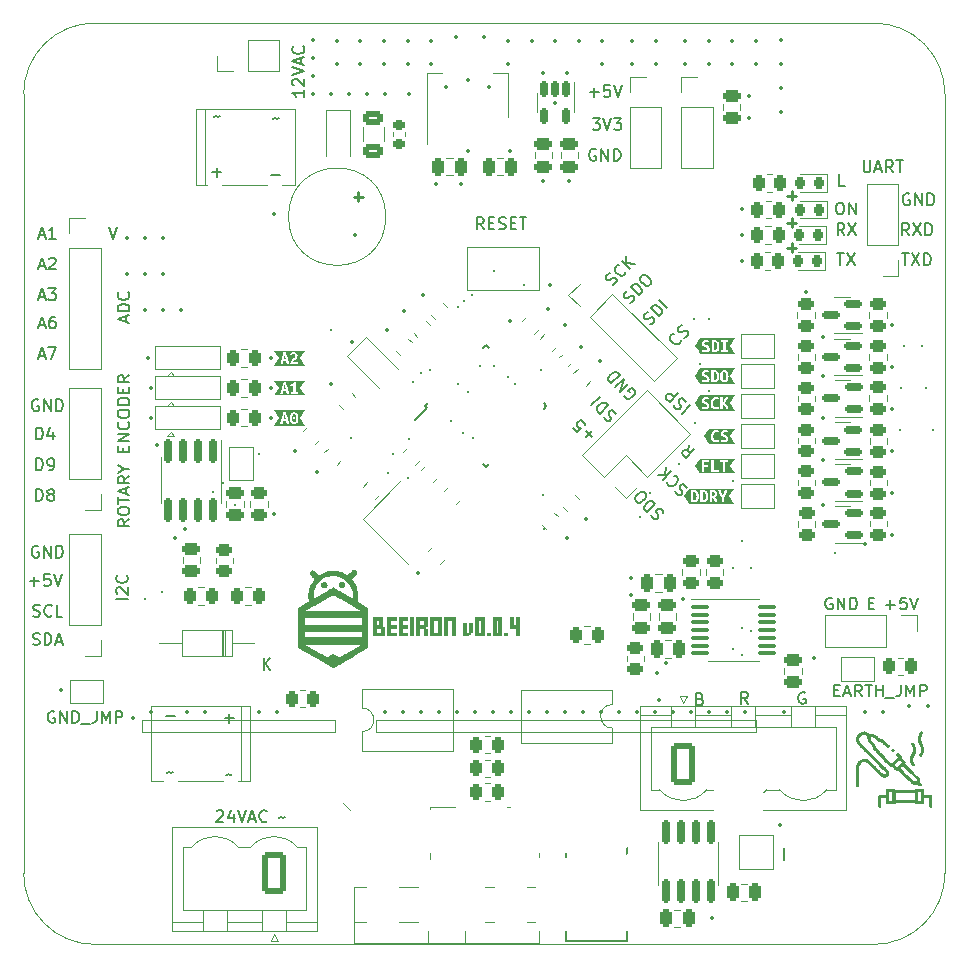
<source format=gto>
%TF.GenerationSoftware,KiCad,Pcbnew,(6.0.1)*%
%TF.CreationDate,2022-01-24T11:40:52+04:00*%
%TF.ProjectId,BEEIRON v0.0,42454549-524f-44e2-9076-302e302e6b69,rev?*%
%TF.SameCoordinates,Original*%
%TF.FileFunction,Legend,Top*%
%TF.FilePolarity,Positive*%
%FSLAX46Y46*%
G04 Gerber Fmt 4.6, Leading zero omitted, Abs format (unit mm)*
G04 Created by KiCad (PCBNEW (6.0.1)) date 2022-01-24 11:40:52*
%MOMM*%
%LPD*%
G01*
G04 APERTURE LIST*
G04 Aperture macros list*
%AMRoundRect*
0 Rectangle with rounded corners*
0 $1 Rounding radius*
0 $2 $3 $4 $5 $6 $7 $8 $9 X,Y pos of 4 corners*
0 Add a 4 corners polygon primitive as box body*
4,1,4,$2,$3,$4,$5,$6,$7,$8,$9,$2,$3,0*
0 Add four circle primitives for the rounded corners*
1,1,$1+$1,$2,$3*
1,1,$1+$1,$4,$5*
1,1,$1+$1,$6,$7*
1,1,$1+$1,$8,$9*
0 Add four rect primitives between the rounded corners*
20,1,$1+$1,$2,$3,$4,$5,0*
20,1,$1+$1,$4,$5,$6,$7,0*
20,1,$1+$1,$6,$7,$8,$9,0*
20,1,$1+$1,$8,$9,$2,$3,0*%
%AMHorizOval*
0 Thick line with rounded ends*
0 $1 width*
0 $2 $3 position (X,Y) of the first rounded end (center of the circle)*
0 $4 $5 position (X,Y) of the second rounded end (center of the circle)*
0 Add line between two ends*
20,1,$1,$2,$3,$4,$5,0*
0 Add two circle primitives to create the rounded ends*
1,1,$1,$2,$3*
1,1,$1,$4,$5*%
%AMRotRect*
0 Rectangle, with rotation*
0 The origin of the aperture is its center*
0 $1 length*
0 $2 width*
0 $3 Rotation angle, in degrees counterclockwise*
0 Add horizontal line*
21,1,$1,$2,0,0,$3*%
%AMFreePoly0*
4,1,6,1.000000,0.000000,0.500000,-0.750000,-0.500000,-0.750000,-0.500000,0.750000,0.500000,0.750000,1.000000,0.000000,1.000000,0.000000,$1*%
%AMFreePoly1*
4,1,6,0.500000,-0.750000,-0.650000,-0.750000,-0.150000,0.000000,-0.650000,0.750000,0.500000,0.750000,0.500000,-0.750000,0.500000,-0.750000,$1*%
G04 Aperture macros list end*
%TA.AperFunction,Profile*%
%ADD10C,0.100000*%
%TD*%
%ADD11C,0.150000*%
%ADD12C,0.250000*%
%ADD13C,0.120000*%
%ADD14C,0.350000*%
%ADD15C,0.300000*%
%ADD16RoundRect,0.250000X0.262500X0.450000X-0.262500X0.450000X-0.262500X-0.450000X0.262500X-0.450000X0*%
%ADD17RoundRect,0.250000X-0.262500X-0.450000X0.262500X-0.450000X0.262500X0.450000X-0.262500X0.450000X0*%
%ADD18R,1.500000X2.000000*%
%ADD19R,3.800000X2.000000*%
%ADD20RoundRect,0.150000X0.587500X0.150000X-0.587500X0.150000X-0.587500X-0.150000X0.587500X-0.150000X0*%
%ADD21RoundRect,0.250000X0.450000X-0.262500X0.450000X0.262500X-0.450000X0.262500X-0.450000X-0.262500X0*%
%ADD22C,1.600000*%
%ADD23RoundRect,0.250000X0.250000X0.475000X-0.250000X0.475000X-0.250000X-0.475000X0.250000X-0.475000X0*%
%ADD24C,2.000000*%
%ADD25R,1.700000X1.700000*%
%ADD26O,1.700000X1.700000*%
%ADD27RoundRect,0.250000X-0.450000X0.262500X-0.450000X-0.262500X0.450000X-0.262500X0.450000X0.262500X0*%
%ADD28R,1.500000X1.500000*%
%ADD29FreePoly0,0.000000*%
%ADD30FreePoly0,180.000000*%
%ADD31RoundRect,0.250000X-0.475000X0.250000X-0.475000X-0.250000X0.475000X-0.250000X0.475000X0.250000X0*%
%ADD32RoundRect,0.150000X-0.150000X0.512500X-0.150000X-0.512500X0.150000X-0.512500X0.150000X0.512500X0*%
%ADD33C,0.900000*%
%ADD34C,10.000000*%
%ADD35C,2.400000*%
%ADD36HorizOval,2.400000X0.000000X0.000000X0.000000X0.000000X0*%
%ADD37R,1.600000X1.600000*%
%ADD38O,1.600000X1.600000*%
%ADD39RoundRect,0.249999X-0.790001X-1.550001X0.790001X-1.550001X0.790001X1.550001X-0.790001X1.550001X0*%
%ADD40O,2.080000X3.600000*%
%ADD41R,2.500000X2.500000*%
%ADD42RoundRect,0.250000X-0.503814X-0.132583X-0.132583X-0.503814X0.503814X0.132583X0.132583X0.503814X0*%
%ADD43RotRect,1.700000X1.700000X135.000000*%
%ADD44HorizOval,1.700000X0.000000X0.000000X0.000000X0.000000X0*%
%ADD45FreePoly1,180.000000*%
%ADD46RoundRect,0.250000X-0.159099X0.512652X-0.512652X0.159099X0.159099X-0.512652X0.512652X-0.159099X0*%
%ADD47RoundRect,0.218750X0.218750X0.256250X-0.218750X0.256250X-0.218750X-0.256250X0.218750X-0.256250X0*%
%ADD48RoundRect,0.250000X0.475000X-0.250000X0.475000X0.250000X-0.475000X0.250000X-0.475000X-0.250000X0*%
%ADD49RoundRect,0.250000X-0.625000X0.375000X-0.625000X-0.375000X0.625000X-0.375000X0.625000X0.375000X0*%
%ADD50FreePoly1,0.000000*%
%ADD51RotRect,1.600000X0.550000X45.000000*%
%ADD52RotRect,1.600000X0.550000X135.000000*%
%ADD53RoundRect,0.218750X-0.256250X0.218750X-0.256250X-0.218750X0.256250X-0.218750X0.256250X0.218750X0*%
%ADD54RoundRect,0.250000X-0.250000X-0.475000X0.250000X-0.475000X0.250000X0.475000X-0.250000X0.475000X0*%
%ADD55RoundRect,0.250000X0.503814X0.132583X0.132583X0.503814X-0.503814X-0.132583X-0.132583X-0.503814X0*%
%ADD56RoundRect,0.150000X-0.150000X0.825000X-0.150000X-0.825000X0.150000X-0.825000X0.150000X0.825000X0*%
%ADD57R,1.600000X2.400000*%
%ADD58O,1.600000X2.400000*%
%ADD59RoundRect,0.250000X0.159099X-0.512652X0.512652X-0.159099X-0.159099X0.512652X-0.512652X0.159099X0*%
%ADD60R,2.500000X4.500000*%
%ADD61O,2.500000X4.500000*%
%ADD62R,1.200000X1.900000*%
%ADD63RoundRect,0.250000X0.132583X-0.503814X0.503814X-0.132583X-0.132583X0.503814X-0.503814X0.132583X0*%
%ADD64RotRect,2.100000X1.800000X315.000000*%
%ADD65RoundRect,0.218750X-0.026517X0.335876X-0.335876X0.026517X0.026517X-0.335876X0.335876X-0.026517X0*%
%ADD66RoundRect,0.250000X-0.707107X-0.176777X-0.176777X-0.707107X0.707107X0.176777X0.176777X0.707107X0*%
%ADD67RoundRect,0.250000X0.750000X1.550000X-0.750000X1.550000X-0.750000X-1.550000X0.750000X-1.550000X0*%
%ADD68O,2.000000X3.600000*%
%ADD69FreePoly0,90.000000*%
%ADD70FreePoly1,90.000000*%
%ADD71C,1.800000*%
%ADD72R,1.200000X0.900000*%
%ADD73RotRect,1.700000X1.700000X45.000000*%
%ADD74HorizOval,1.700000X0.000000X0.000000X0.000000X0.000000X0*%
%ADD75RoundRect,0.100000X-0.637500X-0.100000X0.637500X-0.100000X0.637500X0.100000X-0.637500X0.100000X0*%
G04 APERTURE END LIST*
D10*
X181000000Y-64000000D02*
G75*
G03*
X175000000Y-58000000I-5999999J1D01*
G01*
X181000000Y-130000000D02*
X181000000Y-64000000D01*
X103000000Y-64000000D02*
X103000000Y-130000000D01*
X109000000Y-58000000D02*
G75*
G03*
X103000000Y-64000000I-1J-5999999D01*
G01*
X132800000Y-117000000D02*
X165000000Y-117000000D01*
X129400000Y-117000000D02*
X113000000Y-117000000D01*
X132800000Y-117000000D02*
X132800000Y-118000000D01*
X113000000Y-117000000D02*
X113000000Y-118000000D01*
X165000000Y-118000000D02*
X132800000Y-118000000D01*
X103000000Y-130000000D02*
G75*
G03*
X109000000Y-136000000I5999999J-1D01*
G01*
X175000000Y-58000000D02*
X109000000Y-58000000D01*
X113000000Y-118000000D02*
X129400000Y-118000000D01*
X109000000Y-136000000D02*
X175000000Y-136000000D01*
X175000000Y-136000000D02*
G75*
G03*
X181000000Y-130000000I1J5999999D01*
G01*
X129400000Y-117000000D02*
X129400000Y-118000000D01*
X165000000Y-117000000D02*
X165000000Y-118000000D01*
D11*
X151156599Y-93055583D02*
X150617851Y-92516835D01*
X151156599Y-92516835D02*
X150617851Y-93055583D01*
X149506683Y-92281133D02*
X149843400Y-92617851D01*
X150213790Y-92314805D01*
X150146446Y-92314805D01*
X150045431Y-92281133D01*
X149877072Y-92112774D01*
X149843400Y-92011759D01*
X149843400Y-91944416D01*
X149877072Y-91843400D01*
X150045431Y-91675042D01*
X150146446Y-91641370D01*
X150213790Y-91641370D01*
X150314805Y-91675042D01*
X150483164Y-91843400D01*
X150516835Y-91944416D01*
X150516835Y-92011759D01*
X104285714Y-75966666D02*
X104761904Y-75966666D01*
X104190476Y-76252380D02*
X104523809Y-75252380D01*
X104857142Y-76252380D01*
X105714285Y-76252380D02*
X105142857Y-76252380D01*
X105428571Y-76252380D02*
X105428571Y-75252380D01*
X105333333Y-75395238D01*
X105238095Y-75490476D01*
X105142857Y-75538095D01*
X104285714Y-86166666D02*
X104761904Y-86166666D01*
X104190476Y-86452380D02*
X104523809Y-85452380D01*
X104857142Y-86452380D01*
X105095238Y-85452380D02*
X105761904Y-85452380D01*
X105333333Y-86452380D01*
X104061904Y-93252380D02*
X104061904Y-92252380D01*
X104300000Y-92252380D01*
X104442857Y-92300000D01*
X104538095Y-92395238D01*
X104585714Y-92490476D01*
X104633333Y-92680952D01*
X104633333Y-92823809D01*
X104585714Y-93014285D01*
X104538095Y-93109523D01*
X104442857Y-93204761D01*
X104300000Y-93252380D01*
X104061904Y-93252380D01*
X105490476Y-92585714D02*
X105490476Y-93252380D01*
X105252380Y-92204761D02*
X105014285Y-92919047D01*
X105633333Y-92919047D01*
X174537714Y-107116571D02*
X174871047Y-107116571D01*
X175013904Y-107640380D02*
X174537714Y-107640380D01*
X174537714Y-106640380D01*
X175013904Y-106640380D01*
X105604761Y-116300000D02*
X105509523Y-116252380D01*
X105366666Y-116252380D01*
X105223809Y-116300000D01*
X105128571Y-116395238D01*
X105080952Y-116490476D01*
X105033333Y-116680952D01*
X105033333Y-116823809D01*
X105080952Y-117014285D01*
X105128571Y-117109523D01*
X105223809Y-117204761D01*
X105366666Y-117252380D01*
X105461904Y-117252380D01*
X105604761Y-117204761D01*
X105652380Y-117157142D01*
X105652380Y-116823809D01*
X105461904Y-116823809D01*
X106080952Y-117252380D02*
X106080952Y-116252380D01*
X106652380Y-117252380D01*
X106652380Y-116252380D01*
X107128571Y-117252380D02*
X107128571Y-116252380D01*
X107366666Y-116252380D01*
X107509523Y-116300000D01*
X107604761Y-116395238D01*
X107652380Y-116490476D01*
X107700000Y-116680952D01*
X107700000Y-116823809D01*
X107652380Y-117014285D01*
X107604761Y-117109523D01*
X107509523Y-117204761D01*
X107366666Y-117252380D01*
X107128571Y-117252380D01*
X107890476Y-117347619D02*
X108652380Y-117347619D01*
X109176190Y-116252380D02*
X109176190Y-116966666D01*
X109128571Y-117109523D01*
X109033333Y-117204761D01*
X108890476Y-117252380D01*
X108795238Y-117252380D01*
X109652380Y-117252380D02*
X109652380Y-116252380D01*
X109985714Y-116966666D01*
X110319047Y-116252380D01*
X110319047Y-117252380D01*
X110795238Y-117252380D02*
X110795238Y-116252380D01*
X111176190Y-116252380D01*
X111271428Y-116300000D01*
X111319047Y-116347619D01*
X111366666Y-116442857D01*
X111366666Y-116585714D01*
X111319047Y-116680952D01*
X111271428Y-116728571D01*
X111176190Y-116776190D01*
X110795238Y-116776190D01*
X159410152Y-90370389D02*
X158703045Y-91077496D01*
X159073435Y-90101015D02*
X159006091Y-89966328D01*
X158837732Y-89797969D01*
X158736717Y-89764297D01*
X158669374Y-89764297D01*
X158568358Y-89797969D01*
X158501015Y-89865312D01*
X158467343Y-89966328D01*
X158467343Y-90033671D01*
X158501015Y-90134687D01*
X158602030Y-90303045D01*
X158635702Y-90404061D01*
X158635702Y-90471404D01*
X158602030Y-90572419D01*
X158534687Y-90639763D01*
X158433671Y-90673435D01*
X158366328Y-90673435D01*
X158265312Y-90639763D01*
X158096954Y-90471404D01*
X158029610Y-90336717D01*
X158400000Y-89360236D02*
X157692893Y-90067343D01*
X157423519Y-89797969D01*
X157389847Y-89696954D01*
X157389847Y-89629610D01*
X157423519Y-89528595D01*
X157524534Y-89427580D01*
X157625549Y-89393908D01*
X157692893Y-89393908D01*
X157793908Y-89427580D01*
X158063282Y-89696954D01*
X104285714Y-81166666D02*
X104761904Y-81166666D01*
X104190476Y-81452380D02*
X104523809Y-80452380D01*
X104857142Y-81452380D01*
X105095238Y-80452380D02*
X105714285Y-80452380D01*
X105380952Y-80833333D01*
X105523809Y-80833333D01*
X105619047Y-80880952D01*
X105666666Y-80928571D01*
X105714285Y-81023809D01*
X105714285Y-81261904D01*
X105666666Y-81357142D01*
X105619047Y-81404761D01*
X105523809Y-81452380D01*
X105238095Y-81452380D01*
X105142857Y-81404761D01*
X105095238Y-81357142D01*
X150914285Y-63871428D02*
X151676190Y-63871428D01*
X151295238Y-64252380D02*
X151295238Y-63490476D01*
X152628571Y-63252380D02*
X152152380Y-63252380D01*
X152104761Y-63728571D01*
X152152380Y-63680952D01*
X152247619Y-63633333D01*
X152485714Y-63633333D01*
X152580952Y-63680952D01*
X152628571Y-63728571D01*
X152676190Y-63823809D01*
X152676190Y-64061904D01*
X152628571Y-64157142D01*
X152580952Y-64204761D01*
X152485714Y-64252380D01*
X152247619Y-64252380D01*
X152152380Y-64204761D01*
X152104761Y-64157142D01*
X152961904Y-63252380D02*
X153295238Y-64252380D01*
X153628571Y-63252380D01*
X119342857Y-124747619D02*
X119390476Y-124700000D01*
X119485714Y-124652380D01*
X119723809Y-124652380D01*
X119819047Y-124700000D01*
X119866666Y-124747619D01*
X119914285Y-124842857D01*
X119914285Y-124938095D01*
X119866666Y-125080952D01*
X119295238Y-125652380D01*
X119914285Y-125652380D01*
X120771428Y-124985714D02*
X120771428Y-125652380D01*
X120533333Y-124604761D02*
X120295238Y-125319047D01*
X120914285Y-125319047D01*
X121152380Y-124652380D02*
X121485714Y-125652380D01*
X121819047Y-124652380D01*
X122104761Y-125366666D02*
X122580952Y-125366666D01*
X122009523Y-125652380D02*
X122342857Y-124652380D01*
X122676190Y-125652380D01*
X123580952Y-125557142D02*
X123533333Y-125604761D01*
X123390476Y-125652380D01*
X123295238Y-125652380D01*
X123152380Y-125604761D01*
X123057142Y-125509523D01*
X123009523Y-125414285D01*
X122961904Y-125223809D01*
X122961904Y-125080952D01*
X123009523Y-124890476D01*
X123057142Y-124795238D01*
X123152380Y-124700000D01*
X123295238Y-124652380D01*
X123390476Y-124652380D01*
X123533333Y-124700000D01*
X123580952Y-124747619D01*
X124628571Y-125271428D02*
X124676190Y-125223809D01*
X124771428Y-125176190D01*
X124961904Y-125271428D01*
X125057142Y-125223809D01*
X125104761Y-125176190D01*
X171869095Y-77498380D02*
X172440523Y-77498380D01*
X172154809Y-78498380D02*
X172154809Y-77498380D01*
X172678619Y-77498380D02*
X173345285Y-78498380D01*
X173345285Y-77498380D02*
X172678619Y-78498380D01*
X151161904Y-66052380D02*
X151780952Y-66052380D01*
X151447619Y-66433333D01*
X151590476Y-66433333D01*
X151685714Y-66480952D01*
X151733333Y-66528571D01*
X151780952Y-66623809D01*
X151780952Y-66861904D01*
X151733333Y-66957142D01*
X151685714Y-67004761D01*
X151590476Y-67052380D01*
X151304761Y-67052380D01*
X151209523Y-67004761D01*
X151161904Y-66957142D01*
X152066666Y-66052380D02*
X152400000Y-67052380D01*
X152733333Y-66052380D01*
X152971428Y-66052380D02*
X153590476Y-66052380D01*
X153257142Y-66433333D01*
X153400000Y-66433333D01*
X153495238Y-66480952D01*
X153542857Y-66528571D01*
X153590476Y-66623809D01*
X153590476Y-66861904D01*
X153542857Y-66957142D01*
X153495238Y-67004761D01*
X153400000Y-67052380D01*
X153114285Y-67052380D01*
X153019047Y-67004761D01*
X152971428Y-66957142D01*
X104285714Y-78566666D02*
X104761904Y-78566666D01*
X104190476Y-78852380D02*
X104523809Y-77852380D01*
X104857142Y-78852380D01*
X105142857Y-77947619D02*
X105190476Y-77900000D01*
X105285714Y-77852380D01*
X105523809Y-77852380D01*
X105619047Y-77900000D01*
X105666666Y-77947619D01*
X105714285Y-78042857D01*
X105714285Y-78138095D01*
X105666666Y-78280952D01*
X105095238Y-78852380D01*
X105714285Y-78852380D01*
X172011952Y-73198380D02*
X172202428Y-73198380D01*
X172297666Y-73246000D01*
X172392904Y-73341238D01*
X172440523Y-73531714D01*
X172440523Y-73865047D01*
X172392904Y-74055523D01*
X172297666Y-74150761D01*
X172202428Y-74198380D01*
X172011952Y-74198380D01*
X171916714Y-74150761D01*
X171821476Y-74055523D01*
X171773857Y-73865047D01*
X171773857Y-73531714D01*
X171821476Y-73341238D01*
X171916714Y-73246000D01*
X172011952Y-73198380D01*
X172869095Y-74198380D02*
X172869095Y-73198380D01*
X173440523Y-74198380D01*
X173440523Y-73198380D01*
X167386000Y-128849380D02*
X167386000Y-127849380D01*
X103809523Y-108204761D02*
X103952380Y-108252380D01*
X104190476Y-108252380D01*
X104285714Y-108204761D01*
X104333333Y-108157142D01*
X104380952Y-108061904D01*
X104380952Y-107966666D01*
X104333333Y-107871428D01*
X104285714Y-107823809D01*
X104190476Y-107776190D01*
X104000000Y-107728571D01*
X103904761Y-107680952D01*
X103857142Y-107633333D01*
X103809523Y-107538095D01*
X103809523Y-107442857D01*
X103857142Y-107347619D01*
X103904761Y-107300000D01*
X104000000Y-107252380D01*
X104238095Y-107252380D01*
X104380952Y-107300000D01*
X105380952Y-108157142D02*
X105333333Y-108204761D01*
X105190476Y-108252380D01*
X105095238Y-108252380D01*
X104952380Y-108204761D01*
X104857142Y-108109523D01*
X104809523Y-108014285D01*
X104761904Y-107823809D01*
X104761904Y-107680952D01*
X104809523Y-107490476D01*
X104857142Y-107395238D01*
X104952380Y-107300000D01*
X105095238Y-107252380D01*
X105190476Y-107252380D01*
X105333333Y-107300000D01*
X105380952Y-107347619D01*
X106285714Y-108252380D02*
X105809523Y-108252380D01*
X105809523Y-107252380D01*
X111958380Y-100019714D02*
X111482190Y-100353047D01*
X111958380Y-100591142D02*
X110958380Y-100591142D01*
X110958380Y-100210190D01*
X111006000Y-100114952D01*
X111053619Y-100067333D01*
X111148857Y-100019714D01*
X111291714Y-100019714D01*
X111386952Y-100067333D01*
X111434571Y-100114952D01*
X111482190Y-100210190D01*
X111482190Y-100591142D01*
X110958380Y-99400666D02*
X110958380Y-99210190D01*
X111006000Y-99114952D01*
X111101238Y-99019714D01*
X111291714Y-98972095D01*
X111625047Y-98972095D01*
X111815523Y-99019714D01*
X111910761Y-99114952D01*
X111958380Y-99210190D01*
X111958380Y-99400666D01*
X111910761Y-99495904D01*
X111815523Y-99591142D01*
X111625047Y-99638761D01*
X111291714Y-99638761D01*
X111101238Y-99591142D01*
X111006000Y-99495904D01*
X110958380Y-99400666D01*
X110958380Y-98686380D02*
X110958380Y-98114952D01*
X111958380Y-98400666D02*
X110958380Y-98400666D01*
X111672666Y-97829238D02*
X111672666Y-97353047D01*
X111958380Y-97924476D02*
X110958380Y-97591142D01*
X111958380Y-97257809D01*
X111958380Y-96353047D02*
X111482190Y-96686380D01*
X111958380Y-96924476D02*
X110958380Y-96924476D01*
X110958380Y-96543523D01*
X111006000Y-96448285D01*
X111053619Y-96400666D01*
X111148857Y-96353047D01*
X111291714Y-96353047D01*
X111386952Y-96400666D01*
X111434571Y-96448285D01*
X111482190Y-96543523D01*
X111482190Y-96924476D01*
X111482190Y-95734000D02*
X111958380Y-95734000D01*
X110958380Y-96067333D02*
X111482190Y-95734000D01*
X110958380Y-95400666D01*
X111434571Y-94305428D02*
X111434571Y-93972095D01*
X111958380Y-93829238D02*
X111958380Y-94305428D01*
X110958380Y-94305428D01*
X110958380Y-93829238D01*
X111958380Y-93400666D02*
X110958380Y-93400666D01*
X111958380Y-92829238D01*
X110958380Y-92829238D01*
X111863142Y-91781619D02*
X111910761Y-91829238D01*
X111958380Y-91972095D01*
X111958380Y-92067333D01*
X111910761Y-92210190D01*
X111815523Y-92305428D01*
X111720285Y-92353047D01*
X111529809Y-92400666D01*
X111386952Y-92400666D01*
X111196476Y-92353047D01*
X111101238Y-92305428D01*
X111006000Y-92210190D01*
X110958380Y-92067333D01*
X110958380Y-91972095D01*
X111006000Y-91829238D01*
X111053619Y-91781619D01*
X110958380Y-91162571D02*
X110958380Y-90972095D01*
X111006000Y-90876857D01*
X111101238Y-90781619D01*
X111291714Y-90734000D01*
X111625047Y-90734000D01*
X111815523Y-90781619D01*
X111910761Y-90876857D01*
X111958380Y-90972095D01*
X111958380Y-91162571D01*
X111910761Y-91257809D01*
X111815523Y-91353047D01*
X111625047Y-91400666D01*
X111291714Y-91400666D01*
X111101238Y-91353047D01*
X111006000Y-91257809D01*
X110958380Y-91162571D01*
X111958380Y-90305428D02*
X110958380Y-90305428D01*
X110958380Y-90067333D01*
X111006000Y-89924476D01*
X111101238Y-89829238D01*
X111196476Y-89781619D01*
X111386952Y-89734000D01*
X111529809Y-89734000D01*
X111720285Y-89781619D01*
X111815523Y-89829238D01*
X111910761Y-89924476D01*
X111958380Y-90067333D01*
X111958380Y-90305428D01*
X111434571Y-89305428D02*
X111434571Y-88972095D01*
X111958380Y-88829238D02*
X111958380Y-89305428D01*
X110958380Y-89305428D01*
X110958380Y-88829238D01*
X111958380Y-87829238D02*
X111482190Y-88162571D01*
X111958380Y-88400666D02*
X110958380Y-88400666D01*
X110958380Y-88019714D01*
X111006000Y-87924476D01*
X111053619Y-87876857D01*
X111148857Y-87829238D01*
X111291714Y-87829238D01*
X111386952Y-87876857D01*
X111434571Y-87924476D01*
X111482190Y-88019714D01*
X111482190Y-88400666D01*
X104238095Y-102300000D02*
X104142857Y-102252380D01*
X104000000Y-102252380D01*
X103857142Y-102300000D01*
X103761904Y-102395238D01*
X103714285Y-102490476D01*
X103666666Y-102680952D01*
X103666666Y-102823809D01*
X103714285Y-103014285D01*
X103761904Y-103109523D01*
X103857142Y-103204761D01*
X104000000Y-103252380D01*
X104095238Y-103252380D01*
X104238095Y-103204761D01*
X104285714Y-103157142D01*
X104285714Y-102823809D01*
X104095238Y-102823809D01*
X104714285Y-103252380D02*
X104714285Y-102252380D01*
X105285714Y-103252380D01*
X105285714Y-102252380D01*
X105761904Y-103252380D02*
X105761904Y-102252380D01*
X106000000Y-102252380D01*
X106142857Y-102300000D01*
X106238095Y-102395238D01*
X106285714Y-102490476D01*
X106333333Y-102680952D01*
X106333333Y-102823809D01*
X106285714Y-103014285D01*
X106238095Y-103109523D01*
X106142857Y-103204761D01*
X106000000Y-103252380D01*
X105761904Y-103252380D01*
X177995095Y-72466000D02*
X177899857Y-72418380D01*
X177757000Y-72418380D01*
X177614142Y-72466000D01*
X177518904Y-72561238D01*
X177471285Y-72656476D01*
X177423666Y-72846952D01*
X177423666Y-72989809D01*
X177471285Y-73180285D01*
X177518904Y-73275523D01*
X177614142Y-73370761D01*
X177757000Y-73418380D01*
X177852238Y-73418380D01*
X177995095Y-73370761D01*
X178042714Y-73323142D01*
X178042714Y-72989809D01*
X177852238Y-72989809D01*
X178471285Y-73418380D02*
X178471285Y-72418380D01*
X179042714Y-73418380D01*
X179042714Y-72418380D01*
X179518904Y-73418380D02*
X179518904Y-72418380D01*
X179757000Y-72418380D01*
X179899857Y-72466000D01*
X179995095Y-72561238D01*
X180042714Y-72656476D01*
X180090333Y-72846952D01*
X180090333Y-72989809D01*
X180042714Y-73180285D01*
X179995095Y-73275523D01*
X179899857Y-73370761D01*
X179757000Y-73418380D01*
X179518904Y-73418380D01*
X160261428Y-115218571D02*
X160404285Y-115266190D01*
X160451904Y-115313809D01*
X160499523Y-115409047D01*
X160499523Y-115551904D01*
X160451904Y-115647142D01*
X160404285Y-115694761D01*
X160309047Y-115742380D01*
X159928095Y-115742380D01*
X159928095Y-114742380D01*
X160261428Y-114742380D01*
X160356666Y-114790000D01*
X160404285Y-114837619D01*
X160451904Y-114932857D01*
X160451904Y-115028095D01*
X160404285Y-115123333D01*
X160356666Y-115170952D01*
X160261428Y-115218571D01*
X159928095Y-115218571D01*
X177369095Y-77498380D02*
X177940523Y-77498380D01*
X177654809Y-78498380D02*
X177654809Y-77498380D01*
X178178619Y-77498380D02*
X178845285Y-78498380D01*
X178845285Y-77498380D02*
X178178619Y-78498380D01*
X179226238Y-78498380D02*
X179226238Y-77498380D01*
X179464333Y-77498380D01*
X179607190Y-77546000D01*
X179702428Y-77641238D01*
X179750047Y-77736476D01*
X179797666Y-77926952D01*
X179797666Y-78069809D01*
X179750047Y-78260285D01*
X179702428Y-78355523D01*
X179607190Y-78450761D01*
X179464333Y-78498380D01*
X179226238Y-78498380D01*
X169161904Y-114700000D02*
X169066666Y-114652380D01*
X168923809Y-114652380D01*
X168780952Y-114700000D01*
X168685714Y-114795238D01*
X168638095Y-114890476D01*
X168590476Y-115080952D01*
X168590476Y-115223809D01*
X168638095Y-115414285D01*
X168685714Y-115509523D01*
X168780952Y-115604761D01*
X168923809Y-115652380D01*
X169019047Y-115652380D01*
X169161904Y-115604761D01*
X169209523Y-115557142D01*
X169209523Y-115223809D01*
X169019047Y-115223809D01*
X164309523Y-115652380D02*
X163976190Y-115176190D01*
X163738095Y-115652380D02*
X163738095Y-114652380D01*
X164119047Y-114652380D01*
X164214285Y-114700000D01*
X164261904Y-114747619D01*
X164309523Y-114842857D01*
X164309523Y-114985714D01*
X164261904Y-115080952D01*
X164214285Y-115128571D01*
X164119047Y-115176190D01*
X163738095Y-115176190D01*
X151438095Y-68700000D02*
X151342857Y-68652380D01*
X151200000Y-68652380D01*
X151057142Y-68700000D01*
X150961904Y-68795238D01*
X150914285Y-68890476D01*
X150866666Y-69080952D01*
X150866666Y-69223809D01*
X150914285Y-69414285D01*
X150961904Y-69509523D01*
X151057142Y-69604761D01*
X151200000Y-69652380D01*
X151295238Y-69652380D01*
X151438095Y-69604761D01*
X151485714Y-69557142D01*
X151485714Y-69223809D01*
X151295238Y-69223809D01*
X151914285Y-69652380D02*
X151914285Y-68652380D01*
X152485714Y-69652380D01*
X152485714Y-68652380D01*
X152961904Y-69652380D02*
X152961904Y-68652380D01*
X153200000Y-68652380D01*
X153342857Y-68700000D01*
X153438095Y-68795238D01*
X153485714Y-68890476D01*
X153533333Y-69080952D01*
X153533333Y-69223809D01*
X153485714Y-69414285D01*
X153438095Y-69509523D01*
X153342857Y-69604761D01*
X153200000Y-69652380D01*
X152961904Y-69652380D01*
X171450095Y-106688000D02*
X171354857Y-106640380D01*
X171212000Y-106640380D01*
X171069142Y-106688000D01*
X170973904Y-106783238D01*
X170926285Y-106878476D01*
X170878666Y-107068952D01*
X170878666Y-107211809D01*
X170926285Y-107402285D01*
X170973904Y-107497523D01*
X171069142Y-107592761D01*
X171212000Y-107640380D01*
X171307238Y-107640380D01*
X171450095Y-107592761D01*
X171497714Y-107545142D01*
X171497714Y-107211809D01*
X171307238Y-107211809D01*
X171926285Y-107640380D02*
X171926285Y-106640380D01*
X172497714Y-107640380D01*
X172497714Y-106640380D01*
X172973904Y-107640380D02*
X172973904Y-106640380D01*
X173212000Y-106640380D01*
X173354857Y-106688000D01*
X173450095Y-106783238D01*
X173497714Y-106878476D01*
X173545333Y-107068952D01*
X173545333Y-107211809D01*
X173497714Y-107402285D01*
X173450095Y-107497523D01*
X173354857Y-107592761D01*
X173212000Y-107640380D01*
X172973904Y-107640380D01*
X104238095Y-89900000D02*
X104142857Y-89852380D01*
X104000000Y-89852380D01*
X103857142Y-89900000D01*
X103761904Y-89995238D01*
X103714285Y-90090476D01*
X103666666Y-90280952D01*
X103666666Y-90423809D01*
X103714285Y-90614285D01*
X103761904Y-90709523D01*
X103857142Y-90804761D01*
X104000000Y-90852380D01*
X104095238Y-90852380D01*
X104238095Y-90804761D01*
X104285714Y-90757142D01*
X104285714Y-90423809D01*
X104095238Y-90423809D01*
X104714285Y-90852380D02*
X104714285Y-89852380D01*
X105285714Y-90852380D01*
X105285714Y-89852380D01*
X105761904Y-90852380D02*
X105761904Y-89852380D01*
X106000000Y-89852380D01*
X106142857Y-89900000D01*
X106238095Y-89995238D01*
X106285714Y-90090476D01*
X106333333Y-90280952D01*
X106333333Y-90423809D01*
X106285714Y-90614285D01*
X106238095Y-90709523D01*
X106142857Y-90804761D01*
X106000000Y-90852380D01*
X105761904Y-90852380D01*
X126752380Y-63647619D02*
X126752380Y-64219047D01*
X126752380Y-63933333D02*
X125752380Y-63933333D01*
X125895238Y-64028571D01*
X125990476Y-64123809D01*
X126038095Y-64219047D01*
X125847619Y-63266666D02*
X125800000Y-63219047D01*
X125752380Y-63123809D01*
X125752380Y-62885714D01*
X125800000Y-62790476D01*
X125847619Y-62742857D01*
X125942857Y-62695238D01*
X126038095Y-62695238D01*
X126180952Y-62742857D01*
X126752380Y-63314285D01*
X126752380Y-62695238D01*
X125752380Y-62409523D02*
X126752380Y-62076190D01*
X125752380Y-61742857D01*
X126466666Y-61457142D02*
X126466666Y-60980952D01*
X126752380Y-61552380D02*
X125752380Y-61219047D01*
X126752380Y-60885714D01*
X126657142Y-59980952D02*
X126704761Y-60028571D01*
X126752380Y-60171428D01*
X126752380Y-60266666D01*
X126704761Y-60409523D01*
X126609523Y-60504761D01*
X126514285Y-60552380D01*
X126323809Y-60600000D01*
X126180952Y-60600000D01*
X125990476Y-60552380D01*
X125895238Y-60504761D01*
X125800000Y-60409523D01*
X125752380Y-60266666D01*
X125752380Y-60171428D01*
X125800000Y-60028571D01*
X125847619Y-59980952D01*
X152877072Y-80195347D02*
X153011759Y-80128003D01*
X153180118Y-79959644D01*
X153213790Y-79858629D01*
X153213790Y-79791286D01*
X153180118Y-79690270D01*
X153112774Y-79622927D01*
X153011759Y-79589255D01*
X152944416Y-79589255D01*
X152843400Y-79622927D01*
X152675042Y-79723942D01*
X152574026Y-79757614D01*
X152506683Y-79757614D01*
X152405668Y-79723942D01*
X152338324Y-79656599D01*
X152304652Y-79555583D01*
X152304652Y-79488240D01*
X152338324Y-79387225D01*
X152506683Y-79218866D01*
X152641370Y-79151522D01*
X153954568Y-79050507D02*
X153954568Y-79117851D01*
X153887225Y-79252538D01*
X153819881Y-79319881D01*
X153685194Y-79387225D01*
X153550507Y-79387225D01*
X153449492Y-79353553D01*
X153281133Y-79252538D01*
X153180118Y-79151522D01*
X153079103Y-78983164D01*
X153045431Y-78882148D01*
X153045431Y-78747461D01*
X153112774Y-78612774D01*
X153180118Y-78545431D01*
X153314805Y-78478087D01*
X153382148Y-78478087D01*
X154324957Y-78814805D02*
X153617851Y-78107698D01*
X154729018Y-78410744D02*
X154021912Y-78309729D01*
X154021912Y-77703637D02*
X154021912Y-78511759D01*
X141947619Y-75452380D02*
X141614285Y-74976190D01*
X141376190Y-75452380D02*
X141376190Y-74452380D01*
X141757142Y-74452380D01*
X141852380Y-74500000D01*
X141900000Y-74547619D01*
X141947619Y-74642857D01*
X141947619Y-74785714D01*
X141900000Y-74880952D01*
X141852380Y-74928571D01*
X141757142Y-74976190D01*
X141376190Y-74976190D01*
X142376190Y-74928571D02*
X142709523Y-74928571D01*
X142852380Y-75452380D02*
X142376190Y-75452380D01*
X142376190Y-74452380D01*
X142852380Y-74452380D01*
X143233333Y-75404761D02*
X143376190Y-75452380D01*
X143614285Y-75452380D01*
X143709523Y-75404761D01*
X143757142Y-75357142D01*
X143804761Y-75261904D01*
X143804761Y-75166666D01*
X143757142Y-75071428D01*
X143709523Y-75023809D01*
X143614285Y-74976190D01*
X143423809Y-74928571D01*
X143328571Y-74880952D01*
X143280952Y-74833333D01*
X143233333Y-74738095D01*
X143233333Y-74642857D01*
X143280952Y-74547619D01*
X143328571Y-74500000D01*
X143423809Y-74452380D01*
X143661904Y-74452380D01*
X143804761Y-74500000D01*
X144233333Y-74928571D02*
X144566666Y-74928571D01*
X144709523Y-75452380D02*
X144233333Y-75452380D01*
X144233333Y-74452380D01*
X144709523Y-74452380D01*
X144995238Y-74452380D02*
X145566666Y-74452380D01*
X145280952Y-75452380D02*
X145280952Y-74452380D01*
X103785714Y-110604761D02*
X103928571Y-110652380D01*
X104166666Y-110652380D01*
X104261904Y-110604761D01*
X104309523Y-110557142D01*
X104357142Y-110461904D01*
X104357142Y-110366666D01*
X104309523Y-110271428D01*
X104261904Y-110223809D01*
X104166666Y-110176190D01*
X103976190Y-110128571D01*
X103880952Y-110080952D01*
X103833333Y-110033333D01*
X103785714Y-109938095D01*
X103785714Y-109842857D01*
X103833333Y-109747619D01*
X103880952Y-109700000D01*
X103976190Y-109652380D01*
X104214285Y-109652380D01*
X104357142Y-109700000D01*
X104785714Y-110652380D02*
X104785714Y-109652380D01*
X105023809Y-109652380D01*
X105166666Y-109700000D01*
X105261904Y-109795238D01*
X105309523Y-109890476D01*
X105357142Y-110080952D01*
X105357142Y-110223809D01*
X105309523Y-110414285D01*
X105261904Y-110509523D01*
X105166666Y-110604761D01*
X105023809Y-110652380D01*
X104785714Y-110652380D01*
X105738095Y-110366666D02*
X106214285Y-110366666D01*
X105642857Y-110652380D02*
X105976190Y-109652380D01*
X106309523Y-110652380D01*
X177964333Y-75958380D02*
X177631000Y-75482190D01*
X177392904Y-75958380D02*
X177392904Y-74958380D01*
X177773857Y-74958380D01*
X177869095Y-75006000D01*
X177916714Y-75053619D01*
X177964333Y-75148857D01*
X177964333Y-75291714D01*
X177916714Y-75386952D01*
X177869095Y-75434571D01*
X177773857Y-75482190D01*
X177392904Y-75482190D01*
X178297666Y-74958380D02*
X178964333Y-75958380D01*
X178964333Y-74958380D02*
X178297666Y-75958380D01*
X179345285Y-75958380D02*
X179345285Y-74958380D01*
X179583380Y-74958380D01*
X179726238Y-75006000D01*
X179821476Y-75101238D01*
X179869095Y-75196476D01*
X179916714Y-75386952D01*
X179916714Y-75529809D01*
X179869095Y-75720285D01*
X179821476Y-75815523D01*
X179726238Y-75910761D01*
X179583380Y-75958380D01*
X179345285Y-75958380D01*
X111672666Y-83280095D02*
X111672666Y-82803904D01*
X111958380Y-83375333D02*
X110958380Y-83042000D01*
X111958380Y-82708666D01*
X111958380Y-82375333D02*
X110958380Y-82375333D01*
X110958380Y-82137238D01*
X111006000Y-81994380D01*
X111101238Y-81899142D01*
X111196476Y-81851523D01*
X111386952Y-81803904D01*
X111529809Y-81803904D01*
X111720285Y-81851523D01*
X111815523Y-81899142D01*
X111910761Y-81994380D01*
X111958380Y-82137238D01*
X111958380Y-82375333D01*
X111863142Y-80803904D02*
X111910761Y-80851523D01*
X111958380Y-80994380D01*
X111958380Y-81089619D01*
X111910761Y-81232476D01*
X111815523Y-81327714D01*
X111720285Y-81375333D01*
X111529809Y-81422952D01*
X111386952Y-81422952D01*
X111196476Y-81375333D01*
X111101238Y-81327714D01*
X111006000Y-81232476D01*
X110958380Y-81089619D01*
X110958380Y-80994380D01*
X111006000Y-80851523D01*
X111053619Y-80803904D01*
X172494333Y-75958380D02*
X172161000Y-75482190D01*
X171922904Y-75958380D02*
X171922904Y-74958380D01*
X172303857Y-74958380D01*
X172399095Y-75006000D01*
X172446714Y-75053619D01*
X172494333Y-75148857D01*
X172494333Y-75291714D01*
X172446714Y-75386952D01*
X172399095Y-75434571D01*
X172303857Y-75482190D01*
X171922904Y-75482190D01*
X172827666Y-74958380D02*
X173494333Y-75958380D01*
X173494333Y-74958380D02*
X172827666Y-75958380D01*
X153855194Y-89538301D02*
X153888866Y-89639316D01*
X153989881Y-89740331D01*
X154124568Y-89807675D01*
X154259255Y-89807675D01*
X154360270Y-89774003D01*
X154528629Y-89672988D01*
X154629644Y-89571973D01*
X154730660Y-89403614D01*
X154764331Y-89302599D01*
X154764331Y-89167912D01*
X154696988Y-89033225D01*
X154629644Y-88965881D01*
X154494957Y-88898538D01*
X154427614Y-88898538D01*
X154191912Y-89134240D01*
X154326599Y-89268927D01*
X154191912Y-88528148D02*
X153484805Y-89235255D01*
X153787851Y-88124087D01*
X153080744Y-88831194D01*
X153451133Y-87787370D02*
X152744026Y-88494477D01*
X152575668Y-88326118D01*
X152508324Y-88191431D01*
X152508324Y-88056744D01*
X152541996Y-87955729D01*
X152643011Y-87787370D01*
X152744026Y-87686355D01*
X152912385Y-87585339D01*
X153013400Y-87551668D01*
X153148087Y-87551668D01*
X153282774Y-87619011D01*
X153451133Y-87787370D01*
X157168183Y-99445763D02*
X157100839Y-99311076D01*
X156932480Y-99142717D01*
X156831465Y-99109045D01*
X156764122Y-99109045D01*
X156663106Y-99142717D01*
X156595763Y-99210061D01*
X156562091Y-99311076D01*
X156562091Y-99378419D01*
X156595763Y-99479435D01*
X156696778Y-99647793D01*
X156730450Y-99748809D01*
X156730450Y-99816152D01*
X156696778Y-99917167D01*
X156629435Y-99984511D01*
X156528419Y-100018183D01*
X156461076Y-100018183D01*
X156360061Y-99984511D01*
X156191702Y-99816152D01*
X156124358Y-99681465D01*
X156494748Y-98704984D02*
X155787641Y-99412091D01*
X155619282Y-99243732D01*
X155551938Y-99109045D01*
X155551938Y-98974358D01*
X155585610Y-98873343D01*
X155686625Y-98704984D01*
X155787641Y-98603969D01*
X155956000Y-98502954D01*
X156057015Y-98469282D01*
X156191702Y-98469282D01*
X156326389Y-98536625D01*
X156494748Y-98704984D01*
X154945847Y-98570297D02*
X154811160Y-98435610D01*
X154777488Y-98334595D01*
X154777488Y-98199908D01*
X154878503Y-98031549D01*
X155114206Y-97795847D01*
X155282564Y-97694832D01*
X155417251Y-97694832D01*
X155518267Y-97728503D01*
X155652954Y-97863190D01*
X155686625Y-97964206D01*
X155686625Y-98098893D01*
X155585610Y-98267251D01*
X155349908Y-98502954D01*
X155181549Y-98603969D01*
X155046862Y-98603969D01*
X154945847Y-98570297D01*
D12*
X167650047Y-77017428D02*
X168411952Y-77017428D01*
X168031000Y-77398380D02*
X168031000Y-76636476D01*
D11*
X153156152Y-91115732D02*
X153088809Y-90981045D01*
X152920450Y-90812687D01*
X152819435Y-90779015D01*
X152752091Y-90779015D01*
X152651076Y-90812687D01*
X152583732Y-90880030D01*
X152550061Y-90981045D01*
X152550061Y-91048389D01*
X152583732Y-91149404D01*
X152684748Y-91317763D01*
X152718419Y-91418778D01*
X152718419Y-91486122D01*
X152684748Y-91587137D01*
X152617404Y-91654480D01*
X152516389Y-91688152D01*
X152449045Y-91688152D01*
X152348030Y-91654480D01*
X152179671Y-91486122D01*
X152112328Y-91351435D01*
X152482717Y-90374954D02*
X151775610Y-91082061D01*
X151607251Y-90913702D01*
X151539908Y-90779015D01*
X151539908Y-90644328D01*
X151573580Y-90543312D01*
X151674595Y-90374954D01*
X151775610Y-90273938D01*
X151943969Y-90172923D01*
X152044984Y-90139251D01*
X152179671Y-90139251D01*
X152314358Y-90206595D01*
X152482717Y-90374954D01*
X151775610Y-89667847D02*
X151068503Y-90374954D01*
X172540523Y-71798380D02*
X172064333Y-71798380D01*
X172064333Y-70798380D01*
D12*
X167650047Y-72617428D02*
X168411952Y-72617428D01*
X168031000Y-72998380D02*
X168031000Y-72236476D01*
D11*
X176006285Y-107259428D02*
X176768190Y-107259428D01*
X176387238Y-107640380D02*
X176387238Y-106878476D01*
X177720571Y-106640380D02*
X177244380Y-106640380D01*
X177196761Y-107116571D01*
X177244380Y-107068952D01*
X177339619Y-107021333D01*
X177577714Y-107021333D01*
X177672952Y-107068952D01*
X177720571Y-107116571D01*
X177768190Y-107211809D01*
X177768190Y-107449904D01*
X177720571Y-107545142D01*
X177672952Y-107592761D01*
X177577714Y-107640380D01*
X177339619Y-107640380D01*
X177244380Y-107592761D01*
X177196761Y-107545142D01*
X178053904Y-106640380D02*
X178387238Y-107640380D01*
X178720571Y-106640380D01*
X111831380Y-106767190D02*
X110831380Y-106767190D01*
X110926619Y-106338619D02*
X110879000Y-106291000D01*
X110831380Y-106195761D01*
X110831380Y-105957666D01*
X110879000Y-105862428D01*
X110926619Y-105814809D01*
X111021857Y-105767190D01*
X111117095Y-105767190D01*
X111259952Y-105814809D01*
X111831380Y-106386238D01*
X111831380Y-105767190D01*
X111736142Y-104767190D02*
X111783761Y-104814809D01*
X111831380Y-104957666D01*
X111831380Y-105052904D01*
X111783761Y-105195761D01*
X111688523Y-105291000D01*
X111593285Y-105338619D01*
X111402809Y-105386238D01*
X111259952Y-105386238D01*
X111069476Y-105338619D01*
X110974238Y-105291000D01*
X110879000Y-105195761D01*
X110831380Y-105052904D01*
X110831380Y-104957666D01*
X110879000Y-104814809D01*
X110926619Y-104767190D01*
D12*
X167650047Y-74917428D02*
X168411952Y-74917428D01*
X168031000Y-75298380D02*
X168031000Y-74536476D01*
D11*
X174113761Y-69624380D02*
X174113761Y-70433904D01*
X174161380Y-70529142D01*
X174209000Y-70576761D01*
X174304238Y-70624380D01*
X174494714Y-70624380D01*
X174589952Y-70576761D01*
X174637571Y-70529142D01*
X174685190Y-70433904D01*
X174685190Y-69624380D01*
X175113761Y-70338666D02*
X175589952Y-70338666D01*
X175018523Y-70624380D02*
X175351857Y-69624380D01*
X175685190Y-70624380D01*
X176589952Y-70624380D02*
X176256619Y-70148190D01*
X176018523Y-70624380D02*
X176018523Y-69624380D01*
X176399476Y-69624380D01*
X176494714Y-69672000D01*
X176542333Y-69719619D01*
X176589952Y-69814857D01*
X176589952Y-69957714D01*
X176542333Y-70052952D01*
X176494714Y-70100571D01*
X176399476Y-70148190D01*
X176018523Y-70148190D01*
X176875666Y-69624380D02*
X177447095Y-69624380D01*
X177161380Y-70624380D02*
X177161380Y-69624380D01*
X159359015Y-93695251D02*
X159258000Y-94267671D01*
X159763076Y-94099312D02*
X159055969Y-94806419D01*
X158786595Y-94537045D01*
X158752923Y-94436030D01*
X158752923Y-94368687D01*
X158786595Y-94267671D01*
X158887610Y-94166656D01*
X158988625Y-94132984D01*
X159055969Y-94132984D01*
X159156984Y-94166656D01*
X159426358Y-94436030D01*
X104061904Y-95852380D02*
X104061904Y-94852380D01*
X104300000Y-94852380D01*
X104442857Y-94900000D01*
X104538095Y-94995238D01*
X104585714Y-95090476D01*
X104633333Y-95280952D01*
X104633333Y-95423809D01*
X104585714Y-95614285D01*
X104538095Y-95709523D01*
X104442857Y-95804761D01*
X104300000Y-95852380D01*
X104061904Y-95852380D01*
X105109523Y-95852380D02*
X105300000Y-95852380D01*
X105395238Y-95804761D01*
X105442857Y-95757142D01*
X105538095Y-95614285D01*
X105585714Y-95423809D01*
X105585714Y-95042857D01*
X105538095Y-94947619D01*
X105490476Y-94900000D01*
X105395238Y-94852380D01*
X105204761Y-94852380D01*
X105109523Y-94900000D01*
X105061904Y-94947619D01*
X105014285Y-95042857D01*
X105014285Y-95280952D01*
X105061904Y-95376190D01*
X105109523Y-95423809D01*
X105204761Y-95471428D01*
X105395238Y-95471428D01*
X105490476Y-95423809D01*
X105538095Y-95376190D01*
X105585714Y-95280952D01*
X104061904Y-98452380D02*
X104061904Y-97452380D01*
X104300000Y-97452380D01*
X104442857Y-97500000D01*
X104538095Y-97595238D01*
X104585714Y-97690476D01*
X104633333Y-97880952D01*
X104633333Y-98023809D01*
X104585714Y-98214285D01*
X104538095Y-98309523D01*
X104442857Y-98404761D01*
X104300000Y-98452380D01*
X104061904Y-98452380D01*
X105204761Y-97880952D02*
X105109523Y-97833333D01*
X105061904Y-97785714D01*
X105014285Y-97690476D01*
X105014285Y-97642857D01*
X105061904Y-97547619D01*
X105109523Y-97500000D01*
X105204761Y-97452380D01*
X105395238Y-97452380D01*
X105490476Y-97500000D01*
X105538095Y-97547619D01*
X105585714Y-97642857D01*
X105585714Y-97690476D01*
X105538095Y-97785714D01*
X105490476Y-97833333D01*
X105395238Y-97880952D01*
X105204761Y-97880952D01*
X105109523Y-97928571D01*
X105061904Y-97976190D01*
X105014285Y-98071428D01*
X105014285Y-98261904D01*
X105061904Y-98357142D01*
X105109523Y-98404761D01*
X105204761Y-98452380D01*
X105395238Y-98452380D01*
X105490476Y-98404761D01*
X105538095Y-98357142D01*
X105585714Y-98261904D01*
X105585714Y-98071428D01*
X105538095Y-97976190D01*
X105490476Y-97928571D01*
X105395238Y-97880952D01*
X159183347Y-97396927D02*
X159116003Y-97262240D01*
X158947644Y-97093881D01*
X158846629Y-97060209D01*
X158779286Y-97060209D01*
X158678270Y-97093881D01*
X158610927Y-97161225D01*
X158577255Y-97262240D01*
X158577255Y-97329583D01*
X158610927Y-97430599D01*
X158711942Y-97598957D01*
X158745614Y-97699973D01*
X158745614Y-97767316D01*
X158711942Y-97868331D01*
X158644599Y-97935675D01*
X158543583Y-97969347D01*
X158476240Y-97969347D01*
X158375225Y-97935675D01*
X158206866Y-97767316D01*
X158139522Y-97632629D01*
X158038507Y-96319431D02*
X158105851Y-96319431D01*
X158240538Y-96386774D01*
X158307881Y-96454118D01*
X158375225Y-96588805D01*
X158375225Y-96723492D01*
X158341553Y-96824507D01*
X158240538Y-96992866D01*
X158139522Y-97093881D01*
X157971164Y-97194896D01*
X157870148Y-97228568D01*
X157735461Y-97228568D01*
X157600774Y-97161225D01*
X157533431Y-97093881D01*
X157466087Y-96959194D01*
X157466087Y-96891851D01*
X157802805Y-95949042D02*
X157095698Y-96656148D01*
X157398744Y-95544981D02*
X157297729Y-96252087D01*
X156691637Y-96252087D02*
X157499759Y-96252087D01*
X103514285Y-105271428D02*
X104276190Y-105271428D01*
X103895238Y-105652380D02*
X103895238Y-104890476D01*
X105228571Y-104652380D02*
X104752380Y-104652380D01*
X104704761Y-105128571D01*
X104752380Y-105080952D01*
X104847619Y-105033333D01*
X105085714Y-105033333D01*
X105180952Y-105080952D01*
X105228571Y-105128571D01*
X105276190Y-105223809D01*
X105276190Y-105461904D01*
X105228571Y-105557142D01*
X105180952Y-105604761D01*
X105085714Y-105652380D01*
X104847619Y-105652380D01*
X104752380Y-105604761D01*
X104704761Y-105557142D01*
X105561904Y-104652380D02*
X105895238Y-105652380D01*
X106228571Y-104652380D01*
D12*
X130937047Y-72715428D02*
X131698952Y-72715428D01*
X131318000Y-73096380D02*
X131318000Y-72334476D01*
D11*
X110266666Y-75252380D02*
X110600000Y-76252380D01*
X110933333Y-75252380D01*
X171633047Y-114482571D02*
X171966380Y-114482571D01*
X172109238Y-115006380D02*
X171633047Y-115006380D01*
X171633047Y-114006380D01*
X172109238Y-114006380D01*
X172490190Y-114720666D02*
X172966380Y-114720666D01*
X172394952Y-115006380D02*
X172728285Y-114006380D01*
X173061619Y-115006380D01*
X173966380Y-115006380D02*
X173633047Y-114530190D01*
X173394952Y-115006380D02*
X173394952Y-114006380D01*
X173775904Y-114006380D01*
X173871142Y-114054000D01*
X173918761Y-114101619D01*
X173966380Y-114196857D01*
X173966380Y-114339714D01*
X173918761Y-114434952D01*
X173871142Y-114482571D01*
X173775904Y-114530190D01*
X173394952Y-114530190D01*
X174252095Y-114006380D02*
X174823523Y-114006380D01*
X174537809Y-115006380D02*
X174537809Y-114006380D01*
X175156857Y-115006380D02*
X175156857Y-114006380D01*
X175156857Y-114482571D02*
X175728285Y-114482571D01*
X175728285Y-115006380D02*
X175728285Y-114006380D01*
X175966380Y-115101619D02*
X176728285Y-115101619D01*
X177252095Y-114006380D02*
X177252095Y-114720666D01*
X177204476Y-114863523D01*
X177109238Y-114958761D01*
X176966380Y-115006380D01*
X176871142Y-115006380D01*
X177728285Y-115006380D02*
X177728285Y-114006380D01*
X178061619Y-114720666D01*
X178394952Y-114006380D01*
X178394952Y-115006380D01*
X178871142Y-115006380D02*
X178871142Y-114006380D01*
X179252095Y-114006380D01*
X179347333Y-114054000D01*
X179394952Y-114101619D01*
X179442571Y-114196857D01*
X179442571Y-114339714D01*
X179394952Y-114434952D01*
X179347333Y-114482571D01*
X179252095Y-114530190D01*
X178871142Y-114530190D01*
X154360236Y-81712183D02*
X154494923Y-81644839D01*
X154663282Y-81476480D01*
X154696954Y-81375465D01*
X154696954Y-81308122D01*
X154663282Y-81207106D01*
X154595938Y-81139763D01*
X154494923Y-81106091D01*
X154427580Y-81106091D01*
X154326564Y-81139763D01*
X154158206Y-81240778D01*
X154057190Y-81274450D01*
X153989847Y-81274450D01*
X153888832Y-81240778D01*
X153821488Y-81173435D01*
X153787816Y-81072419D01*
X153787816Y-81005076D01*
X153821488Y-80904061D01*
X153989847Y-80735702D01*
X154124534Y-80668358D01*
X155101015Y-81038748D02*
X154393908Y-80331641D01*
X154562267Y-80163282D01*
X154696954Y-80095938D01*
X154831641Y-80095938D01*
X154932656Y-80129610D01*
X155101015Y-80230625D01*
X155202030Y-80331641D01*
X155303045Y-80500000D01*
X155336717Y-80601015D01*
X155336717Y-80735702D01*
X155269374Y-80870389D01*
X155101015Y-81038748D01*
X155235702Y-79489847D02*
X155370389Y-79355160D01*
X155471404Y-79321488D01*
X155606091Y-79321488D01*
X155774450Y-79422503D01*
X156010152Y-79658206D01*
X156111167Y-79826564D01*
X156111167Y-79961251D01*
X156077496Y-80062267D01*
X155942809Y-80196954D01*
X155841793Y-80230625D01*
X155707106Y-80230625D01*
X155538748Y-80129610D01*
X155303045Y-79893908D01*
X155202030Y-79725549D01*
X155202030Y-79590862D01*
X155235702Y-79489847D01*
X104285714Y-83566666D02*
X104761904Y-83566666D01*
X104190476Y-83852380D02*
X104523809Y-82852380D01*
X104857142Y-83852380D01*
X105619047Y-82852380D02*
X105428571Y-82852380D01*
X105333333Y-82900000D01*
X105285714Y-82947619D01*
X105190476Y-83090476D01*
X105142857Y-83280952D01*
X105142857Y-83661904D01*
X105190476Y-83757142D01*
X105238095Y-83804761D01*
X105333333Y-83852380D01*
X105523809Y-83852380D01*
X105619047Y-83804761D01*
X105666666Y-83757142D01*
X105714285Y-83661904D01*
X105714285Y-83423809D01*
X105666666Y-83328571D01*
X105619047Y-83280952D01*
X105523809Y-83233333D01*
X105333333Y-83233333D01*
X105238095Y-83280952D01*
X105190476Y-83328571D01*
X105142857Y-83423809D01*
X158634687Y-84870389D02*
X158634687Y-84937732D01*
X158567343Y-85072419D01*
X158500000Y-85139763D01*
X158365312Y-85207106D01*
X158230625Y-85207106D01*
X158129610Y-85173435D01*
X157961251Y-85072419D01*
X157860236Y-84971404D01*
X157759221Y-84803045D01*
X157725549Y-84702030D01*
X157725549Y-84567343D01*
X157792893Y-84432656D01*
X157860236Y-84365312D01*
X157994923Y-84297969D01*
X158062267Y-84297969D01*
X158937732Y-84634687D02*
X159072419Y-84567343D01*
X159240778Y-84398984D01*
X159274450Y-84297969D01*
X159274450Y-84230625D01*
X159240778Y-84129610D01*
X159173435Y-84062267D01*
X159072419Y-84028595D01*
X159005076Y-84028595D01*
X158904061Y-84062267D01*
X158735702Y-84163282D01*
X158634687Y-84196954D01*
X158567343Y-84196954D01*
X158466328Y-84163282D01*
X158398984Y-84095938D01*
X158365312Y-83994923D01*
X158365312Y-83927580D01*
X158398984Y-83826564D01*
X158567343Y-83658206D01*
X158702030Y-83590862D01*
X156062267Y-83510152D02*
X156196954Y-83442809D01*
X156365312Y-83274450D01*
X156398984Y-83173435D01*
X156398984Y-83106091D01*
X156365312Y-83005076D01*
X156297969Y-82937732D01*
X156196954Y-82904061D01*
X156129610Y-82904061D01*
X156028595Y-82937732D01*
X155860236Y-83038748D01*
X155759221Y-83072419D01*
X155691877Y-83072419D01*
X155590862Y-83038748D01*
X155523519Y-82971404D01*
X155489847Y-82870389D01*
X155489847Y-82803045D01*
X155523519Y-82702030D01*
X155691877Y-82533671D01*
X155826564Y-82466328D01*
X156803045Y-82836717D02*
X156095938Y-82129610D01*
X156264297Y-81961251D01*
X156398984Y-81893908D01*
X156533671Y-81893908D01*
X156634687Y-81927580D01*
X156803045Y-82028595D01*
X156904061Y-82129610D01*
X157005076Y-82297969D01*
X157038748Y-82398984D01*
X157038748Y-82533671D01*
X156971404Y-82668358D01*
X156803045Y-82836717D01*
X157510152Y-82129610D02*
X156803045Y-81422503D01*
%TO.C,BR1*%
X119592857Y-65828571D02*
X119545238Y-65876190D01*
X119450000Y-65923809D01*
X119259523Y-65828571D01*
X119164285Y-65876190D01*
X119116666Y-65923809D01*
X124592857Y-66028571D02*
X124545238Y-66076190D01*
X124450000Y-66123809D01*
X124259523Y-66028571D01*
X124164285Y-66076190D01*
X124116666Y-66123809D01*
X119730952Y-70628571D02*
X118969047Y-70628571D01*
X119350000Y-70247619D02*
X119350000Y-71009523D01*
X124730952Y-70828571D02*
X123969047Y-70828571D01*
%TO.C,D3*%
X123318095Y-112752380D02*
X123318095Y-111752380D01*
X123889523Y-112752380D02*
X123460952Y-112180952D01*
X123889523Y-111752380D02*
X123318095Y-112323809D01*
%TO.C,BR2*%
X115019047Y-116671428D02*
X115780952Y-116671428D01*
X115157142Y-121471428D02*
X115204761Y-121423809D01*
X115300000Y-121376190D01*
X115490476Y-121471428D01*
X115585714Y-121423809D01*
X115633333Y-121376190D01*
X120019047Y-116871428D02*
X120780952Y-116871428D01*
X120400000Y-117252380D02*
X120400000Y-116490476D01*
X120157142Y-121671428D02*
X120204761Y-121623809D01*
X120300000Y-121576190D01*
X120490476Y-121671428D01*
X120585714Y-121623809D01*
X120633333Y-121576190D01*
D13*
%TO.C,R11*%
X121893064Y-89635000D02*
X121438936Y-89635000D01*
X121893064Y-88165000D02*
X121438936Y-88165000D01*
%TO.C,R42*%
X117772936Y-107235000D02*
X118227064Y-107235000D01*
X117772936Y-105765000D02*
X118227064Y-105765000D01*
%TO.C,U4*%
X144010000Y-62190000D02*
X142750000Y-62190000D01*
X144010000Y-65950000D02*
X144010000Y-62190000D01*
X137190000Y-68200000D02*
X137190000Y-62190000D01*
X137190000Y-62190000D02*
X138450000Y-62190000D01*
%TO.C,Q4*%
X172325782Y-95337436D02*
X172975782Y-95337436D01*
X172325782Y-98457436D02*
X174000782Y-98457436D01*
X172325782Y-95337436D02*
X171675782Y-95337436D01*
X172325782Y-98457436D02*
X171675782Y-98457436D01*
%TO.C,R23*%
X170025207Y-100641564D02*
X170025207Y-100187436D01*
X168555207Y-100641564D02*
X168555207Y-100187436D01*
%TO.C,C7*%
X133660000Y-74394000D02*
G75*
G03*
X133660000Y-74394000I-4120000J0D01*
G01*
%TO.C,C4*%
X139311252Y-69415000D02*
X138788748Y-69415000D01*
X139311252Y-70885000D02*
X138788748Y-70885000D01*
%TO.C,C20*%
X137380000Y-128256000D02*
X137380000Y-129620000D01*
X137380000Y-124380000D02*
X137380000Y-125744000D01*
X137380000Y-129620000D02*
X146620000Y-129620000D01*
X137380000Y-124380000D02*
X146620000Y-124380000D01*
X146620000Y-124380000D02*
X146620000Y-125744000D01*
X146620000Y-128256000D02*
X146620000Y-129620000D01*
%TO.C,Q5*%
X172289000Y-84708418D02*
X171639000Y-84708418D01*
X172289000Y-87828418D02*
X173964000Y-87828418D01*
X172289000Y-84708418D02*
X172939000Y-84708418D01*
X172289000Y-87828418D02*
X171639000Y-87828418D01*
%TO.C,J4*%
X174401000Y-76776000D02*
X174401000Y-71636000D01*
X177061000Y-78046000D02*
X177061000Y-79376000D01*
X177061000Y-79376000D02*
X175731000Y-79376000D01*
X177061000Y-71636000D02*
X174401000Y-71636000D01*
X177061000Y-76776000D02*
X174401000Y-76776000D01*
X177061000Y-76776000D02*
X177061000Y-71636000D01*
%TO.C,R37*%
X165755543Y-77411000D02*
X166209671Y-77411000D01*
X165755543Y-78881000D02*
X166209671Y-78881000D01*
%TO.C,R41*%
X120735000Y-103260436D02*
X120735000Y-103714564D01*
X119265000Y-103260436D02*
X119265000Y-103714564D01*
%TO.C,R40*%
X121772936Y-107235000D02*
X122227064Y-107235000D01*
X121772936Y-105765000D02*
X122227064Y-105765000D01*
%TO.C,kibuzzard-619F1F60*%
G36*
X126367117Y-91440000D02*
G01*
X126797153Y-92085054D01*
X124154847Y-92085054D01*
X124256800Y-91932125D01*
X124717175Y-91932125D01*
X124920375Y-91932125D01*
X124964825Y-91705113D01*
X125226762Y-91705113D01*
X125272800Y-91932125D01*
X125482350Y-91932125D01*
X125456156Y-91820714D01*
X125429645Y-91712542D01*
X125402816Y-91607608D01*
X125375670Y-91505913D01*
X125356841Y-91438412D01*
X125552200Y-91438412D01*
X125557657Y-91560253D01*
X125574028Y-91665425D01*
X125601313Y-91753928D01*
X125639513Y-91825763D01*
X125706540Y-91896318D01*
X125791207Y-91938651D01*
X125893513Y-91952763D01*
X125995818Y-91938651D01*
X126080485Y-91896318D01*
X126147513Y-91825763D01*
X126185712Y-91753928D01*
X126212997Y-91665425D01*
X126229368Y-91560253D01*
X126234825Y-91438412D01*
X126229368Y-91317316D01*
X126212997Y-91212789D01*
X126185712Y-91124832D01*
X126147513Y-91053444D01*
X126080485Y-90983329D01*
X125995818Y-90941260D01*
X125893513Y-90927237D01*
X125792794Y-90941349D01*
X125708657Y-90983682D01*
X125641100Y-91054237D01*
X125602206Y-91125873D01*
X125574425Y-91213781D01*
X125557756Y-91317961D01*
X125552200Y-91438412D01*
X125356841Y-91438412D01*
X125348206Y-91407456D01*
X125313629Y-91288046D01*
X125278952Y-91171911D01*
X125244175Y-91059050D01*
X125209300Y-90949462D01*
X124996575Y-90949462D01*
X124962940Y-91058157D01*
X124928709Y-91169927D01*
X124893884Y-91284772D01*
X124858462Y-91402694D01*
X124829951Y-91500325D01*
X124801566Y-91602084D01*
X124773309Y-91707970D01*
X124745178Y-91817984D01*
X124717175Y-91932125D01*
X124256800Y-91932125D01*
X124584883Y-91440000D01*
X124154847Y-90794946D01*
X126797153Y-90794946D01*
X126367117Y-91440000D01*
G37*
G36*
X126053938Y-91542570D02*
G01*
X126039915Y-91628560D01*
X126016544Y-91696381D01*
X125964752Y-91762461D01*
X125893513Y-91784488D01*
X125823266Y-91762461D01*
X125771275Y-91696381D01*
X125747463Y-91628560D01*
X125733175Y-91542570D01*
X125728412Y-91438412D01*
X125729144Y-91422537D01*
X125806200Y-91422537D01*
X125830013Y-91496356D01*
X125895100Y-91527313D01*
X125957806Y-91496356D01*
X125982413Y-91422537D01*
X125957806Y-91347925D01*
X125895100Y-91316175D01*
X125830013Y-91347925D01*
X125806200Y-91422537D01*
X125729144Y-91422537D01*
X125733175Y-91335137D01*
X125747463Y-91249676D01*
X125771275Y-91182031D01*
X125823266Y-91115952D01*
X125893513Y-91093925D01*
X125964752Y-91115952D01*
X126016544Y-91182031D01*
X126039915Y-91249676D01*
X126053938Y-91335137D01*
X126058613Y-91438412D01*
X126053938Y-91542570D01*
G37*
G36*
X125127544Y-91245531D02*
G01*
X125152944Y-91343956D01*
X125174375Y-91441588D01*
X125193425Y-91543188D01*
X125001337Y-91543188D01*
X125021181Y-91441588D01*
X125043406Y-91343956D01*
X125068806Y-91245531D01*
X125098175Y-91139962D01*
X125127544Y-91245531D01*
G37*
%TO.C,JP2*%
X115740000Y-92940000D02*
X115440000Y-92640000D01*
X114090000Y-90440000D02*
X119590000Y-90440000D01*
X119590000Y-92390000D02*
X114090000Y-92390000D01*
X115140000Y-92940000D02*
X115740000Y-92940000D01*
X119590000Y-90440000D02*
X119590000Y-92390000D01*
X115440000Y-92640000D02*
X115140000Y-92940000D01*
X114090000Y-92390000D02*
X114090000Y-90440000D01*
%TO.C,C1*%
X149935000Y-68938748D02*
X149935000Y-69461252D01*
X148465000Y-68938748D02*
X148465000Y-69461252D01*
%TO.C,kibuzzard-6198C8F1*%
G36*
X159875185Y-95504000D02*
G01*
X160290933Y-94880377D01*
X163212815Y-94880377D01*
X162797067Y-95504000D01*
X163212815Y-96127623D01*
X160290933Y-96127623D01*
X160202738Y-95995331D01*
X160423225Y-95995331D01*
X160618487Y-95995331D01*
X161229675Y-95995331D01*
X161847213Y-95995331D01*
X161847213Y-95833406D01*
X161426525Y-95833406D01*
X161426525Y-95174594D01*
X161950400Y-95174594D01*
X162209163Y-95174594D01*
X162209163Y-95995331D01*
X162406013Y-95995331D01*
X162406013Y-95174594D01*
X162664775Y-95174594D01*
X162664775Y-95012669D01*
X161950400Y-95012669D01*
X161950400Y-95174594D01*
X161426525Y-95174594D01*
X161426525Y-95012669D01*
X161229675Y-95012669D01*
X161229675Y-95995331D01*
X160618487Y-95995331D01*
X160618487Y-95574644D01*
X160974087Y-95574644D01*
X160974087Y-95412719D01*
X160618487Y-95412719D01*
X160618487Y-95174594D01*
X161024887Y-95174594D01*
X161024887Y-95012669D01*
X160423225Y-95012669D01*
X160423225Y-95995331D01*
X160202738Y-95995331D01*
X159875185Y-95504000D01*
G37*
%TO.C,U3*%
X146440000Y-64750000D02*
X146440000Y-65550000D01*
X146440000Y-64750000D02*
X146440000Y-63950000D01*
X149560000Y-64750000D02*
X149560000Y-62950000D01*
X149560000Y-64750000D02*
X149560000Y-65550000D01*
%TO.C,kibuzzard-619F1F9A*%
G36*
X125129925Y-86175850D02*
G01*
X125155325Y-86274275D01*
X125176756Y-86371906D01*
X125195806Y-86473506D01*
X125003719Y-86473506D01*
X125023562Y-86371906D01*
X125045787Y-86274275D01*
X125071187Y-86175850D01*
X125100556Y-86070281D01*
X125129925Y-86175850D01*
G37*
G36*
X126364735Y-86360000D02*
G01*
X126787892Y-86994735D01*
X124164108Y-86994735D01*
X124252302Y-86862444D01*
X124719556Y-86862444D01*
X124922756Y-86862444D01*
X124967206Y-86635431D01*
X125229144Y-86635431D01*
X125275181Y-86862444D01*
X125484731Y-86862444D01*
X125458537Y-86751033D01*
X125432026Y-86642861D01*
X125405197Y-86537927D01*
X125378051Y-86436232D01*
X125350587Y-86337775D01*
X125316010Y-86218365D01*
X125281333Y-86102230D01*
X125246557Y-85989368D01*
X125246036Y-85987731D01*
X125567281Y-85987731D01*
X125664119Y-86124256D01*
X125764131Y-86049644D01*
X125860969Y-86027419D01*
X125953044Y-86059962D01*
X125989556Y-86152831D01*
X125960188Y-86236969D01*
X125885575Y-86322694D01*
X125838744Y-86368136D01*
X125788738Y-86415563D01*
X125738731Y-86465966D01*
X125691900Y-86520338D01*
X125650625Y-86579273D01*
X125617288Y-86643369D01*
X125595261Y-86713219D01*
X125587919Y-86789419D01*
X125587125Y-86822756D01*
X125591094Y-86862444D01*
X126232444Y-86862444D01*
X126232444Y-86700519D01*
X125810169Y-86700519D01*
X125826838Y-86648131D01*
X125867319Y-86591775D01*
X125918119Y-86537800D01*
X125965744Y-86492556D01*
X126046706Y-86413181D01*
X126118144Y-86327456D01*
X126168944Y-86236175D01*
X126187994Y-86138544D01*
X126162594Y-86015512D01*
X126094331Y-85927406D01*
X125995906Y-85875019D01*
X125880019Y-85857556D01*
X125797270Y-85865494D01*
X125714125Y-85889306D01*
X125635742Y-85929787D01*
X125567281Y-85987731D01*
X125246036Y-85987731D01*
X125211681Y-85879781D01*
X124998956Y-85879781D01*
X124965321Y-85988475D01*
X124931091Y-86100245D01*
X124896265Y-86215091D01*
X124860844Y-86333012D01*
X124832332Y-86430644D01*
X124803948Y-86532403D01*
X124775690Y-86638289D01*
X124747560Y-86748303D01*
X124719556Y-86862444D01*
X124252302Y-86862444D01*
X124587265Y-86360000D01*
X124164108Y-85725265D01*
X126787892Y-85725265D01*
X126364735Y-86360000D01*
G37*
%TO.C,J5*%
X176022000Y-108144000D02*
X176022000Y-110804000D01*
X170882000Y-108144000D02*
X170882000Y-110804000D01*
X176022000Y-108144000D02*
X170882000Y-108144000D01*
X176022000Y-110804000D02*
X170882000Y-110804000D01*
X178622000Y-108144000D02*
X178622000Y-109474000D01*
X177292000Y-108144000D02*
X178622000Y-108144000D01*
%TO.C,R34*%
X150914564Y-109065000D02*
X150460436Y-109065000D01*
X150914564Y-110535000D02*
X150460436Y-110535000D01*
%TO.C,J11*%
X158670000Y-65145000D02*
X158670000Y-70285000D01*
X158670000Y-70285000D02*
X161330000Y-70285000D01*
X158670000Y-62545000D02*
X160000000Y-62545000D01*
X161330000Y-65145000D02*
X161330000Y-70285000D01*
X158670000Y-63875000D02*
X158670000Y-62545000D01*
X158670000Y-65145000D02*
X161330000Y-65145000D01*
%TO.C,R18*%
X174628111Y-93141436D02*
X174628111Y-93595564D01*
X176098111Y-93141436D02*
X176098111Y-93595564D01*
%TO.C,J1*%
X121995000Y-62080000D02*
X121995000Y-59420000D01*
X119395000Y-62080000D02*
X119395000Y-60750000D01*
X120725000Y-62080000D02*
X119395000Y-62080000D01*
X121995000Y-62080000D02*
X124595000Y-62080000D01*
X121995000Y-59420000D02*
X124595000Y-59420000D01*
X124595000Y-62080000D02*
X124595000Y-59420000D01*
%TO.C,SW1*%
X146660000Y-80620227D02*
X140540000Y-80620227D01*
X140540000Y-80620227D02*
X140540000Y-76920227D01*
X140540000Y-76920227D02*
X146660000Y-76920227D01*
X146660000Y-76920227D02*
X146660000Y-80620227D01*
%TO.C,R24*%
X176093406Y-96693046D02*
X176093406Y-97147174D01*
X174623406Y-96693046D02*
X174623406Y-97147174D01*
%TO.C,C17*%
X154565000Y-107988748D02*
X154565000Y-108511252D01*
X156035000Y-107988748D02*
X156035000Y-108511252D01*
%TO.C,R12*%
X121886956Y-90683086D02*
X121432828Y-90683086D01*
X121886956Y-92153086D02*
X121432828Y-92153086D01*
%TO.C,C16*%
X167413000Y-112580748D02*
X167413000Y-113103252D01*
X168883000Y-112580748D02*
X168883000Y-113103252D01*
%TO.C,R32*%
X128875701Y-122875701D02*
X131845550Y-125845550D01*
X129438056Y-121518056D02*
G75*
G03*
X129438056Y-121518056I-1920000J0D01*
G01*
%TO.C,G\u002A\u002A\u002A*%
G36*
X136082667Y-109934829D02*
G01*
X135749334Y-109934829D01*
X135749334Y-108267287D01*
X136082667Y-108267287D01*
X136082667Y-109934829D01*
G37*
G36*
X142042667Y-108267287D02*
G01*
X142042667Y-109934829D01*
X141216001Y-109934829D01*
X141216001Y-109601321D01*
X141549334Y-109601321D01*
X141709334Y-109601321D01*
X141709334Y-108600796D01*
X141549334Y-108600796D01*
X141549334Y-109601321D01*
X141216001Y-109601321D01*
X141216001Y-108267287D01*
X142042667Y-108267287D01*
G37*
G36*
X139562667Y-109934829D02*
G01*
X139229334Y-109934829D01*
X139229334Y-108600796D01*
X138896001Y-108600796D01*
X138896001Y-109934829D01*
X138562667Y-109934829D01*
X138562667Y-108267287D01*
X139562667Y-108267287D01*
X139562667Y-109934829D01*
G37*
G36*
X137242667Y-108267287D02*
G01*
X137242667Y-109107729D01*
X137069334Y-109107729D01*
X137069334Y-109267813D01*
X137242667Y-109267813D01*
X137242667Y-109934829D01*
X136909334Y-109934829D01*
X136909334Y-109267813D01*
X136576001Y-109267813D01*
X136576001Y-109934829D01*
X136242667Y-109934829D01*
X136242667Y-108934304D01*
X136576001Y-108934304D01*
X136909334Y-108934304D01*
X136909334Y-108600796D01*
X136576001Y-108600796D01*
X136576001Y-108934304D01*
X136242667Y-108934304D01*
X136242667Y-108267287D01*
X137242667Y-108267287D01*
G37*
G36*
X140549334Y-109601321D02*
G01*
X140709334Y-109601321D01*
X140709334Y-108760880D01*
X141042667Y-108760880D01*
X141042667Y-109601321D01*
X140882667Y-109601321D01*
X140882667Y-109774745D01*
X140709334Y-109774745D01*
X140709334Y-109934829D01*
X140216001Y-109934829D01*
X140216001Y-108760880D01*
X140549334Y-108760880D01*
X140549334Y-109601321D01*
G37*
G36*
X133416001Y-108267287D02*
G01*
X133416001Y-109094388D01*
X133589334Y-109094388D01*
X133589334Y-109934829D01*
X132589334Y-109934829D01*
X132589334Y-109601321D01*
X132922667Y-109601321D01*
X133256001Y-109601321D01*
X133256001Y-109267813D01*
X132922667Y-109267813D01*
X132922667Y-109601321D01*
X132589334Y-109601321D01*
X132589334Y-108934304D01*
X132922667Y-108934304D01*
X133082667Y-108934304D01*
X133082667Y-108600796D01*
X132922667Y-108600796D01*
X132922667Y-108934304D01*
X132589334Y-108934304D01*
X132589334Y-108267287D01*
X133416001Y-108267287D01*
G37*
G36*
X138402667Y-108267287D02*
G01*
X138402667Y-109934829D01*
X137402667Y-109934829D01*
X137402667Y-109601321D01*
X137736001Y-109601321D01*
X138069334Y-109601321D01*
X138069334Y-108600796D01*
X137736001Y-108600796D01*
X137736001Y-109601321D01*
X137402667Y-109601321D01*
X137402667Y-108267287D01*
X138402667Y-108267287D01*
G37*
G36*
X144042667Y-109934829D02*
G01*
X143709334Y-109934829D01*
X143709334Y-109601321D01*
X144042667Y-109601321D01*
X144042667Y-109934829D01*
G37*
G36*
X143536001Y-108267287D02*
G01*
X143536001Y-109934829D01*
X142709334Y-109934829D01*
X142709334Y-109601321D01*
X143042667Y-109601321D01*
X143202667Y-109601321D01*
X143202667Y-108600796D01*
X143042667Y-108600796D01*
X143042667Y-109601321D01*
X142709334Y-109601321D01*
X142709334Y-108267287D01*
X143536001Y-108267287D01*
G37*
G36*
X144536001Y-108934304D02*
G01*
X144696001Y-108934304D01*
X144696001Y-108267287D01*
X145029334Y-108267287D01*
X145029334Y-109934829D01*
X144696001Y-109934829D01*
X144696001Y-109267813D01*
X144202667Y-109267813D01*
X144202667Y-108267287D01*
X144536001Y-108267287D01*
X144536001Y-108934304D01*
G37*
G36*
X135576001Y-108600796D02*
G01*
X135082667Y-108600796D01*
X135082667Y-108934304D01*
X135576001Y-108934304D01*
X135576001Y-109267813D01*
X135082667Y-109267813D01*
X135082667Y-109601321D01*
X135576001Y-109601321D01*
X135576001Y-109934829D01*
X134749334Y-109934829D01*
X134749334Y-108267287D01*
X135576001Y-108267287D01*
X135576001Y-108600796D01*
G37*
G36*
X126243230Y-109205742D02*
G01*
X126243146Y-108947645D01*
X126789334Y-108947645D01*
X131629334Y-108947645D01*
X131629334Y-108400691D01*
X126789334Y-108400691D01*
X126789334Y-108947645D01*
X126243146Y-108947645D01*
X126242760Y-107767521D01*
X126869127Y-107767521D01*
X126870028Y-107770105D01*
X126875331Y-107772446D01*
X126886169Y-107774554D01*
X126903678Y-107776443D01*
X126928989Y-107778124D01*
X126963237Y-107779611D01*
X127007554Y-107780914D01*
X127063075Y-107782046D01*
X127130933Y-107783020D01*
X127212261Y-107783848D01*
X127308193Y-107784543D01*
X127419862Y-107785115D01*
X127548401Y-107785578D01*
X127694945Y-107785945D01*
X127860627Y-107786226D01*
X128046579Y-107786435D01*
X128253937Y-107786584D01*
X128483832Y-107786684D01*
X128737399Y-107786749D01*
X129015770Y-107786791D01*
X129208223Y-107786811D01*
X129457502Y-107786806D01*
X129699461Y-107786747D01*
X129932768Y-107786637D01*
X130156086Y-107786477D01*
X130368083Y-107786270D01*
X130567424Y-107786020D01*
X130752775Y-107785729D01*
X130922802Y-107785400D01*
X131076171Y-107785035D01*
X131211548Y-107784637D01*
X131327599Y-107784209D01*
X131422988Y-107783754D01*
X131496384Y-107783274D01*
X131546450Y-107782772D01*
X131571854Y-107782251D01*
X131574889Y-107781983D01*
X131561261Y-107773368D01*
X131526498Y-107752673D01*
X131472476Y-107720975D01*
X131401073Y-107679354D01*
X131314165Y-107628888D01*
X131213628Y-107570655D01*
X131101340Y-107505735D01*
X130979177Y-107435205D01*
X130849015Y-107360145D01*
X130712731Y-107281632D01*
X130572202Y-107200746D01*
X130429304Y-107118565D01*
X130285915Y-107036168D01*
X130143911Y-106954633D01*
X130005168Y-106875039D01*
X129871563Y-106798464D01*
X129744972Y-106725988D01*
X129627273Y-106658687D01*
X129520343Y-106597642D01*
X129426056Y-106543931D01*
X129346291Y-106498632D01*
X129282925Y-106462824D01*
X129237832Y-106437586D01*
X129212891Y-106423995D01*
X129208413Y-106421874D01*
X129195683Y-106428362D01*
X129161746Y-106447104D01*
X129108491Y-106477013D01*
X129037807Y-106517006D01*
X128951582Y-106565997D01*
X128851706Y-106622902D01*
X128740068Y-106686635D01*
X128618555Y-106756112D01*
X128489057Y-106830249D01*
X128353463Y-106907959D01*
X128213661Y-106988158D01*
X128071540Y-107069762D01*
X127928988Y-107151685D01*
X127787896Y-107232843D01*
X127650151Y-107312151D01*
X127517641Y-107388523D01*
X127392257Y-107460875D01*
X127275887Y-107528123D01*
X127170419Y-107589181D01*
X127077742Y-107642963D01*
X126999745Y-107688387D01*
X126938316Y-107724366D01*
X126895346Y-107749816D01*
X126876001Y-107761569D01*
X126871496Y-107764679D01*
X126869127Y-107767521D01*
X126242760Y-107767521D01*
X126242667Y-107482799D01*
X126674312Y-107234078D01*
X126772728Y-107177271D01*
X126864401Y-107124170D01*
X126946627Y-107076355D01*
X127016702Y-107035405D01*
X127071921Y-107002902D01*
X127109582Y-106980426D01*
X127126980Y-106969557D01*
X127127318Y-106969311D01*
X127137522Y-106958871D01*
X127141940Y-106943204D01*
X127140672Y-106916197D01*
X127133818Y-106871738D01*
X127129325Y-106846542D01*
X127102464Y-106625752D01*
X127101763Y-106554760D01*
X127545537Y-106554760D01*
X127547090Y-106620309D01*
X127551043Y-106669511D01*
X127555262Y-106690801D01*
X127564747Y-106720699D01*
X127607040Y-106694994D01*
X127625616Y-106684050D01*
X127665270Y-106660951D01*
X127723979Y-106626865D01*
X127799721Y-106582966D01*
X127890471Y-106530423D01*
X127994207Y-106470408D01*
X128108907Y-106404092D01*
X128232546Y-106332645D01*
X128363101Y-106257240D01*
X128427442Y-106220093D01*
X128559559Y-106144045D01*
X128685055Y-106072237D01*
X128802004Y-106005745D01*
X128908478Y-105945644D01*
X129002549Y-105893010D01*
X129082290Y-105848919D01*
X129145773Y-105814446D01*
X129191070Y-105790667D01*
X129216254Y-105778656D01*
X129220775Y-105777425D01*
X129234589Y-105785040D01*
X129269585Y-105804935D01*
X129323868Y-105836019D01*
X129395545Y-105877201D01*
X129482721Y-105927389D01*
X129583502Y-105985494D01*
X129695994Y-106050422D01*
X129818303Y-106121084D01*
X129948534Y-106196388D01*
X130042667Y-106250858D01*
X130202109Y-106343033D01*
X130340027Y-106422497D01*
X130457890Y-106490049D01*
X130557168Y-106546491D01*
X130639332Y-106592625D01*
X130705850Y-106629250D01*
X130758191Y-106657168D01*
X130797827Y-106677179D01*
X130826225Y-106690086D01*
X130844857Y-106696687D01*
X130855191Y-106697786D01*
X130858397Y-106695439D01*
X130863806Y-106667139D01*
X130867158Y-106617909D01*
X130868560Y-106553413D01*
X130868121Y-106479315D01*
X130865951Y-106401276D01*
X130862159Y-106324962D01*
X130856854Y-106256034D01*
X130850144Y-106200156D01*
X130848694Y-106191336D01*
X130800733Y-105991989D01*
X130728896Y-105802004D01*
X130634898Y-105623228D01*
X130520452Y-105457511D01*
X130387270Y-105306702D01*
X130237067Y-105172651D01*
X130071555Y-105057206D01*
X129892447Y-104962218D01*
X129701458Y-104889535D01*
X129621779Y-104867035D01*
X129413968Y-104827407D01*
X129206671Y-104814191D01*
X129001341Y-104827133D01*
X128799429Y-104865981D01*
X128602387Y-104930481D01*
X128411666Y-105020382D01*
X128278650Y-105100980D01*
X128115057Y-105225735D01*
X127969236Y-105369494D01*
X127842462Y-105530295D01*
X127736010Y-105706178D01*
X127651155Y-105895185D01*
X127589172Y-106095354D01*
X127568279Y-106192865D01*
X127560189Y-106249695D01*
X127553712Y-106320330D01*
X127549006Y-106398739D01*
X127546228Y-106478893D01*
X127545537Y-106554760D01*
X127101763Y-106554760D01*
X127100235Y-106400050D01*
X127122076Y-106173261D01*
X127167423Y-105949212D01*
X127235713Y-105731732D01*
X127322714Y-105531924D01*
X127361076Y-105461140D01*
X127409250Y-105380636D01*
X127461962Y-105298588D01*
X127513939Y-105223176D01*
X127559907Y-105162576D01*
X127564393Y-105157138D01*
X127591831Y-105122437D01*
X127610548Y-105095322D01*
X127616001Y-105083573D01*
X127606957Y-105070905D01*
X127581816Y-105042758D01*
X127543563Y-105002294D01*
X127495183Y-104952670D01*
X127441289Y-104898660D01*
X127384078Y-104840627D01*
X127332614Y-104785971D01*
X127290366Y-104738570D01*
X127260802Y-104702302D01*
X127247955Y-104682501D01*
X127231434Y-104615943D01*
X127233480Y-104543567D01*
X127252395Y-104473939D01*
X127286481Y-104415629D01*
X127304582Y-104396864D01*
X127373210Y-104353413D01*
X127450116Y-104333740D01*
X127529854Y-104338747D01*
X127573095Y-104352409D01*
X127601111Y-104369899D01*
X127644439Y-104404677D01*
X127700367Y-104454370D01*
X127766182Y-104516604D01*
X127810636Y-104560319D01*
X127998605Y-104747707D01*
X128070636Y-104701643D01*
X128244117Y-104603421D01*
X128434972Y-104518394D01*
X128635959Y-104449492D01*
X128792680Y-104409356D01*
X128844503Y-104398853D01*
X128893351Y-104391096D01*
X128944743Y-104385691D01*
X129004200Y-104382244D01*
X129077239Y-104380361D01*
X129169381Y-104379648D01*
X129209334Y-104379602D01*
X129310094Y-104379988D01*
X129389695Y-104381406D01*
X129453637Y-104384248D01*
X129507421Y-104388903D01*
X129556545Y-104395761D01*
X129606510Y-104405213D01*
X129624637Y-104409081D01*
X129785660Y-104451009D01*
X129948159Y-104506011D01*
X130104690Y-104571063D01*
X130247812Y-104643137D01*
X130344715Y-104701860D01*
X130416757Y-104749719D01*
X130646771Y-104521950D01*
X130723863Y-104445995D01*
X130785406Y-104387018D01*
X130834621Y-104343042D01*
X130874728Y-104312092D01*
X130908948Y-104292192D01*
X130940500Y-104281366D01*
X130972605Y-104277638D01*
X131008484Y-104279034D01*
X131037829Y-104282030D01*
X131103914Y-104302006D01*
X131164291Y-104343503D01*
X131211865Y-104401398D01*
X131217930Y-104412056D01*
X131236783Y-104469261D01*
X131241887Y-104536706D01*
X131232967Y-104601605D01*
X131222641Y-104630218D01*
X131207408Y-104652030D01*
X131176200Y-104689022D01*
X131132145Y-104737761D01*
X131078372Y-104794813D01*
X131018011Y-104856743D01*
X130997314Y-104877530D01*
X130792014Y-105082617D01*
X130853049Y-105157489D01*
X130985829Y-105341174D01*
X131097336Y-105539148D01*
X131186877Y-105748731D01*
X131253761Y-105967245D01*
X131297294Y-106192012D01*
X131316784Y-106420353D01*
X131311537Y-106649589D01*
X131287850Y-106838912D01*
X131278758Y-106896292D01*
X131275490Y-106933159D01*
X131277945Y-106955013D01*
X131285518Y-106966907D01*
X131300633Y-106976880D01*
X131336243Y-106998533D01*
X131389691Y-107030305D01*
X131458319Y-107070635D01*
X131539471Y-107117962D01*
X131630490Y-107170727D01*
X131728719Y-107227368D01*
X131739384Y-107233500D01*
X132176100Y-107484532D01*
X132169334Y-110928034D01*
X130962667Y-111625173D01*
X130790920Y-111724395D01*
X130621058Y-111822520D01*
X130455086Y-111918392D01*
X130295010Y-112010852D01*
X130142836Y-112098741D01*
X130000569Y-112180902D01*
X129870214Y-112256176D01*
X129753778Y-112323405D01*
X129653266Y-112381431D01*
X129570683Y-112429095D01*
X129508036Y-112465239D01*
X129481851Y-112480338D01*
X129207702Y-112638363D01*
X127725748Y-111783524D01*
X126243793Y-110928684D01*
X126243697Y-110635197D01*
X126853547Y-110635197D01*
X127758107Y-111158355D01*
X127900768Y-111240755D01*
X128036905Y-111319175D01*
X128164733Y-111392600D01*
X128282469Y-111460016D01*
X128388327Y-111520407D01*
X128480524Y-111572758D01*
X128557275Y-111616053D01*
X128616795Y-111649279D01*
X128657301Y-111671419D01*
X128677007Y-111681458D01*
X128678530Y-111681963D01*
X128694268Y-111675672D01*
X128729450Y-111657813D01*
X128780521Y-111630315D01*
X128843923Y-111595108D01*
X128916100Y-111554123D01*
X128948140Y-111535670D01*
X129022288Y-111492942D01*
X129088444Y-111455112D01*
X129143212Y-111424095D01*
X129183197Y-111401811D01*
X129205003Y-111390177D01*
X129207958Y-111388926D01*
X129220754Y-111395315D01*
X129253226Y-111413209D01*
X129302002Y-111440701D01*
X129363705Y-111475882D01*
X129434963Y-111516844D01*
X129470615Y-111537447D01*
X129556870Y-111586980D01*
X129623305Y-111624050D01*
X129672878Y-111650069D01*
X129708549Y-111666450D01*
X129733274Y-111674604D01*
X129750014Y-111675943D01*
X129757146Y-111674186D01*
X129773240Y-111665759D01*
X129810568Y-111645008D01*
X129867287Y-111612988D01*
X129941559Y-111570751D01*
X130031542Y-111519351D01*
X130135396Y-111459841D01*
X130251280Y-111393274D01*
X130377355Y-111320704D01*
X130511779Y-111243183D01*
X130652712Y-111161766D01*
X130675134Y-111148800D01*
X131563179Y-110635197D01*
X130390646Y-110631790D01*
X130177960Y-110631268D01*
X129944092Y-110630867D01*
X129694528Y-110630586D01*
X129434753Y-110630426D01*
X129170251Y-110630386D01*
X128906508Y-110630467D01*
X128649009Y-110630668D01*
X128403239Y-110630989D01*
X128174683Y-110631432D01*
X128035830Y-110631790D01*
X126853547Y-110635197D01*
X126243697Y-110635197D01*
X126243439Y-109846634D01*
X126791437Y-109846634D01*
X126791485Y-109910259D01*
X126792381Y-109959998D01*
X126794059Y-109990789D01*
X126795234Y-109997672D01*
X126800186Y-109999858D01*
X126813970Y-110001848D01*
X126837608Y-110003647D01*
X126872121Y-110005261D01*
X126918530Y-110006697D01*
X126977859Y-110007959D01*
X127051127Y-110009055D01*
X127139357Y-110009990D01*
X127243571Y-110010769D01*
X127364790Y-110011399D01*
X127504035Y-110011886D01*
X127662329Y-110012234D01*
X127840693Y-110012452D01*
X128040149Y-110012543D01*
X128261717Y-110012514D01*
X128506421Y-110012371D01*
X128775282Y-110012120D01*
X129069321Y-110011766D01*
X129212263Y-110011573D01*
X131622667Y-110008201D01*
X131622667Y-109567970D01*
X126796001Y-109567970D01*
X126792305Y-109774185D01*
X126791437Y-109846634D01*
X126243439Y-109846634D01*
X126243230Y-109205742D01*
G37*
G36*
X142549334Y-109934829D02*
G01*
X142216001Y-109934829D01*
X142216001Y-109601321D01*
X142549334Y-109601321D01*
X142549334Y-109934829D01*
G37*
G36*
X134576001Y-108600796D02*
G01*
X134082667Y-108600796D01*
X134082667Y-108934304D01*
X134576001Y-108934304D01*
X134576001Y-109267813D01*
X134082667Y-109267813D01*
X134082667Y-109601321D01*
X134576001Y-109601321D01*
X134576001Y-109934829D01*
X133749334Y-109934829D01*
X133749334Y-108267287D01*
X134576001Y-108267287D01*
X134576001Y-108600796D01*
G37*
G36*
X128517974Y-105293247D02*
G01*
X128588767Y-105319571D01*
X128652650Y-105367167D01*
X128687644Y-105408766D01*
X128722098Y-105479576D01*
X128733870Y-105556797D01*
X128724041Y-105634735D01*
X128693694Y-105707698D01*
X128643912Y-105769993D01*
X128614448Y-105793732D01*
X128548984Y-105824544D01*
X128472839Y-105837688D01*
X128395985Y-105832378D01*
X128342553Y-105815197D01*
X128275125Y-105770430D01*
X128223302Y-105709366D01*
X128190244Y-105637671D01*
X128179112Y-105561014D01*
X128181966Y-105527229D01*
X128206519Y-105446466D01*
X128249219Y-105381105D01*
X128305892Y-105332125D01*
X128372360Y-105300502D01*
X128444446Y-105287217D01*
X128517974Y-105293247D01*
G37*
G36*
X130071456Y-105311478D02*
G01*
X130142605Y-105359523D01*
X130151812Y-105368186D01*
X130201548Y-105433583D01*
X130228707Y-105506759D01*
X130234196Y-105582937D01*
X130218922Y-105657342D01*
X130183792Y-105725198D01*
X130129714Y-105781727D01*
X130066247Y-105818699D01*
X129989219Y-105837567D01*
X129907890Y-105834698D01*
X129832426Y-105810534D01*
X129828098Y-105808306D01*
X129763560Y-105760860D01*
X129717903Y-105699834D01*
X129691130Y-105629973D01*
X129683244Y-105556021D01*
X129694251Y-105482722D01*
X129724154Y-105414820D01*
X129772957Y-105357060D01*
X129827678Y-105320292D01*
X129911312Y-105291467D01*
X129993465Y-105288661D01*
X130071456Y-105311478D01*
G37*
%TO.C,C2*%
X146265000Y-68938748D02*
X146265000Y-69461252D01*
X147735000Y-68938748D02*
X147735000Y-69461252D01*
%TO.C,J10*%
X156982393Y-65144870D02*
X156982393Y-70284870D01*
X154322393Y-62544870D02*
X155652393Y-62544870D01*
X154322393Y-65144870D02*
X156982393Y-65144870D01*
X154322393Y-65144870D02*
X154322393Y-70284870D01*
X154322393Y-63874870D02*
X154322393Y-62544870D01*
X154322393Y-70284870D02*
X156982393Y-70284870D01*
%TO.C,U9*%
X139385000Y-119640000D02*
X139385000Y-114340000D01*
X131645000Y-119640000D02*
X139385000Y-119640000D01*
X131645000Y-117990000D02*
X131645000Y-119640000D01*
X139385000Y-114340000D02*
X131645000Y-114340000D01*
X131645000Y-114340000D02*
X131645000Y-115990000D01*
X131645000Y-117990000D02*
G75*
G03*
X131645000Y-115990000I0J1000000D01*
G01*
%TO.C,R36*%
X165803936Y-75211000D02*
X166258064Y-75211000D01*
X165803936Y-76681000D02*
X166258064Y-76681000D01*
%TO.C,R30*%
X142022936Y-120365000D02*
X142477064Y-120365000D01*
X142022936Y-121835000D02*
X142477064Y-121835000D01*
%TO.C,R17*%
X177444064Y-111739000D02*
X176989936Y-111739000D01*
X177444064Y-113209000D02*
X176989936Y-113209000D01*
%TO.C,R19*%
X170002112Y-93570734D02*
X170002112Y-93116606D01*
X168532112Y-93570734D02*
X168532112Y-93116606D01*
%TO.C,J8*%
X159840000Y-116600000D02*
X162920000Y-116600000D01*
X162920000Y-115790000D02*
X164920000Y-115790000D01*
X164920000Y-116600000D02*
X168000000Y-116600000D01*
X172650000Y-115790000D02*
X155190000Y-115790000D01*
X171740000Y-122900000D02*
X171000000Y-122900000D01*
X171740000Y-117600000D02*
X171740000Y-122900000D01*
X157840000Y-115790000D02*
X159840000Y-115790000D01*
X156100000Y-122900000D02*
X156100000Y-117600000D01*
X159140000Y-114990000D02*
X158840000Y-115590000D01*
X155190000Y-116600000D02*
X157730000Y-116600000D01*
X165920000Y-122900000D02*
X167000000Y-122900000D01*
X158840000Y-115590000D02*
X158540000Y-114990000D01*
X155190000Y-124610000D02*
X172650000Y-124610000D01*
X155190000Y-115790000D02*
X155190000Y-124610000D01*
X172650000Y-116600000D02*
X170110000Y-116600000D01*
X172650000Y-124610000D02*
X172650000Y-115790000D01*
X168000000Y-117600000D02*
X168000000Y-115790000D01*
X156100000Y-117600000D02*
X171740000Y-117600000D01*
X160840000Y-122900000D02*
X161920000Y-122900000D01*
X170000000Y-117600000D02*
X168000000Y-117600000D01*
X157840000Y-117600000D02*
X157840000Y-115790000D01*
X158540000Y-114990000D02*
X159140000Y-114990000D01*
X159840000Y-115790000D02*
X159840000Y-117600000D01*
X164920000Y-117600000D02*
X162920000Y-117600000D01*
X159840000Y-117600000D02*
X157840000Y-117600000D01*
X168000000Y-115790000D02*
X170000000Y-115790000D01*
X170000000Y-115790000D02*
X170000000Y-117600000D01*
X156840000Y-122900000D02*
X156100000Y-122900000D01*
X162920000Y-117600000D02*
X162920000Y-115790000D01*
X164920000Y-115790000D02*
X164920000Y-117600000D01*
X167000000Y-122900000D02*
G75*
G03*
X170986842Y-122915821I2000000J1650000D01*
G01*
X161920000Y-122900000D02*
G75*
G03*
X165906842Y-122915821I2000000J1650000D01*
G01*
X156840000Y-122900000D02*
G75*
G03*
X160826842Y-122915821I2000000J1650000D01*
G01*
%TO.C,TP1*%
X166450000Y-129650000D02*
X163550000Y-129650000D01*
X163550000Y-126750000D02*
X166450000Y-126750000D01*
X166450000Y-126750000D02*
X166450000Y-129650000D01*
X163550000Y-129650000D02*
X163550000Y-126750000D01*
%TO.C,Q2*%
X172289000Y-84272418D02*
X171639000Y-84272418D01*
X172289000Y-81152418D02*
X172939000Y-81152418D01*
X172289000Y-84272418D02*
X173964000Y-84272418D01*
X172289000Y-81152418D02*
X171639000Y-81152418D01*
%TO.C,C15*%
X157811252Y-111735000D02*
X157288748Y-111735000D01*
X157811252Y-110265000D02*
X157288748Y-110265000D01*
%TO.C,R3*%
X137059165Y-83219718D02*
X137380282Y-83540835D01*
X136019718Y-84259165D02*
X136340835Y-84580282D01*
%TO.C,J7*%
X153979773Y-94566278D02*
X152141295Y-96404755D01*
X159452779Y-92770227D02*
X155775824Y-89093271D01*
X153979773Y-98243233D02*
X153039321Y-97302781D01*
X150302818Y-94566278D02*
X155775824Y-89093271D01*
X154920225Y-97302781D02*
X153979773Y-98243233D01*
X155818251Y-96404755D02*
X159452779Y-92770227D01*
X155818251Y-96404755D02*
X153979773Y-94566278D01*
X152141295Y-96404755D02*
X150302818Y-94566278D01*
%TO.C,JP5*%
X163700000Y-99044000D02*
X163700000Y-97044000D01*
X166500000Y-97044000D02*
X166500000Y-99044000D01*
X163700000Y-97044000D02*
X166500000Y-97044000D01*
X166500000Y-99044000D02*
X163700000Y-99044000D01*
%TO.C,C13*%
X137593259Y-102367294D02*
X137223792Y-102736761D01*
X138632706Y-103406741D02*
X138263239Y-103776208D01*
%TO.C,C8*%
X163685000Y-64865943D02*
X163685000Y-65388447D01*
X162215000Y-64865943D02*
X162215000Y-65388447D01*
%TO.C,R21*%
X169987920Y-82929067D02*
X169987920Y-82474939D01*
X168517920Y-82929067D02*
X168517920Y-82474939D01*
%TO.C,C19*%
X157011252Y-106135000D02*
X156488748Y-106135000D01*
X157011252Y-104665000D02*
X156488748Y-104665000D01*
%TO.C,R39*%
X165816436Y-74531000D02*
X166270564Y-74531000D01*
X165816436Y-73061000D02*
X166270564Y-73061000D01*
%TO.C,R29*%
X168543122Y-90000900D02*
X168543122Y-89546772D01*
X170013122Y-90000900D02*
X170013122Y-89546772D01*
%TO.C,DON1*%
X168743500Y-74531000D02*
X171028500Y-74531000D01*
X171028500Y-73061000D02*
X168743500Y-73061000D01*
X171028500Y-74531000D02*
X171028500Y-73061000D01*
%TO.C,C18*%
X158235000Y-108511252D02*
X158235000Y-107988748D01*
X156765000Y-108511252D02*
X156765000Y-107988748D01*
%TO.C,F1*%
X133510000Y-66797936D02*
X133510000Y-68002064D01*
X131690000Y-66797936D02*
X131690000Y-68002064D01*
%TO.C,R38*%
X165903936Y-70811000D02*
X166358064Y-70811000D01*
X165903936Y-72281000D02*
X166358064Y-72281000D01*
%TO.C,R26*%
X176057809Y-86029435D02*
X176057809Y-86483563D01*
X174587809Y-86029435D02*
X174587809Y-86483563D01*
%TO.C,R2*%
X130768695Y-89329248D02*
X131089812Y-89650365D01*
X129729248Y-90368695D02*
X130050365Y-90689812D01*
%TO.C,JP12*%
X106925000Y-113600000D02*
X109725000Y-113600000D01*
X109725000Y-115600000D02*
X106925000Y-115600000D01*
X106925000Y-115600000D02*
X106925000Y-113600000D01*
X109725000Y-113600000D02*
X109725000Y-115600000D01*
D11*
%TO.C,U5*%
X147262973Y-90416495D02*
X147033163Y-90186685D01*
X137169024Y-90575594D02*
X136161397Y-91583221D01*
X137009925Y-90416495D02*
X137169024Y-90575594D01*
X142136449Y-85289971D02*
X142366259Y-85519781D01*
X147262973Y-90416495D02*
X147033163Y-90646305D01*
X142136449Y-85289971D02*
X141906639Y-85519781D01*
X142136449Y-95543019D02*
X142366259Y-95313209D01*
X142136449Y-95543019D02*
X141906639Y-95313209D01*
X137009925Y-90416495D02*
X137239735Y-90186685D01*
D13*
%TO.C,Q6*%
X172322849Y-91315366D02*
X173997849Y-91315366D01*
X172322849Y-91315366D02*
X171672849Y-91315366D01*
X172322849Y-88195366D02*
X172972849Y-88195366D01*
X172322849Y-88195366D02*
X171672849Y-88195366D01*
%TO.C,FB1*%
X135310000Y-67249721D02*
X135310000Y-67575279D01*
X134290000Y-67249721D02*
X134290000Y-67575279D01*
%TO.C,C3*%
X143088748Y-69415000D02*
X143611252Y-69415000D01*
X143088748Y-70885000D02*
X143611252Y-70885000D01*
%TO.C,R5*%
X148264820Y-99765827D02*
X147943703Y-99444710D01*
X147225373Y-100805274D02*
X146904256Y-100484157D01*
%TO.C,U6*%
X114608000Y-96724000D02*
X114608000Y-98674000D01*
X119728000Y-96724000D02*
X119728000Y-93274000D01*
X114608000Y-96724000D02*
X114608000Y-94774000D01*
X119728000Y-96724000D02*
X119728000Y-98674000D01*
%TO.C,C23*%
X158611252Y-133065000D02*
X158088748Y-133065000D01*
X158611252Y-134535000D02*
X158088748Y-134535000D01*
%TO.C,JP6*%
X163700000Y-94504000D02*
X166500000Y-94504000D01*
X166500000Y-94504000D02*
X166500000Y-96504000D01*
X163700000Y-96504000D02*
X163700000Y-94504000D01*
X166500000Y-96504000D02*
X163700000Y-96504000D01*
%TO.C,C21*%
X163738748Y-132335000D02*
X164261252Y-132335000D01*
X163738748Y-130865000D02*
X164261252Y-130865000D01*
%TO.C,C10*%
X135493259Y-93967294D02*
X135123792Y-94336761D01*
X136532706Y-95006741D02*
X136163239Y-95376208D01*
%TO.C,JP11*%
X175027000Y-111674000D02*
X175027000Y-113674000D01*
X175027000Y-113674000D02*
X172227000Y-113674000D01*
X172227000Y-111674000D02*
X175027000Y-111674000D01*
X172227000Y-113674000D02*
X172227000Y-111674000D01*
%TO.C,U8*%
X145115000Y-114440000D02*
X145115000Y-118940000D01*
X145115000Y-118940000D02*
X152855000Y-118940000D01*
X152855000Y-115690000D02*
X152855000Y-114440000D01*
X152855000Y-114440000D02*
X145115000Y-114440000D01*
X152855000Y-118940000D02*
X152855000Y-117690000D01*
X152855000Y-115690000D02*
G75*
G03*
X152855000Y-117690000I0J-1000000D01*
G01*
%TO.C,R16*%
X162235000Y-104260436D02*
X162235000Y-104714564D01*
X160765000Y-104260436D02*
X160765000Y-104714564D01*
%TO.C,C5*%
X147714763Y-85774684D02*
X148084230Y-85405217D01*
X146675316Y-84735237D02*
X147044783Y-84365770D01*
%TO.C,kibuzzard-6198C8AE*%
G36*
X162826435Y-90170000D02*
G01*
X163256472Y-90815054D01*
X160261565Y-90815054D01*
X160123629Y-90608150D01*
X160393856Y-90608150D01*
X160503394Y-90656569D01*
X160588722Y-90676214D01*
X160698656Y-90682763D01*
X160810046Y-90674384D01*
X160900798Y-90649249D01*
X160970912Y-90607356D01*
X161038183Y-90516273D01*
X161060606Y-90393838D01*
X161053859Y-90319820D01*
X161033619Y-90259694D01*
X160964562Y-90170794D01*
X160963283Y-90170000D01*
X161166969Y-90170000D01*
X161173815Y-90285987D01*
X161194353Y-90387884D01*
X161228584Y-90475693D01*
X161276506Y-90549413D01*
X161360467Y-90623496D01*
X161466301Y-90667946D01*
X161594006Y-90682763D01*
X161680723Y-90677405D01*
X161752971Y-90662125D01*
X161989294Y-90662125D01*
X162184556Y-90662125D01*
X162184556Y-90212863D01*
X162267900Y-90302556D01*
X162310564Y-90357722D01*
X162351244Y-90416856D01*
X162389145Y-90478769D01*
X162423475Y-90542269D01*
X162473481Y-90662125D01*
X162694144Y-90662125D01*
X162668347Y-90591283D01*
X162635406Y-90518456D01*
X162596711Y-90445431D01*
X162553650Y-90373994D01*
X162507017Y-90305533D01*
X162457606Y-90241438D01*
X162407203Y-90183097D01*
X162357594Y-90131900D01*
X162405814Y-90073559D01*
X162452050Y-90012837D01*
X162495905Y-89951520D01*
X162536981Y-89891394D01*
X162574486Y-89833053D01*
X162607625Y-89777094D01*
X162660806Y-89679462D01*
X162440144Y-89679462D01*
X162392519Y-89774712D01*
X162329813Y-89881075D01*
X162257581Y-89989025D01*
X162184556Y-90087450D01*
X162184556Y-89679462D01*
X161989294Y-89679462D01*
X161989294Y-90662125D01*
X161752971Y-90662125D01*
X161756725Y-90661331D01*
X161868644Y-90614500D01*
X161819431Y-90460513D01*
X161739263Y-90495438D01*
X161613056Y-90512900D01*
X161499748Y-90490477D01*
X161423350Y-90423206D01*
X161391159Y-90354679D01*
X161371844Y-90268690D01*
X161365406Y-90165237D01*
X161370764Y-90076337D01*
X161386837Y-90003312D01*
X161442400Y-89899331D01*
X161520187Y-89843769D01*
X161609881Y-89827100D01*
X161728150Y-89843769D01*
X161816256Y-89884250D01*
X161867056Y-89728675D01*
X161834513Y-89709625D01*
X161781331Y-89685812D01*
X161707513Y-89665969D01*
X161613056Y-89657237D01*
X161519989Y-89665770D01*
X161434462Y-89691369D01*
X161358262Y-89733437D01*
X161293175Y-89791381D01*
X161240192Y-89864605D01*
X161200306Y-89952512D01*
X161175303Y-90054509D01*
X161166969Y-90170000D01*
X160963283Y-90170000D01*
X160872487Y-90113644D01*
X160776444Y-90074750D01*
X160715325Y-90050937D01*
X160659762Y-90021569D01*
X160619281Y-89983469D01*
X160603406Y-89933462D01*
X160620692Y-89870844D01*
X160672551Y-89833274D01*
X160758981Y-89820750D01*
X160870900Y-89836625D01*
X160959006Y-89874725D01*
X161016156Y-89723912D01*
X160902650Y-89677875D01*
X160829427Y-89662397D01*
X160744694Y-89657237D01*
X160647415Y-89665881D01*
X160565130Y-89691810D01*
X160497837Y-89735025D01*
X160430567Y-89827894D01*
X160408144Y-89950925D01*
X160433544Y-90067606D01*
X160497837Y-90146187D01*
X160584356Y-90198575D01*
X160676431Y-90235088D01*
X160743106Y-90262869D01*
X160803431Y-90296206D01*
X160847881Y-90338275D01*
X160865344Y-90392250D01*
X160858200Y-90439081D01*
X160832006Y-90480356D01*
X160780412Y-90508931D01*
X160698656Y-90519250D01*
X160619480Y-90513694D01*
X160553400Y-90497025D01*
X160451006Y-90449400D01*
X160393856Y-90608150D01*
X160123629Y-90608150D01*
X159831528Y-90170000D01*
X160261565Y-89524946D01*
X163256472Y-89524946D01*
X162826435Y-90170000D01*
G37*
%TO.C,Q7*%
X140400000Y-135870000D02*
X140400000Y-134130000D01*
X131950000Y-134130000D02*
X130930000Y-134130000D01*
X137199000Y-135870000D02*
X137199000Y-134130000D01*
X146670000Y-134130000D02*
X145650000Y-134130000D01*
X146670000Y-135870000D02*
X130930000Y-135870000D01*
X146670000Y-135870000D02*
X146670000Y-131130000D01*
X146670000Y-131130000D02*
X145650000Y-131130000D01*
X137400000Y-134130000D02*
X134750000Y-134130000D01*
X142850000Y-131130000D02*
X140199000Y-131130000D01*
X131950000Y-131130000D02*
X130930000Y-131130000D01*
X130930000Y-135870000D02*
X130930000Y-131130000D01*
X137400000Y-131130000D02*
X134750000Y-131130000D01*
X142850000Y-134130000D02*
X140199000Y-134130000D01*
%TO.C,JP10*%
X166498758Y-84344001D02*
X166498758Y-86344001D01*
X166498758Y-86344001D02*
X163698758Y-86344001D01*
X163698758Y-86344001D02*
X163698758Y-84344001D01*
X163698758Y-84344001D02*
X166498758Y-84344001D01*
%TO.C,J2*%
X109530000Y-108950000D02*
X109530000Y-101270000D01*
X109530000Y-101270000D02*
X106870000Y-101270000D01*
X109530000Y-111550000D02*
X108200000Y-111550000D01*
X106870000Y-108950000D02*
X106870000Y-101270000D01*
X109530000Y-110220000D02*
X109530000Y-111550000D01*
X109530000Y-108950000D02*
X106870000Y-108950000D01*
%TO.C,DL1*%
X171028500Y-72281000D02*
X171028500Y-70811000D01*
X168743500Y-72281000D02*
X171028500Y-72281000D01*
X171028500Y-70811000D02*
X168743500Y-70811000D01*
%TO.C,R4*%
X137479248Y-82718695D02*
X137800365Y-83039812D01*
X138518695Y-81679248D02*
X138839812Y-82000365D01*
%TO.C,BR1*%
X117550000Y-65300000D02*
X125950000Y-65300000D01*
X125950000Y-65300000D02*
X125950000Y-71700000D01*
X117550000Y-71700000D02*
X118350000Y-71700000D01*
X117550000Y-71700000D02*
X117550000Y-65300000D01*
X125950000Y-71700000D02*
X117550000Y-71700000D01*
X118350000Y-71700000D02*
X118350000Y-65300000D01*
%TO.C,R1*%
X126654256Y-92556297D02*
X126975373Y-92235180D01*
X127693703Y-93595744D02*
X128014820Y-93274627D01*
%TO.C,Y1*%
X134881802Y-96799821D02*
X131699821Y-99981802D01*
X131699821Y-99981802D02*
X135518198Y-103800179D01*
%TO.C,R25*%
X170008042Y-97104564D02*
X170008042Y-96650436D01*
X168538042Y-97104564D02*
X168538042Y-96650436D01*
%TO.C,L1*%
X149318880Y-86802369D02*
X149088675Y-87032574D01*
X148597631Y-86081120D02*
X148367426Y-86311325D01*
%TO.C,R13*%
X123671000Y-98475436D02*
X123671000Y-98929564D01*
X122201000Y-98475436D02*
X122201000Y-98929564D01*
%TO.C,RXD1*%
X170928500Y-75211000D02*
X168643500Y-75211000D01*
X168643500Y-76681000D02*
X170928500Y-76681000D01*
X170928500Y-76681000D02*
X170928500Y-75211000D01*
%TO.C,G\u002A\u002A\u002A*%
G36*
X176569271Y-121015655D02*
G01*
X176556605Y-121003189D01*
X176555199Y-121001806D01*
X176544568Y-121002431D01*
X176521743Y-121007800D01*
X176511302Y-121010791D01*
X176463326Y-121015726D01*
X176414986Y-121001556D01*
X176365577Y-120967986D01*
X176333842Y-120937026D01*
X176318893Y-120921072D01*
X176291568Y-120892164D01*
X176253304Y-120851813D01*
X176208841Y-120805000D01*
X176741489Y-120805000D01*
X176833047Y-120897500D01*
X176867523Y-120931983D01*
X176896818Y-120960629D01*
X176918164Y-120980779D01*
X176928789Y-120989771D01*
X176929349Y-120990000D01*
X176937268Y-120983120D01*
X176957328Y-120963671D01*
X176987746Y-120933442D01*
X177026738Y-120894219D01*
X177072521Y-120847789D01*
X177123311Y-120795940D01*
X177136427Y-120782500D01*
X177338760Y-120575000D01*
X177245200Y-120480884D01*
X177151641Y-120386769D01*
X176946565Y-120595884D01*
X176741489Y-120805000D01*
X176208841Y-120805000D01*
X176205541Y-120801526D01*
X176149715Y-120742813D01*
X176087265Y-120677183D01*
X176019629Y-120606144D01*
X175948246Y-120531207D01*
X175874552Y-120453879D01*
X175799987Y-120375671D01*
X175725989Y-120298090D01*
X175653996Y-120222646D01*
X175585445Y-120150848D01*
X175521774Y-120084206D01*
X175464423Y-120024227D01*
X175414829Y-119972421D01*
X175374430Y-119930298D01*
X175374151Y-119930007D01*
X175277171Y-119828849D01*
X175193537Y-119741212D01*
X175122568Y-119666356D01*
X175063581Y-119603546D01*
X175015897Y-119552043D01*
X174978834Y-119511111D01*
X174951712Y-119480012D01*
X174933848Y-119458010D01*
X174924562Y-119444366D01*
X174923522Y-119442225D01*
X174916804Y-119419439D01*
X174909386Y-119383697D01*
X174902669Y-119341934D01*
X174901481Y-119333074D01*
X174887544Y-119259481D01*
X174864925Y-119199807D01*
X174830642Y-119149269D01*
X174781712Y-119103080D01*
X174738571Y-119071729D01*
X174677480Y-119022295D01*
X174616614Y-118958009D01*
X174559413Y-118883762D01*
X174509315Y-118804442D01*
X174469760Y-118724937D01*
X174445413Y-118654975D01*
X174435879Y-118603691D01*
X174431025Y-118545589D01*
X174431012Y-118488153D01*
X174436004Y-118438863D01*
X174440331Y-118419933D01*
X174445016Y-118400770D01*
X174443626Y-118386147D01*
X174433574Y-118370762D01*
X174412272Y-118349315D01*
X174400472Y-118338271D01*
X174335495Y-118290767D01*
X174262393Y-118259663D01*
X174184238Y-118244785D01*
X174104100Y-118245960D01*
X174025048Y-118263014D01*
X173950154Y-118295773D01*
X173882488Y-118344063D01*
X173856888Y-118369015D01*
X173802946Y-118439736D01*
X173765701Y-118517403D01*
X173746049Y-118599096D01*
X173744887Y-118681895D01*
X173750201Y-118716656D01*
X173753608Y-118733805D01*
X173756846Y-118749483D01*
X173760601Y-118764438D01*
X173765559Y-118779412D01*
X173772407Y-118795151D01*
X173781831Y-118812401D01*
X173794516Y-118831906D01*
X173811149Y-118854411D01*
X173832415Y-118880661D01*
X173859001Y-118911401D01*
X173891593Y-118947376D01*
X173930877Y-118989331D01*
X173977539Y-119038010D01*
X174032265Y-119094160D01*
X174095741Y-119158524D01*
X174168652Y-119231848D01*
X174251687Y-119314877D01*
X174345529Y-119408355D01*
X174450866Y-119513028D01*
X174568383Y-119629640D01*
X174698766Y-119758937D01*
X174829179Y-119888252D01*
X174951662Y-120009719D01*
X175072463Y-120129522D01*
X175190588Y-120246678D01*
X175305046Y-120360202D01*
X175414845Y-120469111D01*
X175518993Y-120572419D01*
X175616497Y-120669143D01*
X175706366Y-120758299D01*
X175787608Y-120838903D01*
X175859230Y-120909971D01*
X175920241Y-120970517D01*
X175969648Y-121019559D01*
X176006460Y-121056113D01*
X176022504Y-121072053D01*
X176079788Y-121129344D01*
X176124585Y-121175157D01*
X176158889Y-121211815D01*
X176184692Y-121241636D01*
X176203987Y-121266943D01*
X176218764Y-121290057D01*
X176231018Y-121313298D01*
X176232816Y-121317053D01*
X176247508Y-121349590D01*
X176256898Y-121376522D01*
X176262160Y-121404162D01*
X176264469Y-121438821D01*
X176264999Y-121486809D01*
X176265000Y-121490000D01*
X176264514Y-121539102D01*
X176262304Y-121574447D01*
X176257236Y-121602269D01*
X176248179Y-121628801D01*
X176234134Y-121660000D01*
X176187244Y-121736421D01*
X176125639Y-121799314D01*
X176049507Y-121848490D01*
X176044593Y-121850946D01*
X176012040Y-121866352D01*
X175985662Y-121876246D01*
X175959235Y-121881840D01*
X175926534Y-121884350D01*
X175881333Y-121884989D01*
X175870000Y-121885000D01*
X175821255Y-121884567D01*
X175786362Y-121882496D01*
X175759178Y-121877628D01*
X175733559Y-121868801D01*
X175703363Y-121854857D01*
X175698986Y-121852708D01*
X175687008Y-121846931D01*
X175676410Y-121841787D01*
X175666249Y-121836388D01*
X175655582Y-121829846D01*
X175643469Y-121821273D01*
X175628965Y-121809778D01*
X175611131Y-121794474D01*
X175589022Y-121774473D01*
X175561697Y-121748885D01*
X175528214Y-121716822D01*
X175487631Y-121677396D01*
X175439005Y-121629717D01*
X175381394Y-121572898D01*
X175313856Y-121506049D01*
X175235450Y-121428282D01*
X175145232Y-121338709D01*
X175042260Y-121236441D01*
X174980000Y-121174610D01*
X174880695Y-121076041D01*
X174794456Y-120990575D01*
X174720186Y-120917193D01*
X174656788Y-120854877D01*
X174603166Y-120802608D01*
X174558223Y-120759365D01*
X174520862Y-120724131D01*
X174489988Y-120695886D01*
X174464503Y-120673611D01*
X174443311Y-120656288D01*
X174425316Y-120642897D01*
X174409420Y-120632419D01*
X174394528Y-120623835D01*
X174379543Y-120616126D01*
X174378459Y-120615591D01*
X174291120Y-120583326D01*
X174200824Y-120570426D01*
X174109487Y-120576858D01*
X174019029Y-120602594D01*
X173975746Y-120622169D01*
X173913237Y-120664026D01*
X173855953Y-120721261D01*
X173807225Y-120789343D01*
X173770383Y-120863740D01*
X173751017Y-120927992D01*
X173748672Y-120948777D01*
X173746614Y-120987363D01*
X173744840Y-121044023D01*
X173743347Y-121119032D01*
X173742131Y-121212663D01*
X173741187Y-121325189D01*
X173740514Y-121456886D01*
X173740107Y-121608027D01*
X173739962Y-121778887D01*
X173739962Y-121782992D01*
X173739945Y-121928422D01*
X173739886Y-122055195D01*
X173739754Y-122164655D01*
X173739514Y-122258146D01*
X173739136Y-122337010D01*
X173738586Y-122402592D01*
X173737831Y-122456234D01*
X173736840Y-122499281D01*
X173735580Y-122533076D01*
X173734018Y-122558961D01*
X173732122Y-122578281D01*
X173729859Y-122592380D01*
X173727197Y-122602600D01*
X173724102Y-122610284D01*
X173720544Y-122616778D01*
X173719743Y-122618101D01*
X173687786Y-122652853D01*
X173646103Y-122673194D01*
X173599925Y-122677989D01*
X173554485Y-122666104D01*
X173538978Y-122657300D01*
X173526905Y-122649558D01*
X173516311Y-122642634D01*
X173507106Y-122635246D01*
X173499196Y-122626109D01*
X173492491Y-122613937D01*
X173486897Y-122597448D01*
X173482325Y-122575357D01*
X173478680Y-122546379D01*
X173475872Y-122509231D01*
X173473809Y-122462627D01*
X173472398Y-122405283D01*
X173471549Y-122335916D01*
X173471168Y-122253241D01*
X173471164Y-122155973D01*
X173471445Y-122042828D01*
X173471920Y-121912522D01*
X173472496Y-121763771D01*
X173472621Y-121730000D01*
X173475681Y-120895000D01*
X173498523Y-120820163D01*
X173543105Y-120704801D01*
X173602336Y-120603040D01*
X173676350Y-120514721D01*
X173765284Y-120439682D01*
X173869272Y-120377765D01*
X173875000Y-120374947D01*
X173987086Y-120330837D01*
X174101159Y-120306109D01*
X174215499Y-120300573D01*
X174328387Y-120314042D01*
X174438105Y-120346328D01*
X174542933Y-120397243D01*
X174630000Y-120457491D01*
X174646616Y-120472158D01*
X174676028Y-120499630D01*
X174716876Y-120538583D01*
X174767798Y-120587694D01*
X174827434Y-120645639D01*
X174894423Y-120711096D01*
X174967405Y-120782742D01*
X175045019Y-120859252D01*
X175125904Y-120939303D01*
X175150069Y-120963279D01*
X175233372Y-121045939D01*
X175315065Y-121126918D01*
X175393609Y-121204696D01*
X175467468Y-121277756D01*
X175535104Y-121344578D01*
X175594981Y-121403646D01*
X175645562Y-121453439D01*
X175685309Y-121492441D01*
X175712685Y-121519132D01*
X175716168Y-121522500D01*
X175817198Y-121620000D01*
X175869775Y-121620000D01*
X175902386Y-121618500D01*
X175925084Y-121611445D01*
X175946898Y-121594999D01*
X175961176Y-121581176D01*
X175984463Y-121555571D01*
X175996045Y-121533910D01*
X175999809Y-121507614D01*
X176000000Y-121495519D01*
X175997863Y-121462949D01*
X175992489Y-121436329D01*
X175989783Y-121429596D01*
X175981197Y-121419659D01*
X175959493Y-121396789D01*
X175925787Y-121362108D01*
X175881191Y-121316737D01*
X175826818Y-121261798D01*
X175763782Y-121198413D01*
X175693196Y-121127702D01*
X175616173Y-121050788D01*
X175533826Y-120968792D01*
X175447270Y-120882835D01*
X175432283Y-120867975D01*
X175326788Y-120763396D01*
X175211383Y-120648994D01*
X175089057Y-120527730D01*
X174962795Y-120402566D01*
X174835586Y-120276463D01*
X174710418Y-120152383D01*
X174590277Y-120033286D01*
X174478151Y-119922136D01*
X174377028Y-119821893D01*
X174370299Y-119815222D01*
X174249813Y-119695779D01*
X174142702Y-119589567D01*
X174048135Y-119495736D01*
X173965283Y-119413435D01*
X173893316Y-119341815D01*
X173831403Y-119280026D01*
X173778715Y-119227220D01*
X173734423Y-119182545D01*
X173697695Y-119145154D01*
X173667703Y-119114195D01*
X173643616Y-119088819D01*
X173624604Y-119068177D01*
X173609838Y-119051418D01*
X173598487Y-119037694D01*
X173589722Y-119026155D01*
X173582713Y-119015951D01*
X173576629Y-119006232D01*
X173571228Y-118997143D01*
X173520814Y-118893550D01*
X173489028Y-118787631D01*
X173475016Y-118681152D01*
X173477926Y-118575880D01*
X173496907Y-118473581D01*
X173531106Y-118376021D01*
X173579670Y-118284966D01*
X173641747Y-118202183D01*
X173716486Y-118129438D01*
X173803033Y-118068497D01*
X173900538Y-118021126D01*
X174008146Y-117989092D01*
X174062110Y-117979817D01*
X174176555Y-117974374D01*
X174288284Y-117988519D01*
X174396067Y-118021895D01*
X174498678Y-118074147D01*
X174575709Y-118128887D01*
X174635130Y-118176967D01*
X174675065Y-118162234D01*
X174723402Y-118151230D01*
X174782762Y-118147955D01*
X174845752Y-118152341D01*
X174904975Y-118164321D01*
X174905000Y-118164328D01*
X174967139Y-118186659D01*
X175036510Y-118219022D01*
X175108449Y-118258560D01*
X175178295Y-118302412D01*
X175241386Y-118347720D01*
X175293061Y-118391624D01*
X175317908Y-118417572D01*
X175374362Y-118482075D01*
X175422278Y-118532149D01*
X175464601Y-118569738D01*
X175504277Y-118596790D01*
X175544251Y-118615248D01*
X175587469Y-118627059D01*
X175636876Y-118634168D01*
X175647364Y-118635162D01*
X175688241Y-118640499D01*
X175724123Y-118648189D01*
X175747950Y-118656678D01*
X175749698Y-118657699D01*
X175764845Y-118669113D01*
X175792387Y-118691675D01*
X175830196Y-118723520D01*
X175876145Y-118762783D01*
X175928104Y-118807600D01*
X175983947Y-118856107D01*
X176041544Y-118906438D01*
X176098770Y-118956730D01*
X176153494Y-119005117D01*
X176203590Y-119049735D01*
X176246929Y-119088719D01*
X176281384Y-119120205D01*
X176304826Y-119142329D01*
X176314996Y-119153029D01*
X176326289Y-119182734D01*
X176329379Y-119222237D01*
X176324310Y-119263112D01*
X176314290Y-119291372D01*
X176289976Y-119319737D01*
X176253386Y-119341945D01*
X176212060Y-119354518D01*
X176176916Y-119354699D01*
X176165321Y-119351957D01*
X176153126Y-119347331D01*
X176138734Y-119339566D01*
X176120549Y-119327407D01*
X176096973Y-119309598D01*
X176066410Y-119284885D01*
X176027263Y-119252011D01*
X175977936Y-119209723D01*
X175916831Y-119156764D01*
X175842351Y-119091879D01*
X175840197Y-119090000D01*
X175778065Y-119035871D01*
X175728905Y-118993418D01*
X175690632Y-118961149D01*
X175661165Y-118937574D01*
X175638418Y-118921201D01*
X175620310Y-118910539D01*
X175604757Y-118904097D01*
X175589675Y-118900385D01*
X175572982Y-118897910D01*
X175571562Y-118897727D01*
X175475021Y-118875532D01*
X175380777Y-118834897D01*
X175291294Y-118777380D01*
X175209032Y-118704540D01*
X175142371Y-118626044D01*
X175109024Y-118590093D01*
X175061590Y-118550944D01*
X175004991Y-118511626D01*
X174944149Y-118475163D01*
X174883985Y-118444582D01*
X174829420Y-118422910D01*
X174799228Y-118415023D01*
X174775821Y-118412610D01*
X174758562Y-118418354D01*
X174739707Y-118435643D01*
X174731728Y-118444559D01*
X174712110Y-118470200D01*
X174702698Y-118494689D01*
X174700032Y-118527785D01*
X174700000Y-118534004D01*
X174708532Y-118590943D01*
X174732495Y-118653094D01*
X174769440Y-118716712D01*
X174816918Y-118778047D01*
X174872478Y-118833354D01*
X174919359Y-118869565D01*
X174996281Y-118932631D01*
X175061865Y-119008317D01*
X175113648Y-119092937D01*
X175149167Y-119182808D01*
X175160321Y-119230000D01*
X175167009Y-119266870D01*
X175172697Y-119298092D01*
X175175800Y-119315000D01*
X175177129Y-119319155D01*
X175180261Y-119324901D01*
X175185930Y-119333021D01*
X175194869Y-119344297D01*
X175207811Y-119359513D01*
X175225490Y-119379451D01*
X175248640Y-119404895D01*
X175277994Y-119436626D01*
X175314286Y-119475428D01*
X175358249Y-119522084D01*
X175410616Y-119577376D01*
X175472121Y-119642088D01*
X175543498Y-119717002D01*
X175625481Y-119802901D01*
X175718801Y-119900569D01*
X175824194Y-120010787D01*
X175942393Y-120134339D01*
X175994769Y-120189076D01*
X176074186Y-120271933D01*
X176149644Y-120350395D01*
X176219994Y-120423286D01*
X176284089Y-120489427D01*
X176340780Y-120547643D01*
X176388919Y-120596755D01*
X176427358Y-120635587D01*
X176454949Y-120662962D01*
X176470544Y-120677702D01*
X176473622Y-120680000D01*
X176482415Y-120673097D01*
X176503608Y-120653415D01*
X176535639Y-120622493D01*
X176576944Y-120581872D01*
X176625961Y-120533090D01*
X176681127Y-120477687D01*
X176740878Y-120417203D01*
X176755336Y-120402500D01*
X177027966Y-120125000D01*
X176953950Y-120055000D01*
X176920488Y-120022942D01*
X176899021Y-120000242D01*
X176886890Y-119982645D01*
X176881439Y-119965896D01*
X176880009Y-119945740D01*
X176879967Y-119936542D01*
X176887869Y-119882451D01*
X176911241Y-119840466D01*
X176940398Y-119816355D01*
X176974634Y-119804304D01*
X177016459Y-119800441D01*
X177055931Y-119805126D01*
X177073157Y-119811541D01*
X177090216Y-119823342D01*
X177118421Y-119845800D01*
X177154327Y-119875890D01*
X177194494Y-119910589D01*
X177235478Y-119946869D01*
X177273836Y-119981708D01*
X177306128Y-120012079D01*
X177328909Y-120034959D01*
X177334367Y-120041072D01*
X177353964Y-120077933D01*
X177360553Y-120121437D01*
X177353155Y-120162852D01*
X177349034Y-120171804D01*
X177346684Y-120179655D01*
X177348712Y-120189462D01*
X177356678Y-120203127D01*
X177372142Y-120222552D01*
X177396665Y-120249639D01*
X177431807Y-120286292D01*
X177479129Y-120334412D01*
X177498194Y-120353646D01*
X177552183Y-120408493D01*
X177593368Y-120451522D01*
X177623424Y-120484715D01*
X177644028Y-120510052D01*
X177656853Y-120529515D01*
X177663574Y-120545084D01*
X177664970Y-120550883D01*
X177663714Y-120595230D01*
X177645724Y-120643689D01*
X177627765Y-120672478D01*
X177623513Y-120682167D01*
X177626323Y-120693730D01*
X177638294Y-120710309D01*
X177661521Y-120735049D01*
X177685064Y-120758381D01*
X177853997Y-120923772D01*
X178008820Y-121075581D01*
X178149828Y-121214101D01*
X178277314Y-121339625D01*
X178391573Y-121452447D01*
X178492898Y-121552860D01*
X178581583Y-121641157D01*
X178657923Y-121717632D01*
X178722211Y-121782578D01*
X178774740Y-121836290D01*
X178815806Y-121879059D01*
X178845702Y-121911180D01*
X178864722Y-121932946D01*
X178872920Y-121944177D01*
X178890636Y-121995651D01*
X178896554Y-122055702D01*
X178890841Y-122116880D01*
X178873662Y-122171734D01*
X178867589Y-122183599D01*
X178853448Y-122211755D01*
X178845837Y-122233201D01*
X178845679Y-122241099D01*
X178855577Y-122250645D01*
X178877741Y-122269100D01*
X178908417Y-122293397D01*
X178929662Y-122309742D01*
X178977557Y-122347200D01*
X179011118Y-122376749D01*
X179032612Y-122401630D01*
X179044310Y-122425085D01*
X179048480Y-122450354D01*
X179047603Y-122478187D01*
X179034897Y-122529070D01*
X179007203Y-122568368D01*
X178966394Y-122593803D01*
X178947912Y-122599343D01*
X178917537Y-122602483D01*
X178886164Y-122596992D01*
X178850516Y-122581449D01*
X178807317Y-122554437D01*
X178754911Y-122515789D01*
X178718239Y-122487945D01*
X178686481Y-122464688D01*
X178663498Y-122448792D01*
X178654022Y-122443241D01*
X178638147Y-122445768D01*
X178616042Y-122458647D01*
X178610542Y-122463008D01*
X178559620Y-122494015D01*
X178498303Y-122513065D01*
X178432716Y-122519480D01*
X178368982Y-122512580D01*
X178319920Y-122495273D01*
X178304035Y-122483872D01*
X178276113Y-122460266D01*
X178238262Y-122426387D01*
X178192594Y-122384166D01*
X178141219Y-122335534D01*
X178086246Y-122282423D01*
X178070000Y-122266525D01*
X178006169Y-122203890D01*
X177932186Y-122131307D01*
X177852184Y-122052830D01*
X177770293Y-121972512D01*
X177690646Y-121894405D01*
X177617374Y-121822562D01*
X177605000Y-121810430D01*
X177537826Y-121744559D01*
X177467512Y-121675578D01*
X177397290Y-121606661D01*
X177330391Y-121540978D01*
X177270046Y-121481703D01*
X177219486Y-121432007D01*
X177203011Y-121415802D01*
X177051023Y-121266264D01*
X177000154Y-121293950D01*
X176966638Y-121310257D01*
X176940539Y-121316776D01*
X176913082Y-121315464D01*
X176907538Y-121314584D01*
X176892116Y-121310821D01*
X176876156Y-121303687D01*
X176857393Y-121291346D01*
X176833565Y-121271965D01*
X176802408Y-121243709D01*
X176761657Y-121204746D01*
X176712122Y-121156265D01*
X176666808Y-121111660D01*
X176626486Y-121071971D01*
X176622376Y-121067925D01*
X177240000Y-121067925D01*
X177246921Y-121076547D01*
X177266636Y-121097495D01*
X177297566Y-121129183D01*
X177338137Y-121170024D01*
X177386771Y-121218434D01*
X177441892Y-121272825D01*
X177501925Y-121331613D01*
X177507500Y-121337050D01*
X177575623Y-121403571D01*
X177654559Y-121480810D01*
X177740900Y-121565425D01*
X177831236Y-121654070D01*
X177922162Y-121743400D01*
X178010268Y-121830073D01*
X178092148Y-121910743D01*
X178105000Y-121923419D01*
X178172187Y-121989602D01*
X178235003Y-122051293D01*
X178292022Y-122107105D01*
X178341816Y-122155650D01*
X178382961Y-122195542D01*
X178414030Y-122225393D01*
X178433597Y-122243815D01*
X178440197Y-122249478D01*
X178448784Y-122242986D01*
X178468610Y-122224850D01*
X178496899Y-122197694D01*
X178530877Y-122164143D01*
X178538106Y-122156901D01*
X178630818Y-122063802D01*
X178177909Y-121619776D01*
X178093392Y-121536911D01*
X178008938Y-121454092D01*
X177926347Y-121373087D01*
X177847416Y-121295661D01*
X177773948Y-121223579D01*
X177707740Y-121158608D01*
X177650592Y-121102512D01*
X177604305Y-121057058D01*
X177573364Y-121026652D01*
X177421729Y-120877554D01*
X177330864Y-120968592D01*
X177296734Y-121003398D01*
X177268454Y-121033402D01*
X177248700Y-121055677D01*
X177240150Y-121067296D01*
X177240000Y-121067925D01*
X176622376Y-121067925D01*
X176593269Y-121039275D01*
X176569271Y-121015655D01*
G37*
G36*
X176626354Y-119445961D02*
G01*
X176667925Y-119463146D01*
X176703815Y-119492269D01*
X176729372Y-119529469D01*
X176739941Y-119570887D01*
X176740000Y-119574134D01*
X176730779Y-119619833D01*
X176705923Y-119660196D01*
X176669637Y-119690991D01*
X176626129Y-119707984D01*
X176605000Y-119710000D01*
X176575356Y-119705126D01*
X176543543Y-119693241D01*
X176540616Y-119691727D01*
X176502689Y-119661356D01*
X176479514Y-119621660D01*
X176471689Y-119577198D01*
X176479816Y-119532528D01*
X176504494Y-119492210D01*
X176513208Y-119483447D01*
X176542648Y-119462044D01*
X176574164Y-119447135D01*
X176583758Y-119444573D01*
X176626354Y-119445961D01*
G37*
G36*
X176030037Y-123842292D02*
G01*
X176030000Y-123619585D01*
X175827500Y-123622292D01*
X175625000Y-123625000D01*
X175622410Y-123975000D01*
X175621257Y-124085236D01*
X175619570Y-124177128D01*
X175617362Y-124250330D01*
X175614647Y-124304497D01*
X175611436Y-124339285D01*
X175608589Y-124352759D01*
X175585475Y-124385572D01*
X175549329Y-124410444D01*
X175506475Y-124424475D01*
X175463236Y-124424766D01*
X175455416Y-124423007D01*
X175413955Y-124402985D01*
X175381429Y-124370499D01*
X175374488Y-124359011D01*
X175370940Y-124349248D01*
X175367999Y-124333777D01*
X175365613Y-124310882D01*
X175363729Y-124278842D01*
X175362295Y-124235940D01*
X175361259Y-124180457D01*
X175360567Y-124110676D01*
X175360168Y-124024876D01*
X175360008Y-123921340D01*
X175360000Y-123884540D01*
X175360020Y-123778440D01*
X175360136Y-123690493D01*
X175360431Y-123618852D01*
X175360989Y-123561671D01*
X175361893Y-123517102D01*
X175363225Y-123483298D01*
X175365070Y-123458412D01*
X175367511Y-123440598D01*
X175370630Y-123428008D01*
X175374511Y-123418795D01*
X175379238Y-123411113D01*
X175381486Y-123407912D01*
X175393832Y-123391988D01*
X175407259Y-123379277D01*
X175424057Y-123369418D01*
X175446512Y-123362051D01*
X175476913Y-123356817D01*
X175517549Y-123353356D01*
X175570707Y-123351308D01*
X175638675Y-123350312D01*
X175723742Y-123350009D01*
X175749678Y-123350000D01*
X176030000Y-123350000D01*
X176030000Y-123129042D01*
X176030165Y-123079419D01*
X176030266Y-123049283D01*
X176031482Y-122986934D01*
X176034268Y-122939407D01*
X176039246Y-122904116D01*
X176047038Y-122878472D01*
X176058266Y-122859889D01*
X176073552Y-122845778D01*
X176093517Y-122833553D01*
X176102101Y-122829048D01*
X176114237Y-122823524D01*
X176128259Y-122819177D01*
X176146583Y-122815868D01*
X176171624Y-122813458D01*
X176205795Y-122811807D01*
X176251512Y-122810777D01*
X176311190Y-122810227D01*
X176387242Y-122810019D01*
X176432257Y-122810000D01*
X176517586Y-122810096D01*
X176585306Y-122810475D01*
X176637809Y-122811270D01*
X176677485Y-122812616D01*
X176706725Y-122814648D01*
X176727921Y-122817500D01*
X176743463Y-122821306D01*
X176755743Y-122826201D01*
X176760156Y-122828430D01*
X176793728Y-122856215D01*
X176821153Y-122898634D01*
X176834197Y-122932500D01*
X176836013Y-122935680D01*
X176840314Y-122938452D01*
X176848393Y-122940842D01*
X176861539Y-122942879D01*
X176881046Y-122944591D01*
X176908204Y-122946006D01*
X176944305Y-122947152D01*
X176990640Y-122948056D01*
X177048501Y-122948748D01*
X177119179Y-122949255D01*
X177203965Y-122949605D01*
X177304153Y-122949826D01*
X177421031Y-122949946D01*
X177555893Y-122949994D01*
X177640000Y-122950000D01*
X177785529Y-122949980D01*
X177912350Y-122949904D01*
X178021754Y-122949743D01*
X178115034Y-122949469D01*
X178193481Y-122949053D01*
X178258386Y-122948468D01*
X178311042Y-122947687D01*
X178352740Y-122946679D01*
X178384771Y-122945419D01*
X178408428Y-122943877D01*
X178425003Y-122942025D01*
X178435786Y-122939836D01*
X178442070Y-122937282D01*
X178445147Y-122934334D01*
X178445951Y-122932500D01*
X178469101Y-122879160D01*
X178501398Y-122842699D01*
X178524921Y-122828646D01*
X178538421Y-122823308D01*
X178554337Y-122819111D01*
X178575118Y-122815917D01*
X178603207Y-122813592D01*
X178641050Y-122811997D01*
X178691094Y-122810997D01*
X178755783Y-122810456D01*
X178837563Y-122810236D01*
X178855156Y-122810219D01*
X178946542Y-122810308D01*
X179020175Y-122811009D01*
X179078299Y-122812740D01*
X179123161Y-122815920D01*
X179157005Y-122820969D01*
X179182078Y-122828306D01*
X179200624Y-122838350D01*
X179214890Y-122851520D01*
X179227119Y-122868236D01*
X179235000Y-122881130D01*
X179242193Y-122895201D01*
X179247536Y-122911687D01*
X179251361Y-122933799D01*
X179253998Y-122964748D01*
X179255777Y-123007748D01*
X179257030Y-123066008D01*
X179257537Y-123100000D01*
X179258350Y-123161134D01*
X179259051Y-123217379D01*
X179259595Y-123264861D01*
X179259937Y-123299706D01*
X179260037Y-123317067D01*
X179260000Y-123349134D01*
X179549287Y-123352067D01*
X179633240Y-123352984D01*
X179699559Y-123353956D01*
X179750607Y-123355160D01*
X179788750Y-123356770D01*
X179816353Y-123358964D01*
X179835779Y-123361918D01*
X179849395Y-123365806D01*
X179859565Y-123370807D01*
X179866787Y-123375710D01*
X179881504Y-123386795D01*
X179893737Y-123397745D01*
X179903716Y-123410422D01*
X179911671Y-123426687D01*
X179917831Y-123448399D01*
X179922426Y-123477419D01*
X179925686Y-123515608D01*
X179927839Y-123564826D01*
X179929116Y-123626934D01*
X179929746Y-123703792D01*
X179929960Y-123797260D01*
X179929984Y-123887821D01*
X179929932Y-123996636D01*
X179929635Y-124087301D01*
X179928895Y-124161665D01*
X179927513Y-124221577D01*
X179925290Y-124268886D01*
X179922028Y-124305442D01*
X179917528Y-124333093D01*
X179911592Y-124353690D01*
X179904021Y-124369081D01*
X179894616Y-124381117D01*
X179883180Y-124391645D01*
X179875197Y-124398058D01*
X179832980Y-124419732D01*
X179786403Y-124425134D01*
X179740753Y-124415152D01*
X179701316Y-124390672D01*
X179680192Y-124365310D01*
X179674863Y-124355859D01*
X179670563Y-124345117D01*
X179667182Y-124330968D01*
X179664610Y-124311291D01*
X179662737Y-124283969D01*
X179661452Y-124246883D01*
X179660646Y-124197913D01*
X179660208Y-124134942D01*
X179660030Y-124055851D01*
X179660000Y-123976319D01*
X179660000Y-123620000D01*
X179460000Y-123620000D01*
X179388373Y-123620293D01*
X179334751Y-123621257D01*
X179297145Y-123623016D01*
X179273568Y-123625693D01*
X179262032Y-123629414D01*
X179260048Y-123632500D01*
X179259946Y-123645872D01*
X179259632Y-123676085D01*
X179259142Y-123719982D01*
X179258512Y-123774405D01*
X179257776Y-123836196D01*
X179257548Y-123855000D01*
X179256613Y-123925107D01*
X179255528Y-123978157D01*
X179253971Y-124017090D01*
X179251623Y-124044849D01*
X179248162Y-124064375D01*
X179243270Y-124078608D01*
X179236625Y-124090492D01*
X179231013Y-124098631D01*
X179218386Y-124115189D01*
X179205134Y-124128470D01*
X179189006Y-124138835D01*
X179167751Y-124146644D01*
X179139120Y-124152257D01*
X179100863Y-124156034D01*
X179050729Y-124158336D01*
X178986468Y-124159522D01*
X178905830Y-124159953D01*
X178847665Y-124160000D01*
X178762348Y-124159903D01*
X178694639Y-124159524D01*
X178642147Y-124158728D01*
X178602481Y-124157381D01*
X178573248Y-124155349D01*
X178552059Y-124152496D01*
X178536520Y-124148688D01*
X178524242Y-124143791D01*
X178519843Y-124141569D01*
X178486271Y-124113784D01*
X178458846Y-124071365D01*
X178445802Y-124037500D01*
X178443986Y-124034319D01*
X178439685Y-124031547D01*
X178431606Y-124029157D01*
X178418460Y-124027120D01*
X178398953Y-124025408D01*
X178371795Y-124023993D01*
X178335694Y-124022847D01*
X178289359Y-124021943D01*
X178231498Y-124021251D01*
X178160820Y-124020744D01*
X178076034Y-124020394D01*
X177975846Y-124020173D01*
X177858968Y-124020053D01*
X177724106Y-124020005D01*
X177639999Y-124020000D01*
X177494472Y-124020019D01*
X177367653Y-124020095D01*
X177258251Y-124020256D01*
X177164974Y-124020530D01*
X177086532Y-124020945D01*
X177021632Y-124021530D01*
X176968983Y-124022312D01*
X176927294Y-124023318D01*
X176895273Y-124024579D01*
X176871628Y-124026120D01*
X176855069Y-124027971D01*
X176844303Y-124030160D01*
X176838040Y-124032714D01*
X176834987Y-124035661D01*
X176834197Y-124037500D01*
X176812481Y-124088749D01*
X176782630Y-124126697D01*
X176760000Y-124142484D01*
X176747885Y-124147589D01*
X176732742Y-124151607D01*
X176712194Y-124154665D01*
X176683868Y-124156890D01*
X176645389Y-124158407D01*
X176594383Y-124159344D01*
X176528474Y-124159826D01*
X176445289Y-124159981D01*
X176431511Y-124159984D01*
X176331378Y-124160102D01*
X176249418Y-124159486D01*
X176183814Y-124156700D01*
X176132752Y-124150306D01*
X176094415Y-124138869D01*
X176066989Y-124120952D01*
X176048657Y-124095119D01*
X176037605Y-124059931D01*
X176032017Y-124013954D01*
X176030077Y-123955751D01*
X176029980Y-123890580D01*
X178720000Y-123890580D01*
X178850623Y-123887790D01*
X178981247Y-123885000D01*
X178980712Y-123485000D01*
X178980176Y-123085000D01*
X178850088Y-123082209D01*
X178720000Y-123079419D01*
X178720000Y-123890580D01*
X176029980Y-123890580D01*
X176029979Y-123890000D01*
X176300000Y-123890000D01*
X176430000Y-123890000D01*
X176485546Y-123889257D01*
X176527115Y-123887138D01*
X176552620Y-123883801D01*
X176560121Y-123880000D01*
X176560149Y-123868076D01*
X176560174Y-123838386D01*
X176560196Y-123793162D01*
X176560215Y-123734637D01*
X176560229Y-123665044D01*
X176560236Y-123612940D01*
X176832045Y-123612940D01*
X176832154Y-123666894D01*
X176832541Y-123708782D01*
X176833195Y-123735812D01*
X176833942Y-123745000D01*
X176844678Y-123747029D01*
X176875251Y-123748760D01*
X176925501Y-123750192D01*
X176995265Y-123751324D01*
X177084384Y-123752154D01*
X177192697Y-123752680D01*
X177320043Y-123752901D01*
X177466261Y-123752816D01*
X177631190Y-123752422D01*
X177643725Y-123752382D01*
X178450000Y-123749765D01*
X178450000Y-123219881D01*
X177642500Y-123222440D01*
X176835000Y-123225000D01*
X176832717Y-123480000D01*
X176832228Y-123549711D01*
X176832045Y-123612940D01*
X176560236Y-123612940D01*
X176560239Y-123586617D01*
X176560243Y-123501587D01*
X176560243Y-123485000D01*
X176560240Y-123398976D01*
X176560232Y-123319133D01*
X176560218Y-123247703D01*
X176560200Y-123186921D01*
X176560178Y-123139018D01*
X176560154Y-123106229D01*
X176560127Y-123090785D01*
X176560121Y-123090000D01*
X176550422Y-123085727D01*
X176522829Y-123082532D01*
X176479429Y-123080573D01*
X176430000Y-123080000D01*
X176300000Y-123080000D01*
X176300000Y-123890000D01*
X176029979Y-123890000D01*
X176029970Y-123883884D01*
X176030037Y-123842292D01*
G37*
G36*
X179033961Y-117977486D02*
G01*
X179073338Y-117995205D01*
X179104796Y-118025817D01*
X179124732Y-118067860D01*
X179129962Y-118107729D01*
X179126742Y-118136853D01*
X179115743Y-118169540D01*
X179095030Y-118211023D01*
X179085622Y-118227729D01*
X179050822Y-118293255D01*
X179025775Y-118353802D01*
X179009135Y-118414927D01*
X178999557Y-118482189D01*
X178995694Y-118561146D01*
X178995455Y-118600000D01*
X178995984Y-118659486D01*
X178997548Y-118703993D01*
X179000762Y-118738537D01*
X179006239Y-118768136D01*
X179014593Y-118797805D01*
X179022542Y-118821481D01*
X179039533Y-118865048D01*
X179062632Y-118917388D01*
X179087977Y-118969939D01*
X179099663Y-118992455D01*
X179148325Y-119092378D01*
X179183829Y-119186939D01*
X179208691Y-119283201D01*
X179214832Y-119315642D01*
X179228718Y-119452419D01*
X179223620Y-119590632D01*
X179200078Y-119727377D01*
X179158631Y-119859750D01*
X179099818Y-119984847D01*
X179086119Y-120008569D01*
X179053935Y-120057788D01*
X179024451Y-120090759D01*
X178994015Y-120110197D01*
X178958974Y-120118819D01*
X178936323Y-120119934D01*
X178905531Y-120118219D01*
X178883183Y-120110396D01*
X178860555Y-120092600D01*
X178848823Y-120081176D01*
X178825657Y-120055800D01*
X178814092Y-120034367D01*
X178810260Y-120008148D01*
X178810025Y-119993676D01*
X178813694Y-119956194D01*
X178826562Y-119919945D01*
X178842856Y-119890000D01*
X178898537Y-119782277D01*
X178935612Y-119675722D01*
X178954952Y-119566948D01*
X178957425Y-119452571D01*
X178957054Y-119445408D01*
X178953081Y-119392234D01*
X178946751Y-119345566D01*
X178936767Y-119301243D01*
X178921831Y-119255099D01*
X178900644Y-119202972D01*
X178871909Y-119140697D01*
X178844709Y-119085000D01*
X178805982Y-119004437D01*
X178776457Y-118936067D01*
X178754938Y-118874994D01*
X178740230Y-118816325D01*
X178731137Y-118755167D01*
X178726463Y-118686626D01*
X178725014Y-118605808D01*
X178725000Y-118595000D01*
X178725366Y-118527951D01*
X178726743Y-118476242D01*
X178729550Y-118435222D01*
X178734205Y-118400239D01*
X178741127Y-118366641D01*
X178747937Y-118340000D01*
X178765514Y-118284507D01*
X178788993Y-118224024D01*
X178816171Y-118163110D01*
X178844844Y-118106324D01*
X178872809Y-118058225D01*
X178897863Y-118023374D01*
X178904372Y-118016294D01*
X178945872Y-117986569D01*
X178990271Y-117974120D01*
X179033961Y-117977486D01*
G37*
G36*
X178324465Y-118925264D02*
G01*
X178363701Y-118951674D01*
X178402066Y-118995379D01*
X178440768Y-119057363D01*
X178465267Y-119105000D01*
X178502910Y-119190614D01*
X178529006Y-119270717D01*
X178545097Y-119352182D01*
X178552725Y-119441882D01*
X178553878Y-119500000D01*
X178551972Y-119578922D01*
X178545180Y-119650028D01*
X178532315Y-119717202D01*
X178512192Y-119784328D01*
X178483623Y-119855292D01*
X178445421Y-119933977D01*
X178396400Y-120024269D01*
X178390548Y-120034632D01*
X178348308Y-120128925D01*
X178323240Y-120230051D01*
X178315365Y-120334561D01*
X178324702Y-120439003D01*
X178351271Y-120539928D01*
X178387214Y-120620000D01*
X178419725Y-120679686D01*
X178443417Y-120724953D01*
X178459159Y-120758877D01*
X178467823Y-120784534D01*
X178470279Y-120805001D01*
X178467397Y-120823353D01*
X178460048Y-120842668D01*
X178453935Y-120855831D01*
X178425844Y-120893541D01*
X178386366Y-120918482D01*
X178340629Y-120929168D01*
X178293759Y-120924116D01*
X178263789Y-120910893D01*
X178238528Y-120888275D01*
X178209212Y-120850416D01*
X178177959Y-120801100D01*
X178146885Y-120744111D01*
X178118107Y-120683234D01*
X178093741Y-120622250D01*
X178081466Y-120585000D01*
X178060676Y-120495870D01*
X178048272Y-120400303D01*
X178045024Y-120306657D01*
X178049569Y-120238464D01*
X178062948Y-120153562D01*
X178081891Y-120076172D01*
X178108320Y-120000967D01*
X178144154Y-119922621D01*
X178191316Y-119835806D01*
X178200495Y-119820000D01*
X178242029Y-119737208D01*
X178268733Y-119653859D01*
X178282186Y-119563844D01*
X178284569Y-119495000D01*
X178283637Y-119440564D01*
X178280472Y-119398870D01*
X178274009Y-119362691D01*
X178263180Y-119324804D01*
X178256504Y-119305000D01*
X178237567Y-119257381D01*
X178214009Y-119207757D01*
X178190750Y-119166449D01*
X178189528Y-119164547D01*
X178158614Y-119109999D01*
X178143059Y-119064394D01*
X178142013Y-119024965D01*
X178143820Y-119016138D01*
X178161728Y-118979115D01*
X178192470Y-118945912D01*
X178229130Y-118923518D01*
X178238545Y-118920391D01*
X178283149Y-118915164D01*
X178324465Y-118925264D01*
G37*
%TO.C,JP8*%
X166500000Y-91424000D02*
X163700000Y-91424000D01*
X163700000Y-89424000D02*
X166500000Y-89424000D01*
X163700000Y-91424000D02*
X163700000Y-89424000D01*
X166500000Y-89424000D02*
X166500000Y-91424000D01*
%TO.C,D2*%
X131981541Y-84576409D02*
X130376409Y-86181541D01*
X130376409Y-86181541D02*
X133123519Y-88928651D01*
X134728651Y-87323519D02*
X131981541Y-84576409D01*
%TO.C,J6*%
X109530000Y-96610000D02*
X109530000Y-88930000D01*
X109530000Y-88930000D02*
X106870000Y-88930000D01*
X109530000Y-99210000D02*
X108200000Y-99210000D01*
X109530000Y-97880000D02*
X109530000Y-99210000D01*
X106870000Y-96610000D02*
X106870000Y-88930000D01*
X109530000Y-96610000D02*
X106870000Y-96610000D01*
%TO.C,R20*%
X174602000Y-82485354D02*
X174602000Y-82939482D01*
X176072000Y-82485354D02*
X176072000Y-82939482D01*
%TO.C,R10*%
X121893064Y-87095000D02*
X121438936Y-87095000D01*
X121893064Y-85625000D02*
X121438936Y-85625000D01*
%TO.C,U10*%
X156690000Y-129000000D02*
X156690000Y-127050000D01*
X161810000Y-129000000D02*
X161810000Y-125550000D01*
X161810000Y-129000000D02*
X161810000Y-130950000D01*
X156690000Y-129000000D02*
X156690000Y-130950000D01*
%TO.C,C11*%
X136993259Y-95467294D02*
X136623792Y-95836761D01*
X138032706Y-96506741D02*
X137663239Y-96876208D01*
%TO.C,J12*%
X115590000Y-134910000D02*
X127810000Y-134910000D01*
X125200000Y-133100000D02*
X125200000Y-134910000D01*
X123200000Y-134910000D02*
X123200000Y-133100000D01*
X115590000Y-134100000D02*
X118090000Y-134100000D01*
X127810000Y-134100000D02*
X125310000Y-134100000D01*
X125200000Y-134910000D02*
X123200000Y-134910000D01*
X123900000Y-135710000D02*
X124200000Y-135110000D01*
X120200000Y-133100000D02*
X120200000Y-134910000D01*
X126900000Y-127800000D02*
X126900000Y-133100000D01*
X118200000Y-134910000D02*
X118200000Y-133100000D01*
X126900000Y-133100000D02*
X116500000Y-133100000D01*
X116500000Y-133100000D02*
X116500000Y-127800000D01*
X124500000Y-135710000D02*
X123900000Y-135710000D01*
X118200000Y-133100000D02*
X120200000Y-133100000D01*
X123200000Y-134100000D02*
X120200000Y-134100000D01*
X120200000Y-134910000D02*
X118200000Y-134910000D01*
X115590000Y-126090000D02*
X115590000Y-134910000D01*
X116500000Y-127800000D02*
X117200000Y-127800000D01*
X127810000Y-134910000D02*
X127810000Y-126090000D01*
X123200000Y-133100000D02*
X125200000Y-133100000D01*
X124200000Y-135110000D02*
X124500000Y-135710000D01*
X127810000Y-126090000D02*
X115590000Y-126090000D01*
X126200000Y-127800000D02*
X126900000Y-127800000D01*
X122200000Y-127800000D02*
X121200000Y-127800000D01*
X121200000Y-127800000D02*
G75*
G03*
X117213158Y-127784179I-2000000J-1650000D01*
G01*
X126200000Y-127800000D02*
G75*
G03*
X122213158Y-127784179I-2000000J-1650000D01*
G01*
%TO.C,R15*%
X158765000Y-104260436D02*
X158765000Y-104714564D01*
X160235000Y-104260436D02*
X160235000Y-104714564D01*
%TO.C,R31*%
X142022936Y-119835000D02*
X142477064Y-119835000D01*
X142022936Y-118365000D02*
X142477064Y-118365000D01*
%TO.C,C9*%
X145197067Y-83263486D02*
X145566534Y-82894019D01*
X146236514Y-84302933D02*
X146605981Y-83933466D01*
%TO.C,R8*%
X135559165Y-84719718D02*
X135880282Y-85040835D01*
X134519718Y-85759165D02*
X134840835Y-86080282D01*
%TO.C,kibuzzard-619F1F8F*%
G36*
X126362354Y-88900000D02*
G01*
X126778103Y-89523623D01*
X124173897Y-89523623D01*
X124262092Y-89391331D01*
X124721937Y-89391331D01*
X124925137Y-89391331D01*
X124969587Y-89164319D01*
X125231525Y-89164319D01*
X125277562Y-89391331D01*
X125487113Y-89391331D01*
X125460919Y-89279921D01*
X125434407Y-89171748D01*
X125407579Y-89066815D01*
X125380432Y-88965119D01*
X125352969Y-88866662D01*
X125318391Y-88747253D01*
X125283714Y-88631117D01*
X125278272Y-88613456D01*
X125577600Y-88613456D01*
X125641100Y-88775381D01*
X125737938Y-88736487D01*
X125839538Y-88680131D01*
X125839538Y-89229406D01*
X125633163Y-89229406D01*
X125633163Y-89391331D01*
X126230063Y-89391331D01*
X126230063Y-89229406D01*
X126034800Y-89229406D01*
X126034800Y-88408669D01*
X125901450Y-88408669D01*
X125833188Y-88470581D01*
X125749050Y-88527731D01*
X125660150Y-88576944D01*
X125577600Y-88613456D01*
X125278272Y-88613456D01*
X125248938Y-88518256D01*
X125214062Y-88408669D01*
X125001337Y-88408669D01*
X124967702Y-88517363D01*
X124933472Y-88629133D01*
X124898646Y-88743979D01*
X124863225Y-88861900D01*
X124834713Y-88959531D01*
X124806329Y-89061290D01*
X124778071Y-89167176D01*
X124749941Y-89277190D01*
X124721937Y-89391331D01*
X124262092Y-89391331D01*
X124589646Y-88900000D01*
X124173897Y-88276377D01*
X126778103Y-88276377D01*
X126362354Y-88900000D01*
G37*
G36*
X125132306Y-88704737D02*
G01*
X125157706Y-88803162D01*
X125179137Y-88900794D01*
X125198187Y-89002394D01*
X125006100Y-89002394D01*
X125025944Y-88900794D01*
X125048169Y-88803162D01*
X125073569Y-88704737D01*
X125102937Y-88599169D01*
X125132306Y-88704737D01*
G37*
%TO.C,JP1*%
X122412000Y-93850000D02*
X122412000Y-96650000D01*
X122412000Y-96650000D02*
X120412000Y-96650000D01*
X120412000Y-93850000D02*
X122412000Y-93850000D01*
X120412000Y-96650000D02*
X120412000Y-93850000D01*
%TO.C,Q1*%
X172315111Y-91808500D02*
X171665111Y-91808500D01*
X172315111Y-94928500D02*
X171665111Y-94928500D01*
X172315111Y-91808500D02*
X172965111Y-91808500D01*
X172315111Y-94928500D02*
X173990111Y-94928500D01*
%TO.C,R35*%
X126372936Y-114465000D02*
X126827064Y-114465000D01*
X126372936Y-115935000D02*
X126827064Y-115935000D01*
%TO.C,JP3*%
X114090000Y-89850000D02*
X114090000Y-87900000D01*
X119590000Y-87900000D02*
X119590000Y-89850000D01*
X115740000Y-90400000D02*
X115440000Y-90100000D01*
X114090000Y-87900000D02*
X119590000Y-87900000D01*
X115140000Y-90400000D02*
X115740000Y-90400000D01*
X119590000Y-89850000D02*
X114090000Y-89850000D01*
X115440000Y-90100000D02*
X115140000Y-90400000D01*
%TO.C,R9*%
X138569718Y-97640835D02*
X138890835Y-97319718D01*
X139609165Y-98680282D02*
X139930282Y-98359165D01*
%TO.C,kibuzzard-6198C929*%
G36*
X160653412Y-97738406D02*
G01*
X160718500Y-97812225D01*
X160751837Y-97918587D01*
X160761362Y-98042412D01*
X160758386Y-98112461D01*
X160749456Y-98176556D01*
X160709769Y-98282125D01*
X160636744Y-98351975D01*
X160524825Y-98377375D01*
X160507362Y-98377375D01*
X160489900Y-98375788D01*
X160489900Y-97715387D01*
X160518475Y-97711419D01*
X160547050Y-97710625D01*
X160653412Y-97738406D01*
G37*
G36*
X161412634Y-97719753D02*
G01*
X161467800Y-97747137D01*
X161503519Y-97793969D01*
X161515425Y-97861437D01*
X161470975Y-97971769D01*
X161412634Y-98000939D01*
X161326513Y-98010662D01*
X161283650Y-98010662D01*
X161283650Y-97715387D01*
X161315400Y-97711419D01*
X161342388Y-97710625D01*
X161412634Y-97719753D01*
G37*
G36*
X159859662Y-97738406D02*
G01*
X159924750Y-97812225D01*
X159958087Y-97918587D01*
X159967612Y-98042412D01*
X159964636Y-98112461D01*
X159955706Y-98176556D01*
X159916019Y-98282125D01*
X159842994Y-98351975D01*
X159731075Y-98377375D01*
X159713612Y-98377375D01*
X159696150Y-98375788D01*
X159696150Y-97715387D01*
X159724725Y-97711419D01*
X159753300Y-97710625D01*
X159859662Y-97738406D01*
G37*
G36*
X158944910Y-98044000D02*
G01*
X159368596Y-97408471D01*
X163127090Y-97408471D01*
X162703404Y-98044000D01*
X163127090Y-98679529D01*
X159368596Y-98679529D01*
X159264527Y-98523425D01*
X159500887Y-98523425D01*
X159608044Y-98541681D01*
X159710437Y-98547238D01*
X159806283Y-98540292D01*
X159877124Y-98523425D01*
X160294637Y-98523425D01*
X160401794Y-98541681D01*
X160504187Y-98547238D01*
X160600033Y-98540292D01*
X160624200Y-98534538D01*
X161088388Y-98534538D01*
X161283650Y-98534538D01*
X161283650Y-98172588D01*
X161385250Y-98172588D01*
X161439027Y-98262480D01*
X161489231Y-98351181D01*
X161534673Y-98441073D01*
X161574163Y-98534538D01*
X161778950Y-98534538D01*
X161733706Y-98430556D01*
X161678938Y-98321019D01*
X161620200Y-98216244D01*
X161563050Y-98124963D01*
X161632503Y-98080116D01*
X161678938Y-98018600D01*
X161705131Y-97944781D01*
X161713863Y-97863025D01*
X161707314Y-97785833D01*
X161687669Y-97719356D01*
X161612263Y-97618550D01*
X161558288Y-97584022D01*
X161494788Y-97559812D01*
X161454660Y-97551875D01*
X161817050Y-97551875D01*
X161857884Y-97658149D01*
X161899953Y-97761072D01*
X161943256Y-97860644D01*
X161989558Y-97959333D01*
X162040623Y-98059610D01*
X162096450Y-98161475D01*
X162096450Y-98534538D01*
X162293300Y-98534538D01*
X162293300Y-98159888D01*
X162336163Y-98083092D01*
X162375850Y-98008281D01*
X162412759Y-97934264D01*
X162447288Y-97859850D01*
X162479831Y-97784841D01*
X162510788Y-97709037D01*
X162540950Y-97631647D01*
X162571113Y-97551875D01*
X162369500Y-97551875D01*
X162330606Y-97666175D01*
X162308778Y-97729278D01*
X162286156Y-97791588D01*
X162240119Y-97909062D01*
X162199638Y-98001137D01*
X162152806Y-97897752D01*
X162107563Y-97784444D01*
X162065097Y-97667167D01*
X162026600Y-97551875D01*
X161817050Y-97551875D01*
X161454660Y-97551875D01*
X161422556Y-97545525D01*
X161342388Y-97540762D01*
X161286825Y-97542350D01*
X161220150Y-97546319D01*
X161151094Y-97554256D01*
X161088388Y-97566162D01*
X161088388Y-98534538D01*
X160624200Y-98534538D01*
X160687544Y-98519456D01*
X160765133Y-98483539D01*
X160831212Y-98431350D01*
X160884989Y-98362095D01*
X160925669Y-98274981D01*
X160951267Y-98168817D01*
X160959800Y-98042412D01*
X160952061Y-97918786D01*
X160928844Y-97814606D01*
X160891736Y-97728484D01*
X160842325Y-97659031D01*
X160780611Y-97606048D01*
X160706594Y-97569337D01*
X160622258Y-97547906D01*
X160529587Y-97540762D01*
X160420050Y-97545525D01*
X160294637Y-97564575D01*
X160294637Y-98523425D01*
X159877124Y-98523425D01*
X159893794Y-98519456D01*
X159971383Y-98483539D01*
X160037462Y-98431350D01*
X160091239Y-98362095D01*
X160131919Y-98274981D01*
X160157517Y-98168817D01*
X160166050Y-98042412D01*
X160158311Y-97918786D01*
X160135094Y-97814606D01*
X160097986Y-97728484D01*
X160048575Y-97659031D01*
X159986861Y-97606048D01*
X159912844Y-97569337D01*
X159828508Y-97547906D01*
X159735837Y-97540762D01*
X159626300Y-97545525D01*
X159500887Y-97564575D01*
X159500887Y-98523425D01*
X159264527Y-98523425D01*
X158944910Y-98044000D01*
G37*
%TO.C,D3*%
X120620000Y-109380000D02*
X116380000Y-109380000D01*
X116380000Y-109380000D02*
X116380000Y-111620000D01*
X119780000Y-111620000D02*
X119780000Y-109380000D01*
X120020000Y-111620000D02*
X120020000Y-109380000D01*
X120620000Y-111620000D02*
X120620000Y-109380000D01*
X116380000Y-111620000D02*
X120620000Y-111620000D01*
X114460000Y-110500000D02*
X116380000Y-110500000D01*
X122540000Y-110500000D02*
X120620000Y-110500000D01*
X119900000Y-111620000D02*
X119900000Y-109380000D01*
%TO.C,R33*%
X142022936Y-123835000D02*
X142477064Y-123835000D01*
X142022936Y-122365000D02*
X142477064Y-122365000D01*
%TO.C,C14*%
X121639000Y-99001252D02*
X121639000Y-98478748D01*
X120169000Y-99001252D02*
X120169000Y-98478748D01*
%TO.C,BR2*%
X122200000Y-115800000D02*
X121400000Y-115800000D01*
X121400000Y-115800000D02*
X121400000Y-122200000D01*
X113800000Y-115800000D02*
X122200000Y-115800000D01*
X122200000Y-115800000D02*
X122200000Y-122200000D01*
X122200000Y-122200000D02*
X113800000Y-122200000D01*
X113800000Y-122200000D02*
X113800000Y-115800000D01*
%TO.C,TXD1*%
X170842607Y-78881000D02*
X170842607Y-77411000D01*
X168557607Y-78881000D02*
X170842607Y-78881000D01*
X170842607Y-77411000D02*
X168557607Y-77411000D01*
%TO.C,R28*%
X174597967Y-89517337D02*
X174597967Y-89971465D01*
X176067967Y-89517337D02*
X176067967Y-89971465D01*
%TO.C,JP4*%
X115740000Y-87860000D02*
X115440000Y-87560000D01*
X114090000Y-85360000D02*
X119590000Y-85360000D01*
X119590000Y-87310000D02*
X114090000Y-87310000D01*
X115140000Y-87860000D02*
X115740000Y-87860000D01*
X114090000Y-87310000D02*
X114090000Y-85360000D01*
X119590000Y-85360000D02*
X119590000Y-87310000D01*
X115440000Y-87560000D02*
X115140000Y-87860000D01*
%TO.C,J9*%
X106870000Y-75800000D02*
X106870000Y-74470000D01*
X106870000Y-87290000D02*
X109530000Y-87290000D01*
X109530000Y-77070000D02*
X109530000Y-87290000D01*
X106870000Y-74470000D02*
X108200000Y-74470000D01*
X106870000Y-77070000D02*
X106870000Y-87290000D01*
X106870000Y-77070000D02*
X109530000Y-77070000D01*
%TO.C,kibuzzard-6198C8D5*%
G36*
X162802848Y-92970714D02*
G01*
X163232885Y-93615768D01*
X161057128Y-93615768D01*
X160627091Y-92970714D01*
X161189419Y-92970714D01*
X161196265Y-93086701D01*
X161216804Y-93188598D01*
X161251034Y-93276407D01*
X161298957Y-93350127D01*
X161382918Y-93424210D01*
X161488751Y-93468660D01*
X161616457Y-93483477D01*
X161703174Y-93478119D01*
X161779175Y-93462045D01*
X161891094Y-93415214D01*
X161889065Y-93408864D01*
X162003807Y-93408864D01*
X162113344Y-93457283D01*
X162198672Y-93476928D01*
X162308607Y-93483477D01*
X162419996Y-93475098D01*
X162510748Y-93449963D01*
X162580863Y-93408070D01*
X162648133Y-93316987D01*
X162670557Y-93194552D01*
X162663810Y-93120534D01*
X162643569Y-93060408D01*
X162574513Y-92971508D01*
X162482438Y-92914358D01*
X162386394Y-92875464D01*
X162325276Y-92851651D01*
X162269713Y-92822283D01*
X162229232Y-92784183D01*
X162213357Y-92734176D01*
X162230643Y-92671558D01*
X162282501Y-92633988D01*
X162368932Y-92621464D01*
X162480851Y-92637339D01*
X162568957Y-92675439D01*
X162626107Y-92524626D01*
X162512601Y-92478589D01*
X162439377Y-92463111D01*
X162354644Y-92457951D01*
X162257366Y-92466595D01*
X162175080Y-92492524D01*
X162107788Y-92535739D01*
X162040518Y-92628608D01*
X162018094Y-92751639D01*
X162043494Y-92868320D01*
X162107788Y-92946901D01*
X162194307Y-92999289D01*
X162286382Y-93035802D01*
X162353057Y-93063583D01*
X162413382Y-93096920D01*
X162457832Y-93138989D01*
X162475294Y-93192964D01*
X162468151Y-93239795D01*
X162441957Y-93281070D01*
X162390363Y-93309645D01*
X162308607Y-93319964D01*
X162229430Y-93314408D01*
X162163351Y-93297739D01*
X162060957Y-93250114D01*
X162003807Y-93408864D01*
X161889065Y-93408864D01*
X161841882Y-93261227D01*
X161761713Y-93296152D01*
X161635507Y-93313614D01*
X161522199Y-93291191D01*
X161445800Y-93223920D01*
X161413610Y-93155393D01*
X161394295Y-93069404D01*
X161387857Y-92965951D01*
X161393215Y-92877051D01*
X161409288Y-92804026D01*
X161464850Y-92700045D01*
X161542638Y-92644483D01*
X161632332Y-92627814D01*
X161750600Y-92644483D01*
X161838707Y-92684964D01*
X161889507Y-92529389D01*
X161856963Y-92510339D01*
X161803782Y-92486526D01*
X161729963Y-92466683D01*
X161635507Y-92457951D01*
X161542440Y-92466484D01*
X161456913Y-92492083D01*
X161380713Y-92534151D01*
X161315625Y-92592095D01*
X161262643Y-92665319D01*
X161222757Y-92753226D01*
X161197754Y-92855223D01*
X161189419Y-92970714D01*
X160627091Y-92970714D01*
X161057128Y-92325660D01*
X163232885Y-92325660D01*
X162802848Y-92970714D01*
G37*
%TO.C,JP9*%
X163700000Y-88884000D02*
X163700000Y-86884000D01*
X166500000Y-88884000D02*
X163700000Y-88884000D01*
X163700000Y-86884000D02*
X166500000Y-86884000D01*
X166500000Y-86884000D02*
X166500000Y-88884000D01*
%TO.C,Q3*%
X172327455Y-98858238D02*
X171677455Y-98858238D01*
X172327455Y-101978238D02*
X171677455Y-101978238D01*
X172327455Y-101978238D02*
X174002455Y-101978238D01*
X172327455Y-98858238D02*
X172977455Y-98858238D01*
D11*
%TO.C,RV1*%
X154050000Y-135750000D02*
X154050000Y-123750000D01*
X148950000Y-123750000D02*
X154050000Y-123750000D01*
X148950000Y-135750000D02*
X154050000Y-135750000D01*
X148950000Y-135750000D02*
X148950000Y-123750000D01*
D13*
%TO.C,JP7*%
X163700000Y-91964000D02*
X166500000Y-91964000D01*
X166500000Y-93964000D02*
X163700000Y-93964000D01*
X166500000Y-91964000D02*
X166500000Y-93964000D01*
X163700000Y-93964000D02*
X163700000Y-91964000D01*
%TO.C,D1*%
X130600000Y-65350000D02*
X128600000Y-65350000D01*
X130600000Y-65350000D02*
X130600000Y-69250000D01*
X128600000Y-65350000D02*
X128600000Y-69250000D01*
%TO.C,C22*%
X117935000Y-103188748D02*
X117935000Y-103711252D01*
X116465000Y-103188748D02*
X116465000Y-103711252D01*
%TO.C,R27*%
X168541932Y-86500147D02*
X168541932Y-86046019D01*
X170011932Y-86500147D02*
X170011932Y-86046019D01*
%TO.C,kibuzzard-6198C8A0*%
G36*
X161601944Y-85039994D02*
G01*
X161667031Y-85113812D01*
X161700369Y-85220175D01*
X161709894Y-85344000D01*
X161706917Y-85414048D01*
X161697988Y-85478144D01*
X161658300Y-85583713D01*
X161585275Y-85653563D01*
X161473356Y-85678963D01*
X161455894Y-85678963D01*
X161438431Y-85677375D01*
X161438431Y-85016975D01*
X161467006Y-85013006D01*
X161495581Y-85012212D01*
X161601944Y-85039994D01*
G37*
G36*
X160294902Y-84698946D02*
G01*
X163223134Y-84698946D01*
X162793098Y-85344000D01*
X163223134Y-85989054D01*
X160294902Y-85989054D01*
X160156966Y-85782150D01*
X160427194Y-85782150D01*
X160536731Y-85830569D01*
X160622059Y-85850214D01*
X160731994Y-85856763D01*
X160843383Y-85848384D01*
X160927766Y-85825013D01*
X161243169Y-85825013D01*
X161350325Y-85843269D01*
X161452719Y-85848825D01*
X161548564Y-85841880D01*
X161572735Y-85836125D01*
X162036919Y-85836125D01*
X162660806Y-85836125D01*
X162660806Y-85674200D01*
X162448081Y-85674200D01*
X162448081Y-85015387D01*
X162660806Y-85015387D01*
X162660806Y-84853462D01*
X162036919Y-84853462D01*
X162036919Y-85015387D01*
X162251231Y-85015387D01*
X162251231Y-85674200D01*
X162036919Y-85674200D01*
X162036919Y-85836125D01*
X161572735Y-85836125D01*
X161636075Y-85821044D01*
X161713664Y-85785127D01*
X161779744Y-85732938D01*
X161833520Y-85663683D01*
X161874200Y-85576569D01*
X161899798Y-85470405D01*
X161908331Y-85344000D01*
X161900592Y-85220373D01*
X161877375Y-85116194D01*
X161840267Y-85030072D01*
X161790856Y-84960619D01*
X161729142Y-84907636D01*
X161655125Y-84870925D01*
X161570789Y-84849494D01*
X161478119Y-84842350D01*
X161368581Y-84847112D01*
X161243169Y-84866162D01*
X161243169Y-85825013D01*
X160927766Y-85825013D01*
X160934135Y-85823249D01*
X161004250Y-85781356D01*
X161071520Y-85690273D01*
X161093944Y-85567838D01*
X161087197Y-85493820D01*
X161066956Y-85433694D01*
X160997900Y-85344794D01*
X160905825Y-85287644D01*
X160809781Y-85248750D01*
X160748662Y-85224937D01*
X160693100Y-85195569D01*
X160652619Y-85157469D01*
X160636744Y-85107462D01*
X160654030Y-85044844D01*
X160705888Y-85007274D01*
X160792319Y-84994750D01*
X160904237Y-85010625D01*
X160992344Y-85048725D01*
X161049494Y-84897912D01*
X160935987Y-84851875D01*
X160862764Y-84836397D01*
X160778031Y-84831237D01*
X160680753Y-84839881D01*
X160598467Y-84865810D01*
X160531175Y-84909025D01*
X160463905Y-85001894D01*
X160441481Y-85124925D01*
X160466881Y-85241606D01*
X160531175Y-85320187D01*
X160617694Y-85372575D01*
X160709769Y-85409088D01*
X160776444Y-85436869D01*
X160836769Y-85470206D01*
X160881219Y-85512275D01*
X160898681Y-85566250D01*
X160891537Y-85613081D01*
X160865344Y-85654356D01*
X160813750Y-85682931D01*
X160731994Y-85693250D01*
X160652817Y-85687694D01*
X160586737Y-85671025D01*
X160484344Y-85623400D01*
X160427194Y-85782150D01*
X160156966Y-85782150D01*
X159864866Y-85344000D01*
X160294902Y-84698946D01*
G37*
%TO.C,R22*%
X174634042Y-100164639D02*
X174634042Y-100618767D01*
X176104042Y-100164639D02*
X176104042Y-100618767D01*
%TO.C,C12*%
X132734990Y-98304457D02*
X133104457Y-97934990D01*
X131695543Y-97265010D02*
X132065010Y-96895543D01*
%TO.C,kibuzzard-6198C887*%
G36*
X162408394Y-87568087D02*
G01*
X162455225Y-87641112D01*
X162477450Y-87749856D01*
X162481617Y-87814745D01*
X162483006Y-87884000D01*
X162481617Y-87953056D01*
X162477450Y-88017350D01*
X162455225Y-88126094D01*
X162407600Y-88199913D01*
X162327431Y-88226900D01*
X162246469Y-88199913D01*
X162199638Y-88126888D01*
X162177413Y-88018144D01*
X162173245Y-87953255D01*
X162171856Y-87884000D01*
X162173245Y-87814944D01*
X162177413Y-87750650D01*
X162199638Y-87641906D01*
X162246469Y-87568087D01*
X162327431Y-87541100D01*
X162408394Y-87568087D01*
G37*
G36*
X161581306Y-87579994D02*
G01*
X161646394Y-87653812D01*
X161679731Y-87760175D01*
X161689256Y-87884000D01*
X161686280Y-87954048D01*
X161677350Y-88018144D01*
X161637663Y-88123713D01*
X161564638Y-88193563D01*
X161452719Y-88218963D01*
X161435256Y-88218963D01*
X161417794Y-88217375D01*
X161417794Y-87556975D01*
X161446369Y-87553006D01*
X161474944Y-87552212D01*
X161581306Y-87579994D01*
G37*
G36*
X162813735Y-87884000D02*
G01*
X163243772Y-88529054D01*
X160274265Y-88529054D01*
X160136329Y-88322150D01*
X160406556Y-88322150D01*
X160516094Y-88370569D01*
X160601422Y-88390214D01*
X160711356Y-88396763D01*
X160822746Y-88388384D01*
X160907129Y-88365013D01*
X161222531Y-88365013D01*
X161329687Y-88383269D01*
X161432081Y-88388825D01*
X161527927Y-88381880D01*
X161615438Y-88361044D01*
X161693027Y-88325127D01*
X161759106Y-88272938D01*
X161812883Y-88203683D01*
X161853563Y-88116569D01*
X161879161Y-88010405D01*
X161887694Y-87884000D01*
X161973419Y-87884000D01*
X161979124Y-88003211D01*
X161996239Y-88106845D01*
X162024764Y-88194902D01*
X162064700Y-88267381D01*
X162134638Y-88339260D01*
X162222744Y-88382387D01*
X162329019Y-88396763D01*
X162432735Y-88382387D01*
X162519519Y-88339260D01*
X162589369Y-88267381D01*
X162629652Y-88194902D01*
X162658425Y-88106845D01*
X162675689Y-88003211D01*
X162681444Y-87884000D01*
X162675788Y-87764789D01*
X162658822Y-87661155D01*
X162630545Y-87573098D01*
X162590956Y-87500619D01*
X162521459Y-87428740D01*
X162433617Y-87385613D01*
X162327431Y-87371237D01*
X162224420Y-87385613D01*
X162137637Y-87428740D01*
X162067081Y-87500619D01*
X162026104Y-87573098D01*
X161996834Y-87661155D01*
X161979273Y-87764789D01*
X161973419Y-87884000D01*
X161887694Y-87884000D01*
X161879955Y-87760373D01*
X161856738Y-87656194D01*
X161819630Y-87570072D01*
X161770219Y-87500619D01*
X161708505Y-87447636D01*
X161634488Y-87410925D01*
X161550152Y-87389494D01*
X161457481Y-87382350D01*
X161347944Y-87387112D01*
X161222531Y-87406162D01*
X161222531Y-88365013D01*
X160907129Y-88365013D01*
X160913498Y-88363249D01*
X160983612Y-88321356D01*
X161050883Y-88230273D01*
X161073306Y-88107838D01*
X161066559Y-88033820D01*
X161046319Y-87973694D01*
X160977262Y-87884794D01*
X160885187Y-87827644D01*
X160789144Y-87788750D01*
X160728025Y-87764937D01*
X160672462Y-87735569D01*
X160631981Y-87697469D01*
X160616106Y-87647462D01*
X160633392Y-87584844D01*
X160685251Y-87547274D01*
X160771681Y-87534750D01*
X160883600Y-87550625D01*
X160971706Y-87588725D01*
X161028856Y-87437912D01*
X160915350Y-87391875D01*
X160842127Y-87376397D01*
X160757394Y-87371237D01*
X160660115Y-87379881D01*
X160577830Y-87405810D01*
X160510537Y-87449025D01*
X160443267Y-87541894D01*
X160420844Y-87664925D01*
X160446244Y-87781606D01*
X160510537Y-87860187D01*
X160597056Y-87912575D01*
X160689131Y-87949088D01*
X160755806Y-87976869D01*
X160816131Y-88010206D01*
X160860581Y-88052275D01*
X160878044Y-88106250D01*
X160870900Y-88153081D01*
X160844706Y-88194356D01*
X160793112Y-88222931D01*
X160711356Y-88233250D01*
X160632180Y-88227694D01*
X160566100Y-88211025D01*
X160463706Y-88163400D01*
X160406556Y-88322150D01*
X160136329Y-88322150D01*
X159844228Y-87884000D01*
X160274265Y-87238946D01*
X163243772Y-87238946D01*
X162813735Y-87884000D01*
G37*
%TO.C,R7*%
X129493703Y-95395744D02*
X129814820Y-95074627D01*
X128454256Y-94356297D02*
X128775373Y-94035180D01*
%TO.C,R6*%
X150014820Y-98265827D02*
X149693703Y-97944710D01*
X148975373Y-99305274D02*
X148654256Y-98984157D01*
%TO.C,J3*%
X150965472Y-82846376D02*
X152846376Y-80965472D01*
X149126994Y-81007898D02*
X150067446Y-80067446D01*
X156396052Y-88276956D02*
X158276956Y-86396052D01*
X152846376Y-80965472D02*
X158276956Y-86396052D01*
X150965472Y-82846376D02*
X156396052Y-88276956D01*
X150067446Y-81948350D02*
X149126994Y-81007898D01*
%TO.C,R14*%
X155535000Y-112027064D02*
X155535000Y-111572936D01*
X154065000Y-112027064D02*
X154065000Y-111572936D01*
%TO.C,U7*%
X163100000Y-112010000D02*
X165300000Y-112010000D01*
X163100000Y-112010000D02*
X160900000Y-112010000D01*
X163100000Y-106790000D02*
X165300000Y-106790000D01*
X163100000Y-106790000D02*
X159500000Y-106790000D01*
%TO.C,C6*%
X149547067Y-87663486D02*
X149916534Y-87294019D01*
X150586514Y-88702933D02*
X150955981Y-88333466D01*
%TD*%
D14*
X167132000Y-59436000D03*
X147400000Y-82200000D03*
X114808000Y-79248000D03*
X148800000Y-83600000D03*
X114808000Y-76200000D03*
X131064000Y-75946000D03*
X142748000Y-116332000D03*
X147000000Y-71400000D03*
X133604000Y-64008000D03*
X154400000Y-105000000D03*
X113792000Y-88900000D03*
X113792000Y-116332000D03*
X175768000Y-116332000D03*
X149200000Y-71400000D03*
X114808000Y-82296000D03*
X158800000Y-106800000D03*
X139700000Y-116332000D03*
X106125000Y-114500000D03*
X124460000Y-116332000D03*
D15*
X133860000Y-96110000D03*
X139192000Y-91694000D03*
D14*
X127508000Y-60960000D03*
X161036000Y-116332000D03*
X159512000Y-116332000D03*
X141224000Y-116332000D03*
X150368000Y-116332000D03*
X144272000Y-116332000D03*
X130556000Y-64008000D03*
X111760000Y-76200000D03*
X162560000Y-116332000D03*
X136400000Y-104600000D03*
X147320000Y-116332000D03*
X144200000Y-68800000D03*
D15*
X135500000Y-96500000D03*
D14*
X127508000Y-64008000D03*
X153416000Y-116332000D03*
X138176000Y-116332000D03*
X113792000Y-91440000D03*
X167132000Y-63500000D03*
D15*
X140208000Y-92710000D03*
D14*
X127508000Y-59436000D03*
X114300000Y-93726000D03*
X164084000Y-116332000D03*
X154940000Y-116332000D03*
D15*
X119888000Y-96901000D03*
D14*
X122936000Y-116332000D03*
X167132000Y-61468000D03*
X113538000Y-86360000D03*
X151892000Y-116332000D03*
X167355492Y-116332000D03*
X113284000Y-79248000D03*
X124200000Y-74200000D03*
X167132000Y-65532000D03*
X164400000Y-66000000D03*
X133604000Y-116332000D03*
X136652000Y-116332000D03*
X132080000Y-64008000D03*
X137922000Y-71628000D03*
X129032000Y-64008000D03*
X135128000Y-116332000D03*
X118364000Y-116332000D03*
X111760000Y-79248000D03*
X135636000Y-64008000D03*
D15*
X134300000Y-94500000D03*
D14*
X148000000Y-64800000D03*
X179600000Y-115800000D03*
X147600000Y-80200000D03*
X145796000Y-116332000D03*
X127508000Y-62484000D03*
X113284000Y-82296000D03*
X148844000Y-116332000D03*
X124206000Y-99568000D03*
X157400000Y-112200000D03*
X154400000Y-106400000D03*
X174244000Y-116332000D03*
X116840000Y-116332000D03*
X112268000Y-116840000D03*
X151800000Y-86600000D03*
X113284000Y-76200000D03*
D15*
X144000000Y-88000000D03*
D14*
X156464000Y-116332000D03*
X116332000Y-82296000D03*
X157988000Y-116332000D03*
X176530000Y-94234000D03*
X176530000Y-87122000D03*
X174244000Y-102120500D03*
X169926000Y-111760000D03*
X176508023Y-101367977D03*
X176530000Y-97790000D03*
X176530000Y-90678000D03*
X176530000Y-83566000D03*
X154500000Y-59500000D03*
X159000000Y-61500000D03*
X144000000Y-61500000D03*
X163831000Y-78146000D03*
X170688000Y-87884000D03*
X136800000Y-81000000D03*
X131500000Y-61500000D03*
X161000000Y-61500000D03*
X150600000Y-100000000D03*
X165000000Y-59500000D03*
X126000000Y-94200000D03*
D15*
X141026963Y-93122456D03*
D14*
X159000000Y-59500000D03*
X140000000Y-71600000D03*
X142400000Y-63400000D03*
X123952000Y-91440000D03*
X131500000Y-59500000D03*
X123952000Y-86360000D03*
X154500000Y-61500000D03*
X163831000Y-73746000D03*
X170688000Y-94996000D03*
X138800000Y-63400000D03*
X135500000Y-59500000D03*
X170688000Y-84582000D03*
X165000000Y-61500000D03*
X137500000Y-59500000D03*
X152000000Y-61500000D03*
X149000000Y-62200000D03*
D15*
X135600000Y-93200000D03*
D14*
X140600000Y-62800000D03*
X149000000Y-101600000D03*
X137500000Y-61500000D03*
X133500000Y-59500000D03*
X150000000Y-59500000D03*
X163000000Y-59500000D03*
X146000000Y-59500000D03*
X170688000Y-98806000D03*
X163000000Y-61500000D03*
X147000000Y-62200000D03*
X142000000Y-59200000D03*
X161000000Y-59500000D03*
X133500000Y-61500000D03*
X130800000Y-85000000D03*
X144200000Y-83200000D03*
X178000000Y-115800000D03*
X140600000Y-68800000D03*
X156500000Y-61500000D03*
D15*
X144600000Y-88600000D03*
X120904000Y-98806000D03*
D14*
X144000000Y-59500000D03*
X133800000Y-84000000D03*
X150200000Y-85400000D03*
X170688000Y-91440000D03*
X163831000Y-75946000D03*
X129000000Y-88600000D03*
X129500000Y-61500000D03*
D15*
X122936000Y-94488000D03*
D14*
X148000000Y-59500000D03*
X127800000Y-96000000D03*
X169275211Y-80742988D03*
X139600000Y-59200000D03*
X135200000Y-82400000D03*
X164400000Y-64200000D03*
D15*
X118999000Y-97663000D03*
D14*
X135500000Y-61500000D03*
X156500000Y-59500000D03*
X129500000Y-59500000D03*
X123952000Y-88900000D03*
X152000000Y-59500000D03*
D15*
X155194000Y-99822000D03*
X159857000Y-91857000D03*
X163068000Y-110998000D03*
X171704000Y-102870000D03*
X161036000Y-89154000D03*
X161036000Y-83058000D03*
X158452641Y-95347359D03*
X156000000Y-97800000D03*
X180031978Y-92456000D03*
X177229500Y-92476502D03*
X136600000Y-87600000D03*
X137400000Y-87400000D03*
D14*
X115824000Y-101600000D03*
D15*
X140600000Y-89200000D03*
X139800000Y-88600000D03*
D14*
X116624000Y-100800000D03*
D15*
X160274000Y-86868000D03*
X159766000Y-83058000D03*
X146939303Y-97939303D03*
X113300000Y-106800000D03*
X147027207Y-100831793D03*
X114700000Y-106200000D03*
X130725000Y-93125000D03*
X179432478Y-88900000D03*
X177292000Y-88900000D03*
X139800000Y-82000000D03*
X136000000Y-88400000D03*
X141600000Y-87000000D03*
X145400000Y-80200000D03*
X146800000Y-87400000D03*
X141000000Y-81000000D03*
X142800000Y-79000000D03*
X129000000Y-84019500D03*
X179070000Y-85344000D03*
X177546000Y-85344000D03*
D14*
X156815204Y-115349500D03*
X156600000Y-113000000D03*
D15*
X163068000Y-104140000D03*
X164592000Y-109474000D03*
X164592000Y-104140000D03*
X140291689Y-81502460D03*
X163830000Y-101854000D03*
X163830000Y-109220000D03*
X163068000Y-96774000D03*
X163830000Y-111506000D03*
X142800000Y-87000000D03*
D14*
X167005000Y-125857000D03*
X161239200Y-133781800D03*
X129540000Y-72644000D03*
X129540000Y-76144000D03*
X137000000Y-127000000D03*
X147000000Y-127000000D03*
X175731000Y-78046000D03*
X175731000Y-75506000D03*
X175731000Y-72966000D03*
X177292000Y-109474000D03*
X174752000Y-109474000D03*
X172212000Y-109474000D03*
X160000000Y-63875000D03*
X160000000Y-66415000D03*
X160000000Y-68955000D03*
X120725000Y-60750000D03*
X123265000Y-60750000D03*
X177651650Y-66651650D03*
X175000000Y-60250000D03*
X172348350Y-61348350D03*
X178750000Y-64000000D03*
X171250000Y-64000000D03*
X172348350Y-66651650D03*
X175000000Y-64000000D03*
X177651650Y-61348350D03*
X175000000Y-67750000D03*
X127518056Y-121518056D03*
X132906210Y-126906210D03*
X155652393Y-63874870D03*
X155652393Y-66414870D03*
X155652393Y-68954870D03*
X132975000Y-120800000D03*
X135515000Y-120800000D03*
X138055000Y-120800000D03*
X138055000Y-113180000D03*
X135515000Y-113180000D03*
X132975000Y-113180000D03*
X158840000Y-120700000D03*
X163920000Y-120700000D03*
X169000000Y-120700000D03*
X153979773Y-96362329D03*
X152183722Y-94566278D03*
X155775824Y-94566278D03*
X153979773Y-92770227D03*
X157571875Y-92770227D03*
X155775824Y-90974175D03*
X106348350Y-61348350D03*
X112750000Y-64000000D03*
X106348350Y-66651650D03*
X109000000Y-67750000D03*
X111651650Y-66651650D03*
X109000000Y-64000000D03*
X105250000Y-64000000D03*
X111651650Y-61348350D03*
X109000000Y-60250000D03*
X151525000Y-112880000D03*
X148985000Y-112880000D03*
X146445000Y-112880000D03*
X146445000Y-120500000D03*
X148985000Y-120500000D03*
X151525000Y-120500000D03*
X144250000Y-132750000D03*
X138800000Y-132750000D03*
X133350000Y-132750000D03*
X108200000Y-110220000D03*
X108200000Y-107680000D03*
X108200000Y-105140000D03*
X108200000Y-102600000D03*
X175000000Y-126250000D03*
X175000000Y-130000000D03*
X172348350Y-132651650D03*
X175000000Y-133750000D03*
X171250000Y-130000000D03*
X172348350Y-127348350D03*
X178750000Y-130000000D03*
X177651650Y-132651650D03*
X177651650Y-127348350D03*
X108200000Y-97880000D03*
X108200000Y-95340000D03*
X108200000Y-92800000D03*
X108200000Y-90260000D03*
X124200000Y-130000000D03*
X119200000Y-130000000D03*
X123580000Y-110500000D03*
X113420000Y-110500000D03*
X108200000Y-75800000D03*
X108200000Y-78340000D03*
X108200000Y-80880000D03*
X108200000Y-83420000D03*
X108200000Y-85960000D03*
X112750000Y-130000000D03*
X106348350Y-127348350D03*
X109000000Y-126250000D03*
X109000000Y-133750000D03*
X106348350Y-132651650D03*
X111651650Y-127348350D03*
X109000000Y-130000000D03*
X111651650Y-132651650D03*
X105250000Y-130000000D03*
X150350000Y-133500000D03*
X152650000Y-126000000D03*
X151007898Y-81007898D03*
X152803949Y-82803949D03*
X154600000Y-84600000D03*
X156396052Y-86396052D03*
%LPC*%
D11*
X164951365Y-118554089D02*
X165227000Y-118745000D01*
X165227000Y-118745000D02*
X165481000Y-118999000D01*
X165481000Y-118999000D02*
X165481000Y-119380000D01*
X165481000Y-119380000D02*
X165481000Y-125603000D01*
X165481000Y-125603000D02*
X164973071Y-126111000D01*
X164973071Y-126111000D02*
X162397085Y-126109560D01*
X162397085Y-126109560D02*
X161798000Y-127254000D01*
X161798000Y-127254000D02*
X159639000Y-127254000D01*
X159639000Y-127254000D02*
X159639000Y-125603000D01*
X159639000Y-125603000D02*
X159639578Y-125513337D01*
X159639578Y-125513337D02*
X159685592Y-125509814D01*
X159685592Y-125509814D02*
X159715673Y-125422465D01*
X159715673Y-125422465D02*
X159778147Y-125300408D01*
X159778147Y-125300408D02*
X159903075Y-125136743D01*
X159903075Y-125136743D02*
X160044585Y-125018134D01*
X160044585Y-125018134D02*
X160268126Y-124895280D01*
X160268126Y-124895280D02*
X160528000Y-124841000D01*
X160528000Y-124841000D02*
X161544000Y-124841000D01*
X161544000Y-124841000D02*
X161545999Y-119451971D01*
X161545999Y-119451971D02*
X161556994Y-119327021D01*
X161556994Y-119327021D02*
X161608211Y-119136191D01*
X161608211Y-119136191D02*
X161722213Y-118908187D01*
X161722213Y-118908187D02*
X161937781Y-118705056D01*
X161937781Y-118705056D02*
X162169931Y-118568253D01*
X162169931Y-118568253D02*
X162560000Y-118491000D01*
X162560000Y-118491000D02*
X164719000Y-118491000D01*
X164719000Y-118491000D02*
X164951365Y-118554089D01*
G36*
X164951365Y-118554089D02*
G01*
X165227000Y-118745000D01*
X165481000Y-118999000D01*
X165481000Y-125603000D01*
X164973071Y-126111000D01*
X162397085Y-126109560D01*
X161798000Y-127254000D01*
X159639000Y-127254000D01*
X159639000Y-125603000D01*
X159639578Y-125513337D01*
X159685592Y-125509814D01*
X159715673Y-125422465D01*
X159778147Y-125300408D01*
X159903075Y-125136743D01*
X160044585Y-125018134D01*
X160268126Y-124895280D01*
X160528000Y-124841000D01*
X161544000Y-124841000D01*
X161545999Y-119451971D01*
X161556994Y-119327021D01*
X161608211Y-119136191D01*
X161722213Y-118908187D01*
X161937781Y-118705056D01*
X162169931Y-118568253D01*
X162560000Y-118491000D01*
X164719000Y-118491000D01*
X164951365Y-118554089D01*
G37*
X164951365Y-118554089D02*
X165227000Y-118745000D01*
X165481000Y-118999000D01*
X165481000Y-125603000D01*
X164973071Y-126111000D01*
X162397085Y-126109560D01*
X161798000Y-127254000D01*
X159639000Y-127254000D01*
X159639000Y-125603000D01*
X159639578Y-125513337D01*
X159685592Y-125509814D01*
X159715673Y-125422465D01*
X159778147Y-125300408D01*
X159903075Y-125136743D01*
X160044585Y-125018134D01*
X160268126Y-124895280D01*
X160528000Y-124841000D01*
X161544000Y-124841000D01*
X161545999Y-119451971D01*
X161556994Y-119327021D01*
X161608211Y-119136191D01*
X161722213Y-118908187D01*
X161937781Y-118705056D01*
X162169931Y-118568253D01*
X162560000Y-118491000D01*
X164719000Y-118491000D01*
X164951365Y-118554089D01*
X154609800Y-127279400D02*
X153593800Y-128193800D01*
X153593800Y-128193800D02*
X146583400Y-128193800D01*
X146583400Y-128193800D02*
X144348200Y-126085600D01*
X144348200Y-126085600D02*
X144348200Y-122631200D01*
X144348200Y-122631200D02*
X154609800Y-122631200D01*
X154609800Y-122631200D02*
X154609800Y-127279400D01*
G36*
X154609800Y-127279400D02*
G01*
X153593800Y-128193800D01*
X146583400Y-128193800D01*
X144348200Y-126085600D01*
X144348200Y-122631200D01*
X154609800Y-122631200D01*
X154609800Y-127279400D01*
G37*
X154609800Y-127279400D02*
X153593800Y-128193800D01*
X146583400Y-128193800D01*
X144348200Y-126085600D01*
X144348200Y-122631200D01*
X154609800Y-122631200D01*
X154609800Y-127279400D01*
X138684000Y-126873000D02*
X137287000Y-128143000D01*
X137287000Y-128143000D02*
X130683000Y-128143000D01*
X130683000Y-128143000D02*
X130683000Y-124714000D01*
X130683000Y-124714000D02*
X138684000Y-124714000D01*
X138684000Y-124714000D02*
X138684000Y-126873000D01*
G36*
X138684000Y-126873000D02*
G01*
X137287000Y-128143000D01*
X130683000Y-128143000D01*
X130683000Y-124714000D01*
X138684000Y-124714000D01*
X138684000Y-126873000D01*
G37*
X138684000Y-126873000D02*
X137287000Y-128143000D01*
X130683000Y-128143000D01*
X130683000Y-124714000D01*
X138684000Y-124714000D01*
X138684000Y-126873000D01*
X141722618Y-124333000D02*
X143814800Y-124333000D01*
X143814800Y-124333000D02*
X143814800Y-126314200D01*
X143814800Y-126314200D02*
X146278600Y-128778000D01*
X146278600Y-128778000D02*
X153787618Y-128778000D01*
X153787618Y-128778000D02*
X155057618Y-127518695D01*
X155057618Y-127518695D02*
X155057618Y-125613695D01*
X155057618Y-125613695D02*
X155184618Y-125486695D01*
X155184618Y-125486695D02*
X158740618Y-125486695D01*
X158740618Y-125486695D02*
X158867618Y-125613695D01*
X158867618Y-125613695D02*
X158867618Y-127264695D01*
X158867618Y-127264695D02*
X156454618Y-127264695D01*
X156454618Y-127264695D02*
X156454618Y-130058695D01*
X156454618Y-130058695D02*
X155438618Y-130058695D01*
X155438618Y-130058695D02*
X155438618Y-134757695D01*
X155438618Y-134757695D02*
X146421618Y-134757695D01*
X146421618Y-134757695D02*
X146421618Y-129804695D01*
X146421618Y-129804695D02*
X141976618Y-129804695D01*
X141976618Y-129804695D02*
X141976618Y-134757695D01*
X141976618Y-134757695D02*
X136515618Y-134757695D01*
X136515618Y-134757695D02*
X136515618Y-128915695D01*
X136515618Y-128915695D02*
X137531618Y-128915695D01*
X137531618Y-128915695D02*
X139700000Y-126746000D01*
X139700000Y-126746000D02*
X139690618Y-123962695D01*
X139690618Y-123962695D02*
X124323618Y-123962695D01*
X124323618Y-123962695D02*
X124323618Y-119263695D01*
X124323618Y-119263695D02*
X130292618Y-119263695D01*
X130292618Y-119263695D02*
X130292618Y-122057695D01*
X130292618Y-122057695D02*
X140833618Y-122057695D01*
X140833618Y-122057695D02*
X140833618Y-118247695D01*
X140833618Y-118247695D02*
X141722618Y-118247695D01*
X141722618Y-118247695D02*
X141722618Y-124333000D01*
G36*
X141722618Y-124333000D02*
G01*
X143814800Y-124333000D01*
X143814800Y-126314200D01*
X146278600Y-128778000D01*
X153787618Y-128778000D01*
X155057618Y-127518695D01*
X155057618Y-125613695D01*
X155184618Y-125486695D01*
X158740618Y-125486695D01*
X158867618Y-125613695D01*
X158867618Y-127264695D01*
X156454618Y-127264695D01*
X156454618Y-130058695D01*
X155438618Y-130058695D01*
X155438618Y-134757695D01*
X146421618Y-134757695D01*
X146421618Y-129804695D01*
X141976618Y-129804695D01*
X141976618Y-134757695D01*
X136515618Y-134757695D01*
X136515618Y-128915695D01*
X137531618Y-128915695D01*
X139700000Y-126746000D01*
X139690618Y-123962695D01*
X124323618Y-123962695D01*
X124323618Y-119263695D01*
X130292618Y-119263695D01*
X130292618Y-122057695D01*
X140833618Y-122057695D01*
X140833618Y-118247695D01*
X141722618Y-118247695D01*
X141722618Y-124333000D01*
G37*
X141722618Y-124333000D02*
X143814800Y-124333000D01*
X143814800Y-126314200D01*
X146278600Y-128778000D01*
X153787618Y-128778000D01*
X155057618Y-127518695D01*
X155057618Y-125613695D01*
X155184618Y-125486695D01*
X158740618Y-125486695D01*
X158867618Y-125613695D01*
X158867618Y-127264695D01*
X156454618Y-127264695D01*
X156454618Y-130058695D01*
X155438618Y-130058695D01*
X155438618Y-134757695D01*
X146421618Y-134757695D01*
X146421618Y-129804695D01*
X141976618Y-129804695D01*
X141976618Y-134757695D01*
X136515618Y-134757695D01*
X136515618Y-128915695D01*
X137531618Y-128915695D01*
X139700000Y-126746000D01*
X139690618Y-123962695D01*
X124323618Y-123962695D01*
X124323618Y-119263695D01*
X130292618Y-119263695D01*
X130292618Y-122057695D01*
X140833618Y-122057695D01*
X140833618Y-118247695D01*
X141722618Y-118247695D01*
X141722618Y-124333000D01*
D16*
%TO.C,R11*%
X122578500Y-88900000D03*
X120753500Y-88900000D03*
%TD*%
D17*
%TO.C,R42*%
X117087500Y-106500000D03*
X118912500Y-106500000D03*
%TD*%
D18*
%TO.C,U4*%
X138300000Y-67250000D03*
X140600000Y-67250000D03*
D19*
X140600000Y-60950000D03*
D18*
X142900000Y-67250000D03*
%TD*%
D20*
%TO.C,Q4*%
X173263282Y-97847436D03*
X173263282Y-95947436D03*
X171388282Y-96897436D03*
%TD*%
D21*
%TO.C,R23*%
X169290207Y-101327000D03*
X169290207Y-99502000D03*
%TD*%
D22*
%TO.C,C7*%
X129540000Y-72644000D03*
X129540000Y-76144000D03*
%TD*%
D23*
%TO.C,C4*%
X140000000Y-70150000D03*
X138100000Y-70150000D03*
%TD*%
D24*
%TO.C,C20*%
X137000000Y-127000000D03*
X147000000Y-127000000D03*
%TD*%
D20*
%TO.C,Q5*%
X173226500Y-87218418D03*
X173226500Y-85318418D03*
X171351500Y-86268418D03*
%TD*%
D25*
%TO.C,J4*%
X175731000Y-78046000D03*
D26*
X175731000Y-75506000D03*
X175731000Y-72966000D03*
%TD*%
D17*
%TO.C,R37*%
X165070107Y-78146000D03*
X166895107Y-78146000D03*
%TD*%
D27*
%TO.C,R41*%
X120000000Y-102575000D03*
X120000000Y-104400000D03*
%TD*%
D17*
%TO.C,R40*%
X121087500Y-106500000D03*
X122912500Y-106500000D03*
%TD*%
D28*
%TO.C,JP2*%
X115640000Y-91440000D03*
X118040000Y-91440000D03*
D29*
X114840000Y-91440000D03*
D30*
X118840000Y-91440000D03*
%TD*%
D31*
%TO.C,C1*%
X149200000Y-68250000D03*
X149200000Y-70150000D03*
%TD*%
D32*
%TO.C,U3*%
X148950000Y-63612500D03*
X148000000Y-63612500D03*
X147050000Y-63612500D03*
X147050000Y-65887500D03*
X148950000Y-65887500D03*
%TD*%
D25*
%TO.C,J5*%
X177292000Y-109474000D03*
D26*
X174752000Y-109474000D03*
X172212000Y-109474000D03*
%TD*%
D16*
%TO.C,R34*%
X151600000Y-109800000D03*
X149775000Y-109800000D03*
%TD*%
D25*
%TO.C,J11*%
X160000000Y-63875000D03*
D26*
X160000000Y-66415000D03*
X160000000Y-68955000D03*
%TD*%
D27*
%TO.C,R18*%
X175363111Y-92456000D03*
X175363111Y-94281000D03*
%TD*%
D25*
%TO.C,J1*%
X120725000Y-60750000D03*
D26*
X123265000Y-60750000D03*
%TD*%
D28*
%TO.C,SW1*%
X139700000Y-78770227D03*
X147500000Y-78770227D03*
%TD*%
D33*
%TO.C,H2*%
X177651650Y-66651650D03*
X175000000Y-60250000D03*
X172348350Y-61348350D03*
X178750000Y-64000000D03*
X171250000Y-64000000D03*
X172348350Y-66651650D03*
D34*
X175000000Y-64000000D03*
D33*
X177651650Y-61348350D03*
X175000000Y-67750000D03*
%TD*%
D27*
%TO.C,R24*%
X175358406Y-96007610D03*
X175358406Y-97832610D03*
%TD*%
D31*
%TO.C,C17*%
X155300000Y-107300000D03*
X155300000Y-109200000D03*
%TD*%
D16*
%TO.C,R12*%
X122572392Y-91418086D03*
X120747392Y-91418086D03*
%TD*%
D31*
%TO.C,C16*%
X168148000Y-111892000D03*
X168148000Y-113792000D03*
%TD*%
D35*
%TO.C,R32*%
X127518056Y-121518056D03*
D36*
X132906210Y-126906210D03*
%TD*%
D31*
%TO.C,C2*%
X147000000Y-68250000D03*
X147000000Y-70150000D03*
%TD*%
D25*
%TO.C,J10*%
X155652393Y-63874870D03*
D26*
X155652393Y-66414870D03*
X155652393Y-68954870D03*
%TD*%
D37*
%TO.C,U9*%
X132975000Y-120800000D03*
D38*
X135515000Y-120800000D03*
X138055000Y-120800000D03*
X138055000Y-113180000D03*
X135515000Y-113180000D03*
X132975000Y-113180000D03*
%TD*%
D17*
%TO.C,R36*%
X165118500Y-75946000D03*
X166943500Y-75946000D03*
%TD*%
%TO.C,R30*%
X141337500Y-121100000D03*
X143162500Y-121100000D03*
%TD*%
D16*
%TO.C,R17*%
X178129500Y-112474000D03*
X176304500Y-112474000D03*
%TD*%
D21*
%TO.C,R19*%
X169267112Y-94256170D03*
X169267112Y-92431170D03*
%TD*%
D39*
%TO.C,J8*%
X158840000Y-120700000D03*
D40*
X163920000Y-120700000D03*
X169000000Y-120700000D03*
%TD*%
D41*
%TO.C,TP1*%
X165000000Y-128200000D03*
%TD*%
D20*
%TO.C,Q2*%
X173226500Y-83662418D03*
X173226500Y-81762418D03*
X171351500Y-82712418D03*
%TD*%
D23*
%TO.C,C15*%
X158500000Y-111000000D03*
X156600000Y-111000000D03*
%TD*%
D42*
%TO.C,R3*%
X136054765Y-83254765D03*
X137345235Y-84545235D03*
%TD*%
D43*
%TO.C,J7*%
X153979773Y-96362329D03*
D44*
X152183722Y-94566278D03*
X155775824Y-94566278D03*
X153979773Y-92770227D03*
X157571875Y-92770227D03*
X155775824Y-90974175D03*
%TD*%
D30*
%TO.C,JP5*%
X165825000Y-98044000D03*
D45*
X164375000Y-98044000D03*
%TD*%
D46*
%TO.C,C13*%
X138600000Y-102400000D03*
X137256498Y-103743502D03*
%TD*%
D31*
%TO.C,C8*%
X162950000Y-64177195D03*
X162950000Y-66077195D03*
%TD*%
D21*
%TO.C,R21*%
X169252920Y-83614503D03*
X169252920Y-81789503D03*
%TD*%
D23*
%TO.C,C19*%
X157700000Y-105400000D03*
X155800000Y-105400000D03*
%TD*%
D17*
%TO.C,R39*%
X165131000Y-73796000D03*
X166956000Y-73796000D03*
%TD*%
D21*
%TO.C,R29*%
X169278122Y-90686336D03*
X169278122Y-88861336D03*
%TD*%
D47*
%TO.C,DON1*%
X170331000Y-73796000D03*
X168756000Y-73796000D03*
%TD*%
D48*
%TO.C,C18*%
X157500000Y-109200000D03*
X157500000Y-107300000D03*
%TD*%
D49*
%TO.C,F1*%
X132600000Y-66000000D03*
X132600000Y-68800000D03*
%TD*%
D17*
%TO.C,R38*%
X165218500Y-71546000D03*
X167043500Y-71546000D03*
%TD*%
D27*
%TO.C,R26*%
X175322809Y-85343999D03*
X175322809Y-87168999D03*
%TD*%
D42*
%TO.C,R2*%
X129764295Y-89364295D03*
X131054765Y-90654765D03*
%TD*%
D29*
%TO.C,JP12*%
X107600000Y-114600000D03*
D50*
X109050000Y-114600000D03*
%TD*%
D33*
%TO.C,H1*%
X106348350Y-61348350D03*
X112750000Y-64000000D03*
X106348350Y-66651650D03*
X109000000Y-67750000D03*
X111651650Y-66651650D03*
D34*
X109000000Y-64000000D03*
D33*
X105250000Y-64000000D03*
X111651650Y-61348350D03*
X109000000Y-60250000D03*
%TD*%
D51*
%TO.C,U5*%
X137151346Y-91441800D03*
X137717032Y-92007485D03*
X138282717Y-92573171D03*
X138848402Y-93138856D03*
X139414088Y-93704542D03*
X139979773Y-94270227D03*
X140545459Y-94835912D03*
X141111144Y-95401598D03*
D52*
X143161754Y-95401598D03*
X143727439Y-94835912D03*
X144293125Y-94270227D03*
X144858810Y-93704542D03*
X145424496Y-93138856D03*
X145990181Y-92573171D03*
X146555866Y-92007485D03*
X147121552Y-91441800D03*
D51*
X147121552Y-89391190D03*
X146555866Y-88825505D03*
X145990181Y-88259819D03*
X145424496Y-87694134D03*
X144858810Y-87128448D03*
X144293125Y-86562763D03*
X143727439Y-85997078D03*
X143161754Y-85431392D03*
D52*
X141111144Y-85431392D03*
X140545459Y-85997078D03*
X139979773Y-86562763D03*
X139414088Y-87128448D03*
X138848402Y-87694134D03*
X138282717Y-88259819D03*
X137717032Y-88825505D03*
X137151346Y-89391190D03*
%TD*%
D20*
%TO.C,Q6*%
X173260349Y-90705366D03*
X173260349Y-88805366D03*
X171385349Y-89755366D03*
%TD*%
D53*
%TO.C,FB1*%
X134800000Y-66625000D03*
X134800000Y-68200000D03*
%TD*%
D54*
%TO.C,C3*%
X142400000Y-70150000D03*
X144300000Y-70150000D03*
%TD*%
D55*
%TO.C,R5*%
X148229773Y-100770227D03*
X146939303Y-99479757D03*
%TD*%
D56*
%TO.C,U6*%
X119073000Y-94249000D03*
X117803000Y-94249000D03*
X116533000Y-94249000D03*
X115263000Y-94249000D03*
X115263000Y-99199000D03*
X116533000Y-99199000D03*
X117803000Y-99199000D03*
X119073000Y-99199000D03*
%TD*%
D23*
%TO.C,C23*%
X159300000Y-133800000D03*
X157400000Y-133800000D03*
%TD*%
D30*
%TO.C,JP6*%
X165825000Y-95504000D03*
D45*
X164375000Y-95504000D03*
%TD*%
D54*
%TO.C,C21*%
X163050000Y-131600000D03*
X164950000Y-131600000D03*
%TD*%
D46*
%TO.C,C10*%
X136500000Y-94000000D03*
X135156498Y-95343502D03*
%TD*%
D30*
%TO.C,JP11*%
X174352000Y-112674000D03*
D45*
X172902000Y-112674000D03*
%TD*%
D57*
%TO.C,U8*%
X151525000Y-112880000D03*
D58*
X148985000Y-112880000D03*
X146445000Y-112880000D03*
X146445000Y-120500000D03*
X148985000Y-120500000D03*
X151525000Y-120500000D03*
%TD*%
D27*
%TO.C,R16*%
X161500000Y-103575000D03*
X161500000Y-105400000D03*
%TD*%
D59*
%TO.C,C5*%
X146708022Y-85741978D03*
X148051524Y-84398476D03*
%TD*%
D60*
%TO.C,Q7*%
X144250000Y-132750000D03*
D61*
X138800000Y-132750000D03*
X133350000Y-132750000D03*
%TD*%
D30*
%TO.C,JP10*%
X165823758Y-85344001D03*
D45*
X164373758Y-85344001D03*
%TD*%
D25*
%TO.C,J2*%
X108200000Y-110220000D03*
D26*
X108200000Y-107680000D03*
X108200000Y-105140000D03*
X108200000Y-102600000D03*
%TD*%
D47*
%TO.C,DL1*%
X170331000Y-71546000D03*
X168756000Y-71546000D03*
%TD*%
D42*
%TO.C,R4*%
X137514295Y-81714295D03*
X138804765Y-83004765D03*
%TD*%
D62*
%TO.C,BR1*%
X119200410Y-72625580D03*
X124300410Y-72625580D03*
X119200410Y-64375580D03*
X124300410Y-64375580D03*
%TD*%
D63*
%TO.C,R1*%
X126689303Y-93560697D03*
X127979773Y-92270227D03*
%TD*%
D64*
%TO.C,Y1*%
X133361522Y-100087868D03*
X135412132Y-102138478D03*
X137038478Y-100512132D03*
X134987868Y-98461522D03*
%TD*%
D33*
%TO.C,H3*%
X175000000Y-126250000D03*
D34*
X175000000Y-130000000D03*
D33*
X172348350Y-132651650D03*
X175000000Y-133750000D03*
X171250000Y-130000000D03*
X172348350Y-127348350D03*
X178750000Y-130000000D03*
X177651650Y-132651650D03*
X177651650Y-127348350D03*
%TD*%
D21*
%TO.C,R25*%
X169273042Y-97790000D03*
X169273042Y-95965000D03*
%TD*%
D65*
%TO.C,L1*%
X149400000Y-86000000D03*
X148286306Y-87113694D03*
%TD*%
D27*
%TO.C,R13*%
X122936000Y-97790000D03*
X122936000Y-99615000D03*
%TD*%
D47*
%TO.C,RXD1*%
X170231000Y-75946000D03*
X168656000Y-75946000D03*
%TD*%
D30*
%TO.C,JP8*%
X165825000Y-90424000D03*
D45*
X164375000Y-90424000D03*
%TD*%
D66*
%TO.C,D2*%
X131804765Y-86004765D03*
X133784663Y-87984663D03*
%TD*%
D25*
%TO.C,J6*%
X108200000Y-97880000D03*
D26*
X108200000Y-95340000D03*
X108200000Y-92800000D03*
X108200000Y-90260000D03*
%TD*%
D27*
%TO.C,R20*%
X175337000Y-81799918D03*
X175337000Y-83624918D03*
%TD*%
D16*
%TO.C,R10*%
X122578500Y-86360000D03*
X120753500Y-86360000D03*
%TD*%
D56*
%TO.C,U10*%
X161155000Y-126525000D03*
X159885000Y-126525000D03*
X158615000Y-126525000D03*
X157345000Y-126525000D03*
X157345000Y-131475000D03*
X158615000Y-131475000D03*
X159885000Y-131475000D03*
X161155000Y-131475000D03*
%TD*%
D46*
%TO.C,C11*%
X138000000Y-95500000D03*
X136656498Y-96843502D03*
%TD*%
D67*
%TO.C,J12*%
X124200000Y-130000000D03*
D68*
X119200000Y-130000000D03*
%TD*%
D27*
%TO.C,R15*%
X159500000Y-103575000D03*
X159500000Y-105400000D03*
%TD*%
D17*
%TO.C,R31*%
X141337500Y-119100000D03*
X143162500Y-119100000D03*
%TD*%
D59*
%TO.C,C9*%
X145229773Y-84270227D03*
X146573275Y-82926725D03*
%TD*%
D42*
%TO.C,R8*%
X134554765Y-84754765D03*
X135845235Y-86045235D03*
%TD*%
D69*
%TO.C,JP1*%
X121412000Y-95975000D03*
D70*
X121412000Y-94525000D03*
%TD*%
D20*
%TO.C,Q1*%
X173252611Y-94318500D03*
X173252611Y-92418500D03*
X171377611Y-93368500D03*
%TD*%
D17*
%TO.C,R35*%
X125687500Y-115200000D03*
X127512500Y-115200000D03*
%TD*%
D28*
%TO.C,JP3*%
X115640000Y-88900000D03*
X118040000Y-88900000D03*
D29*
X114840000Y-88900000D03*
D30*
X118840000Y-88900000D03*
%TD*%
D63*
%TO.C,R9*%
X138604765Y-98645235D03*
X139895235Y-97354765D03*
%TD*%
D37*
%TO.C,D3*%
X123580000Y-110500000D03*
D38*
X113420000Y-110500000D03*
%TD*%
D17*
%TO.C,R33*%
X141337500Y-123100000D03*
X143162500Y-123100000D03*
%TD*%
D48*
%TO.C,C14*%
X120904000Y-99690000D03*
X120904000Y-97790000D03*
%TD*%
D62*
%TO.C,BR2*%
X120549590Y-114874420D03*
X115449590Y-114874420D03*
X120549590Y-123124420D03*
X115449590Y-123124420D03*
%TD*%
D47*
%TO.C,TXD1*%
X170145107Y-78146000D03*
X168570107Y-78146000D03*
%TD*%
D27*
%TO.C,R28*%
X175332967Y-88831901D03*
X175332967Y-90656901D03*
%TD*%
D28*
%TO.C,JP4*%
X115640000Y-86360000D03*
X118040000Y-86360000D03*
D29*
X114840000Y-86360000D03*
D30*
X118840000Y-86360000D03*
%TD*%
D25*
%TO.C,J9*%
X108200000Y-75800000D03*
D26*
X108200000Y-78340000D03*
X108200000Y-80880000D03*
X108200000Y-83420000D03*
X108200000Y-85960000D03*
%TD*%
D30*
%TO.C,JP9*%
X165825000Y-87884000D03*
D45*
X164375000Y-87884000D03*
%TD*%
D33*
%TO.C,H4*%
X112750000Y-130000000D03*
X106348350Y-127348350D03*
X109000000Y-126250000D03*
X109000000Y-133750000D03*
X106348350Y-132651650D03*
X111651650Y-127348350D03*
D34*
X109000000Y-130000000D03*
D33*
X111651650Y-132651650D03*
X105250000Y-130000000D03*
%TD*%
D20*
%TO.C,Q3*%
X173264955Y-101368238D03*
X173264955Y-99468238D03*
X171389955Y-100418238D03*
%TD*%
D71*
%TO.C,RV1*%
X150350000Y-133500000D03*
X152650000Y-126000000D03*
%TD*%
D30*
%TO.C,JP7*%
X165825000Y-92964000D03*
D45*
X164375000Y-92964000D03*
%TD*%
D72*
%TO.C,D1*%
X129600000Y-65950000D03*
X129600000Y-69250000D03*
%TD*%
D31*
%TO.C,C22*%
X117200000Y-102500000D03*
X117200000Y-104400000D03*
%TD*%
D21*
%TO.C,R27*%
X169276932Y-87185583D03*
X169276932Y-85360583D03*
%TD*%
D27*
%TO.C,R22*%
X175369042Y-99479203D03*
X175369042Y-101304203D03*
%TD*%
D59*
%TO.C,C12*%
X131728249Y-98271751D03*
X133071751Y-96928249D03*
%TD*%
D63*
%TO.C,R7*%
X128489303Y-95360697D03*
X129779773Y-94070227D03*
%TD*%
D55*
%TO.C,R6*%
X149979773Y-99270227D03*
X148689303Y-97979757D03*
%TD*%
D73*
%TO.C,J3*%
X151007898Y-81007898D03*
D74*
X152803949Y-82803949D03*
X154600000Y-84600000D03*
X156396052Y-86396052D03*
%TD*%
D21*
%TO.C,R14*%
X154800000Y-112712500D03*
X154800000Y-110887500D03*
%TD*%
D75*
%TO.C,U7*%
X160237500Y-107450000D03*
X160237500Y-108100000D03*
X160237500Y-108750000D03*
X160237500Y-109400000D03*
X160237500Y-110050000D03*
X160237500Y-110700000D03*
X160237500Y-111350000D03*
X165962500Y-111350000D03*
X165962500Y-110700000D03*
X165962500Y-110050000D03*
X165962500Y-109400000D03*
X165962500Y-108750000D03*
X165962500Y-108100000D03*
X165962500Y-107450000D03*
%TD*%
D59*
%TO.C,C6*%
X149579773Y-88670227D03*
X150923275Y-87326725D03*
%TD*%
M02*

</source>
